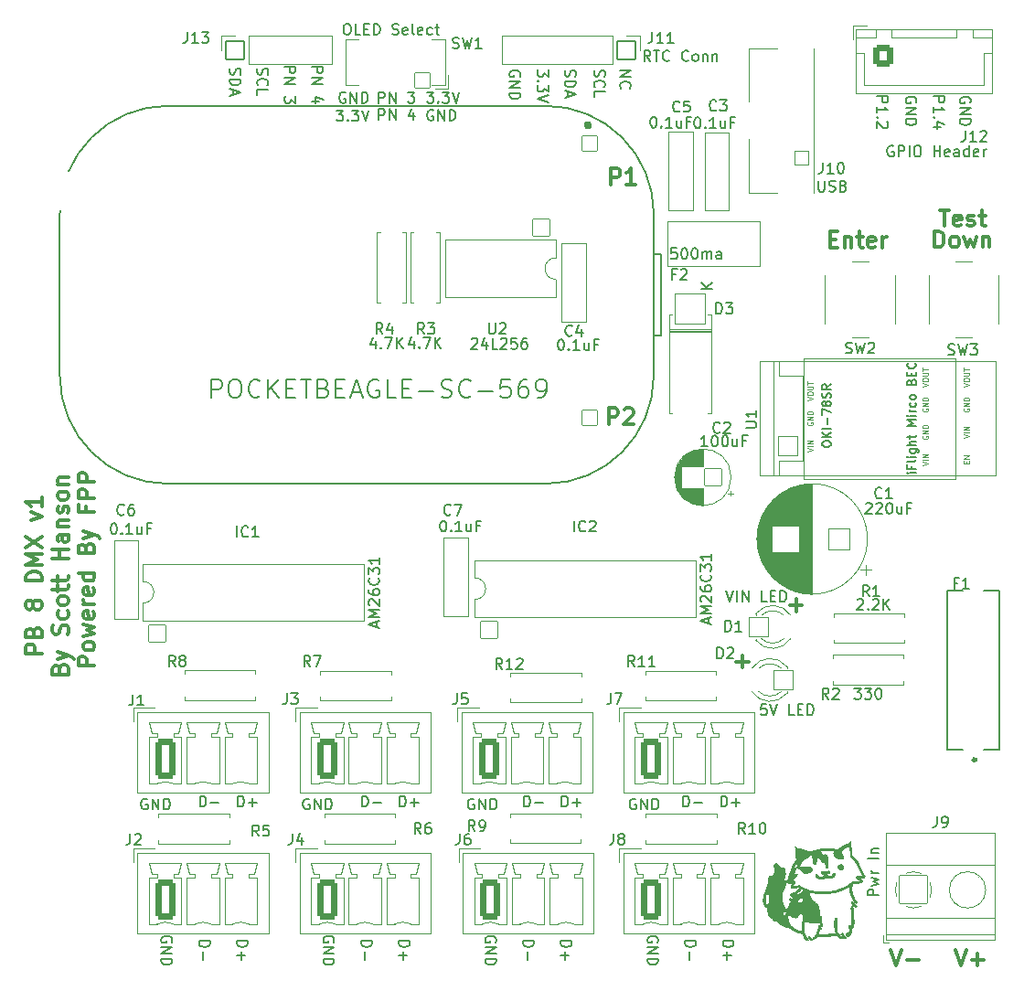
<source format=gbr>
%TF.GenerationSoftware,KiCad,Pcbnew,7.0.7*%
%TF.CreationDate,2023-10-03T01:03:54-04:00*%
%TF.ProjectId,PB_8_DMX,50425f38-5f44-44d5-982e-6b696361645f,v1*%
%TF.SameCoordinates,Original*%
%TF.FileFunction,Legend,Top*%
%TF.FilePolarity,Positive*%
%FSLAX46Y46*%
G04 Gerber Fmt 4.6, Leading zero omitted, Abs format (unit mm)*
G04 Created by KiCad (PCBNEW 7.0.7) date 2023-10-03 01:03:54*
%MOMM*%
%LPD*%
G01*
G04 APERTURE LIST*
G04 Aperture macros list*
%AMRoundRect*
0 Rectangle with rounded corners*
0 $1 Rounding radius*
0 $2 $3 $4 $5 $6 $7 $8 $9 X,Y pos of 4 corners*
0 Add a 4 corners polygon primitive as box body*
4,1,4,$2,$3,$4,$5,$6,$7,$8,$9,$2,$3,0*
0 Add four circle primitives for the rounded corners*
1,1,$1+$1,$2,$3*
1,1,$1+$1,$4,$5*
1,1,$1+$1,$6,$7*
1,1,$1+$1,$8,$9*
0 Add four rect primitives between the rounded corners*
20,1,$1+$1,$2,$3,$4,$5,0*
20,1,$1+$1,$4,$5,$6,$7,0*
20,1,$1+$1,$6,$7,$8,$9,0*
20,1,$1+$1,$8,$9,$2,$3,0*%
G04 Aperture macros list end*
%ADD10C,0.300000*%
%ADD11C,0.150000*%
%ADD12C,0.100000*%
%ADD13C,0.127000*%
%ADD14C,0.120000*%
%ADD15C,0.304800*%
%ADD16RoundRect,0.051000X0.800000X0.800000X-0.800000X0.800000X-0.800000X-0.800000X0.800000X-0.800000X0*%
%ADD17C,1.702000*%
%ADD18RoundRect,0.301000X-0.650000X-1.550000X0.650000X-1.550000X0.650000X1.550000X-0.650000X1.550000X0*%
%ADD19O,1.902000X3.702000*%
%ADD20RoundRect,0.051000X0.650000X-0.650000X0.650000X0.650000X-0.650000X0.650000X-0.650000X-0.650000X0*%
%ADD21C,1.402000*%
%ADD22O,3.002000X2.002000*%
%ADD23O,2.002000X3.002000*%
%ADD24RoundRect,0.051000X-0.850000X0.850000X-0.850000X-0.850000X0.850000X-0.850000X0.850000X0.850000X0*%
%ADD25O,1.802000X1.802000*%
%ADD26RoundRect,0.051000X-0.900000X0.900000X-0.900000X-0.900000X0.900000X-0.900000X0.900000X0.900000X0*%
%ADD27C,1.902000*%
%ADD28C,1.626000*%
%ADD29C,1.372000*%
%ADD30RoundRect,0.051000X-0.704000X0.704000X-0.704000X-0.704000X0.704000X-0.704000X0.704000X0.704000X0*%
%ADD31C,1.510000*%
%ADD32RoundRect,0.051000X0.850000X-0.850000X0.850000X0.850000X-0.850000X0.850000X-0.850000X-0.850000X0*%
%ADD33RoundRect,0.051000X-0.900000X-0.900000X0.900000X-0.900000X0.900000X0.900000X-0.900000X0.900000X0*%
%ADD34O,1.702000X1.702000*%
%ADD35RoundRect,0.051000X0.900000X0.900000X-0.900000X0.900000X-0.900000X-0.900000X0.900000X-0.900000X0*%
%ADD36RoundRect,0.301000X-0.600000X-0.725000X0.600000X-0.725000X0.600000X0.725000X-0.600000X0.725000X0*%
%ADD37O,1.802000X2.052000*%
%ADD38RoundRect,0.051000X0.700000X0.700000X-0.700000X0.700000X-0.700000X-0.700000X0.700000X-0.700000X0*%
%ADD39C,1.502000*%
%ADD40C,2.577000*%
%ADD41RoundRect,0.051000X-1.300000X-1.300000X1.300000X-1.300000X1.300000X1.300000X-1.300000X1.300000X0*%
%ADD42C,2.702000*%
%ADD43RoundRect,0.051000X1.000000X1.000000X-1.000000X1.000000X-1.000000X-1.000000X1.000000X-1.000000X0*%
%ADD44C,2.102000*%
%ADD45RoundRect,0.051000X-0.800000X0.800000X-0.800000X-0.800000X0.800000X-0.800000X0.800000X0.800000X0*%
%ADD46RoundRect,0.051000X-1.400000X1.400000X-1.400000X-1.400000X1.400000X-1.400000X1.400000X1.400000X0*%
%ADD47O,2.902000X2.902000*%
%ADD48RoundRect,0.051000X0.800000X-0.800000X0.800000X0.800000X-0.800000X0.800000X-0.800000X-0.800000X0*%
%ADD49C,3.802000*%
G04 APERTURE END LIST*
D10*
X-72802872Y20135701D02*
X-74302872Y20135701D01*
X-74302872Y20135701D02*
X-74302872Y20707130D01*
X-74302872Y20707130D02*
X-74231443Y20849987D01*
X-74231443Y20849987D02*
X-74160015Y20921416D01*
X-74160015Y20921416D02*
X-74017158Y20992844D01*
X-74017158Y20992844D02*
X-73802872Y20992844D01*
X-73802872Y20992844D02*
X-73660015Y20921416D01*
X-73660015Y20921416D02*
X-73588586Y20849987D01*
X-73588586Y20849987D02*
X-73517158Y20707130D01*
X-73517158Y20707130D02*
X-73517158Y20135701D01*
X-73588586Y22135701D02*
X-73517158Y22349987D01*
X-73517158Y22349987D02*
X-73445729Y22421416D01*
X-73445729Y22421416D02*
X-73302872Y22492844D01*
X-73302872Y22492844D02*
X-73088586Y22492844D01*
X-73088586Y22492844D02*
X-72945729Y22421416D01*
X-72945729Y22421416D02*
X-72874300Y22349987D01*
X-72874300Y22349987D02*
X-72802872Y22207130D01*
X-72802872Y22207130D02*
X-72802872Y21635701D01*
X-72802872Y21635701D02*
X-74302872Y21635701D01*
X-74302872Y21635701D02*
X-74302872Y22135701D01*
X-74302872Y22135701D02*
X-74231443Y22278558D01*
X-74231443Y22278558D02*
X-74160015Y22349987D01*
X-74160015Y22349987D02*
X-74017158Y22421416D01*
X-74017158Y22421416D02*
X-73874300Y22421416D01*
X-73874300Y22421416D02*
X-73731443Y22349987D01*
X-73731443Y22349987D02*
X-73660015Y22278558D01*
X-73660015Y22278558D02*
X-73588586Y22135701D01*
X-73588586Y22135701D02*
X-73588586Y21635701D01*
X-73660015Y24492844D02*
X-73731443Y24349987D01*
X-73731443Y24349987D02*
X-73802872Y24278558D01*
X-73802872Y24278558D02*
X-73945729Y24207130D01*
X-73945729Y24207130D02*
X-74017158Y24207130D01*
X-74017158Y24207130D02*
X-74160015Y24278558D01*
X-74160015Y24278558D02*
X-74231443Y24349987D01*
X-74231443Y24349987D02*
X-74302872Y24492844D01*
X-74302872Y24492844D02*
X-74302872Y24778558D01*
X-74302872Y24778558D02*
X-74231443Y24921415D01*
X-74231443Y24921415D02*
X-74160015Y24992844D01*
X-74160015Y24992844D02*
X-74017158Y25064273D01*
X-74017158Y25064273D02*
X-73945729Y25064273D01*
X-73945729Y25064273D02*
X-73802872Y24992844D01*
X-73802872Y24992844D02*
X-73731443Y24921415D01*
X-73731443Y24921415D02*
X-73660015Y24778558D01*
X-73660015Y24778558D02*
X-73660015Y24492844D01*
X-73660015Y24492844D02*
X-73588586Y24349987D01*
X-73588586Y24349987D02*
X-73517158Y24278558D01*
X-73517158Y24278558D02*
X-73374300Y24207130D01*
X-73374300Y24207130D02*
X-73088586Y24207130D01*
X-73088586Y24207130D02*
X-72945729Y24278558D01*
X-72945729Y24278558D02*
X-72874300Y24349987D01*
X-72874300Y24349987D02*
X-72802872Y24492844D01*
X-72802872Y24492844D02*
X-72802872Y24778558D01*
X-72802872Y24778558D02*
X-72874300Y24921415D01*
X-72874300Y24921415D02*
X-72945729Y24992844D01*
X-72945729Y24992844D02*
X-73088586Y25064273D01*
X-73088586Y25064273D02*
X-73374300Y25064273D01*
X-73374300Y25064273D02*
X-73517158Y24992844D01*
X-73517158Y24992844D02*
X-73588586Y24921415D01*
X-73588586Y24921415D02*
X-73660015Y24778558D01*
X-72802872Y26849986D02*
X-74302872Y26849986D01*
X-74302872Y26849986D02*
X-74302872Y27207129D01*
X-74302872Y27207129D02*
X-74231443Y27421415D01*
X-74231443Y27421415D02*
X-74088586Y27564272D01*
X-74088586Y27564272D02*
X-73945729Y27635701D01*
X-73945729Y27635701D02*
X-73660015Y27707129D01*
X-73660015Y27707129D02*
X-73445729Y27707129D01*
X-73445729Y27707129D02*
X-73160015Y27635701D01*
X-73160015Y27635701D02*
X-73017158Y27564272D01*
X-73017158Y27564272D02*
X-72874300Y27421415D01*
X-72874300Y27421415D02*
X-72802872Y27207129D01*
X-72802872Y27207129D02*
X-72802872Y26849986D01*
X-72802872Y28349986D02*
X-74302872Y28349986D01*
X-74302872Y28349986D02*
X-73231443Y28849986D01*
X-73231443Y28849986D02*
X-74302872Y29349986D01*
X-74302872Y29349986D02*
X-72802872Y29349986D01*
X-74302872Y29921415D02*
X-72802872Y30921415D01*
X-74302872Y30921415D02*
X-72802872Y29921415D01*
X-73802872Y32492843D02*
X-72802872Y32849986D01*
X-72802872Y32849986D02*
X-73802872Y33207129D01*
X-72802872Y34564272D02*
X-72802872Y33707129D01*
X-72802872Y34135700D02*
X-74302872Y34135700D01*
X-74302872Y34135700D02*
X-74088586Y33992843D01*
X-74088586Y33992843D02*
X-73945729Y33849986D01*
X-73945729Y33849986D02*
X-73874300Y33707129D01*
X-71173586Y18707129D02*
X-71102158Y18921415D01*
X-71102158Y18921415D02*
X-71030729Y18992844D01*
X-71030729Y18992844D02*
X-70887872Y19064272D01*
X-70887872Y19064272D02*
X-70673586Y19064272D01*
X-70673586Y19064272D02*
X-70530729Y18992844D01*
X-70530729Y18992844D02*
X-70459300Y18921415D01*
X-70459300Y18921415D02*
X-70387872Y18778558D01*
X-70387872Y18778558D02*
X-70387872Y18207129D01*
X-70387872Y18207129D02*
X-71887872Y18207129D01*
X-71887872Y18207129D02*
X-71887872Y18707129D01*
X-71887872Y18707129D02*
X-71816443Y18849986D01*
X-71816443Y18849986D02*
X-71745015Y18921415D01*
X-71745015Y18921415D02*
X-71602158Y18992844D01*
X-71602158Y18992844D02*
X-71459300Y18992844D01*
X-71459300Y18992844D02*
X-71316443Y18921415D01*
X-71316443Y18921415D02*
X-71245015Y18849986D01*
X-71245015Y18849986D02*
X-71173586Y18707129D01*
X-71173586Y18707129D02*
X-71173586Y18207129D01*
X-71387872Y19564272D02*
X-70387872Y19921415D01*
X-71387872Y20278558D02*
X-70387872Y19921415D01*
X-70387872Y19921415D02*
X-70030729Y19778558D01*
X-70030729Y19778558D02*
X-69959300Y19707129D01*
X-69959300Y19707129D02*
X-69887872Y19564272D01*
X-70459300Y21921415D02*
X-70387872Y22135700D01*
X-70387872Y22135700D02*
X-70387872Y22492843D01*
X-70387872Y22492843D02*
X-70459300Y22635700D01*
X-70459300Y22635700D02*
X-70530729Y22707129D01*
X-70530729Y22707129D02*
X-70673586Y22778558D01*
X-70673586Y22778558D02*
X-70816443Y22778558D01*
X-70816443Y22778558D02*
X-70959300Y22707129D01*
X-70959300Y22707129D02*
X-71030729Y22635700D01*
X-71030729Y22635700D02*
X-71102158Y22492843D01*
X-71102158Y22492843D02*
X-71173586Y22207129D01*
X-71173586Y22207129D02*
X-71245015Y22064272D01*
X-71245015Y22064272D02*
X-71316443Y21992843D01*
X-71316443Y21992843D02*
X-71459300Y21921415D01*
X-71459300Y21921415D02*
X-71602158Y21921415D01*
X-71602158Y21921415D02*
X-71745015Y21992843D01*
X-71745015Y21992843D02*
X-71816443Y22064272D01*
X-71816443Y22064272D02*
X-71887872Y22207129D01*
X-71887872Y22207129D02*
X-71887872Y22564272D01*
X-71887872Y22564272D02*
X-71816443Y22778558D01*
X-70459300Y24064271D02*
X-70387872Y23921414D01*
X-70387872Y23921414D02*
X-70387872Y23635700D01*
X-70387872Y23635700D02*
X-70459300Y23492843D01*
X-70459300Y23492843D02*
X-70530729Y23421414D01*
X-70530729Y23421414D02*
X-70673586Y23349986D01*
X-70673586Y23349986D02*
X-71102158Y23349986D01*
X-71102158Y23349986D02*
X-71245015Y23421414D01*
X-71245015Y23421414D02*
X-71316443Y23492843D01*
X-71316443Y23492843D02*
X-71387872Y23635700D01*
X-71387872Y23635700D02*
X-71387872Y23921414D01*
X-71387872Y23921414D02*
X-71316443Y24064271D01*
X-70387872Y24921414D02*
X-70459300Y24778557D01*
X-70459300Y24778557D02*
X-70530729Y24707128D01*
X-70530729Y24707128D02*
X-70673586Y24635700D01*
X-70673586Y24635700D02*
X-71102158Y24635700D01*
X-71102158Y24635700D02*
X-71245015Y24707128D01*
X-71245015Y24707128D02*
X-71316443Y24778557D01*
X-71316443Y24778557D02*
X-71387872Y24921414D01*
X-71387872Y24921414D02*
X-71387872Y25135700D01*
X-71387872Y25135700D02*
X-71316443Y25278557D01*
X-71316443Y25278557D02*
X-71245015Y25349985D01*
X-71245015Y25349985D02*
X-71102158Y25421414D01*
X-71102158Y25421414D02*
X-70673586Y25421414D01*
X-70673586Y25421414D02*
X-70530729Y25349985D01*
X-70530729Y25349985D02*
X-70459300Y25278557D01*
X-70459300Y25278557D02*
X-70387872Y25135700D01*
X-70387872Y25135700D02*
X-70387872Y24921414D01*
X-71387872Y25849986D02*
X-71387872Y26421414D01*
X-71887872Y26064271D02*
X-70602158Y26064271D01*
X-70602158Y26064271D02*
X-70459300Y26135700D01*
X-70459300Y26135700D02*
X-70387872Y26278557D01*
X-70387872Y26278557D02*
X-70387872Y26421414D01*
X-71387872Y26707129D02*
X-71387872Y27278557D01*
X-71887872Y26921414D02*
X-70602158Y26921414D01*
X-70602158Y26921414D02*
X-70459300Y26992843D01*
X-70459300Y26992843D02*
X-70387872Y27135700D01*
X-70387872Y27135700D02*
X-70387872Y27278557D01*
X-70387872Y28921414D02*
X-71887872Y28921414D01*
X-71173586Y28921414D02*
X-71173586Y29778557D01*
X-70387872Y29778557D02*
X-71887872Y29778557D01*
X-70387872Y31135700D02*
X-71173586Y31135700D01*
X-71173586Y31135700D02*
X-71316443Y31064272D01*
X-71316443Y31064272D02*
X-71387872Y30921415D01*
X-71387872Y30921415D02*
X-71387872Y30635700D01*
X-71387872Y30635700D02*
X-71316443Y30492843D01*
X-70459300Y31135700D02*
X-70387872Y30992843D01*
X-70387872Y30992843D02*
X-70387872Y30635700D01*
X-70387872Y30635700D02*
X-70459300Y30492843D01*
X-70459300Y30492843D02*
X-70602158Y30421415D01*
X-70602158Y30421415D02*
X-70745015Y30421415D01*
X-70745015Y30421415D02*
X-70887872Y30492843D01*
X-70887872Y30492843D02*
X-70959300Y30635700D01*
X-70959300Y30635700D02*
X-70959300Y30992843D01*
X-70959300Y30992843D02*
X-71030729Y31135700D01*
X-71387872Y31849986D02*
X-70387872Y31849986D01*
X-71245015Y31849986D02*
X-71316443Y31921415D01*
X-71316443Y31921415D02*
X-71387872Y32064272D01*
X-71387872Y32064272D02*
X-71387872Y32278558D01*
X-71387872Y32278558D02*
X-71316443Y32421415D01*
X-71316443Y32421415D02*
X-71173586Y32492843D01*
X-71173586Y32492843D02*
X-70387872Y32492843D01*
X-70459300Y33135701D02*
X-70387872Y33278558D01*
X-70387872Y33278558D02*
X-70387872Y33564272D01*
X-70387872Y33564272D02*
X-70459300Y33707129D01*
X-70459300Y33707129D02*
X-70602158Y33778558D01*
X-70602158Y33778558D02*
X-70673586Y33778558D01*
X-70673586Y33778558D02*
X-70816443Y33707129D01*
X-70816443Y33707129D02*
X-70887872Y33564272D01*
X-70887872Y33564272D02*
X-70887872Y33349986D01*
X-70887872Y33349986D02*
X-70959300Y33207129D01*
X-70959300Y33207129D02*
X-71102158Y33135701D01*
X-71102158Y33135701D02*
X-71173586Y33135701D01*
X-71173586Y33135701D02*
X-71316443Y33207129D01*
X-71316443Y33207129D02*
X-71387872Y33349986D01*
X-71387872Y33349986D02*
X-71387872Y33564272D01*
X-71387872Y33564272D02*
X-71316443Y33707129D01*
X-70387872Y34635701D02*
X-70459300Y34492844D01*
X-70459300Y34492844D02*
X-70530729Y34421415D01*
X-70530729Y34421415D02*
X-70673586Y34349987D01*
X-70673586Y34349987D02*
X-71102158Y34349987D01*
X-71102158Y34349987D02*
X-71245015Y34421415D01*
X-71245015Y34421415D02*
X-71316443Y34492844D01*
X-71316443Y34492844D02*
X-71387872Y34635701D01*
X-71387872Y34635701D02*
X-71387872Y34849987D01*
X-71387872Y34849987D02*
X-71316443Y34992844D01*
X-71316443Y34992844D02*
X-71245015Y35064272D01*
X-71245015Y35064272D02*
X-71102158Y35135701D01*
X-71102158Y35135701D02*
X-70673586Y35135701D01*
X-70673586Y35135701D02*
X-70530729Y35064272D01*
X-70530729Y35064272D02*
X-70459300Y34992844D01*
X-70459300Y34992844D02*
X-70387872Y34849987D01*
X-70387872Y34849987D02*
X-70387872Y34635701D01*
X-71387872Y35778558D02*
X-70387872Y35778558D01*
X-71245015Y35778558D02*
X-71316443Y35849987D01*
X-71316443Y35849987D02*
X-71387872Y35992844D01*
X-71387872Y35992844D02*
X-71387872Y36207130D01*
X-71387872Y36207130D02*
X-71316443Y36349987D01*
X-71316443Y36349987D02*
X-71173586Y36421415D01*
X-71173586Y36421415D02*
X-70387872Y36421415D01*
X-67972872Y18992844D02*
X-69472872Y18992844D01*
X-69472872Y18992844D02*
X-69472872Y19564273D01*
X-69472872Y19564273D02*
X-69401443Y19707130D01*
X-69401443Y19707130D02*
X-69330015Y19778559D01*
X-69330015Y19778559D02*
X-69187158Y19849987D01*
X-69187158Y19849987D02*
X-68972872Y19849987D01*
X-68972872Y19849987D02*
X-68830015Y19778559D01*
X-68830015Y19778559D02*
X-68758586Y19707130D01*
X-68758586Y19707130D02*
X-68687158Y19564273D01*
X-68687158Y19564273D02*
X-68687158Y18992844D01*
X-67972872Y20707130D02*
X-68044300Y20564273D01*
X-68044300Y20564273D02*
X-68115729Y20492844D01*
X-68115729Y20492844D02*
X-68258586Y20421416D01*
X-68258586Y20421416D02*
X-68687158Y20421416D01*
X-68687158Y20421416D02*
X-68830015Y20492844D01*
X-68830015Y20492844D02*
X-68901443Y20564273D01*
X-68901443Y20564273D02*
X-68972872Y20707130D01*
X-68972872Y20707130D02*
X-68972872Y20921416D01*
X-68972872Y20921416D02*
X-68901443Y21064273D01*
X-68901443Y21064273D02*
X-68830015Y21135701D01*
X-68830015Y21135701D02*
X-68687158Y21207130D01*
X-68687158Y21207130D02*
X-68258586Y21207130D01*
X-68258586Y21207130D02*
X-68115729Y21135701D01*
X-68115729Y21135701D02*
X-68044300Y21064273D01*
X-68044300Y21064273D02*
X-67972872Y20921416D01*
X-67972872Y20921416D02*
X-67972872Y20707130D01*
X-68972872Y21707130D02*
X-67972872Y21992844D01*
X-67972872Y21992844D02*
X-68687158Y22278559D01*
X-68687158Y22278559D02*
X-67972872Y22564273D01*
X-67972872Y22564273D02*
X-68972872Y22849987D01*
X-68044300Y23992845D02*
X-67972872Y23849988D01*
X-67972872Y23849988D02*
X-67972872Y23564273D01*
X-67972872Y23564273D02*
X-68044300Y23421416D01*
X-68044300Y23421416D02*
X-68187158Y23349988D01*
X-68187158Y23349988D02*
X-68758586Y23349988D01*
X-68758586Y23349988D02*
X-68901443Y23421416D01*
X-68901443Y23421416D02*
X-68972872Y23564273D01*
X-68972872Y23564273D02*
X-68972872Y23849988D01*
X-68972872Y23849988D02*
X-68901443Y23992845D01*
X-68901443Y23992845D02*
X-68758586Y24064273D01*
X-68758586Y24064273D02*
X-68615729Y24064273D01*
X-68615729Y24064273D02*
X-68472872Y23349988D01*
X-67972872Y24707130D02*
X-68972872Y24707130D01*
X-68687158Y24707130D02*
X-68830015Y24778559D01*
X-68830015Y24778559D02*
X-68901443Y24849987D01*
X-68901443Y24849987D02*
X-68972872Y24992845D01*
X-68972872Y24992845D02*
X-68972872Y25135702D01*
X-68044300Y26207130D02*
X-67972872Y26064273D01*
X-67972872Y26064273D02*
X-67972872Y25778558D01*
X-67972872Y25778558D02*
X-68044300Y25635701D01*
X-68044300Y25635701D02*
X-68187158Y25564273D01*
X-68187158Y25564273D02*
X-68758586Y25564273D01*
X-68758586Y25564273D02*
X-68901443Y25635701D01*
X-68901443Y25635701D02*
X-68972872Y25778558D01*
X-68972872Y25778558D02*
X-68972872Y26064273D01*
X-68972872Y26064273D02*
X-68901443Y26207130D01*
X-68901443Y26207130D02*
X-68758586Y26278558D01*
X-68758586Y26278558D02*
X-68615729Y26278558D01*
X-68615729Y26278558D02*
X-68472872Y25564273D01*
X-67972872Y27564272D02*
X-69472872Y27564272D01*
X-68044300Y27564272D02*
X-67972872Y27421415D01*
X-67972872Y27421415D02*
X-67972872Y27135701D01*
X-67972872Y27135701D02*
X-68044300Y26992844D01*
X-68044300Y26992844D02*
X-68115729Y26921415D01*
X-68115729Y26921415D02*
X-68258586Y26849987D01*
X-68258586Y26849987D02*
X-68687158Y26849987D01*
X-68687158Y26849987D02*
X-68830015Y26921415D01*
X-68830015Y26921415D02*
X-68901443Y26992844D01*
X-68901443Y26992844D02*
X-68972872Y27135701D01*
X-68972872Y27135701D02*
X-68972872Y27421415D01*
X-68972872Y27421415D02*
X-68901443Y27564272D01*
X-68758586Y29921415D02*
X-68687158Y30135701D01*
X-68687158Y30135701D02*
X-68615729Y30207130D01*
X-68615729Y30207130D02*
X-68472872Y30278558D01*
X-68472872Y30278558D02*
X-68258586Y30278558D01*
X-68258586Y30278558D02*
X-68115729Y30207130D01*
X-68115729Y30207130D02*
X-68044300Y30135701D01*
X-68044300Y30135701D02*
X-67972872Y29992844D01*
X-67972872Y29992844D02*
X-67972872Y29421415D01*
X-67972872Y29421415D02*
X-69472872Y29421415D01*
X-69472872Y29421415D02*
X-69472872Y29921415D01*
X-69472872Y29921415D02*
X-69401443Y30064272D01*
X-69401443Y30064272D02*
X-69330015Y30135701D01*
X-69330015Y30135701D02*
X-69187158Y30207130D01*
X-69187158Y30207130D02*
X-69044300Y30207130D01*
X-69044300Y30207130D02*
X-68901443Y30135701D01*
X-68901443Y30135701D02*
X-68830015Y30064272D01*
X-68830015Y30064272D02*
X-68758586Y29921415D01*
X-68758586Y29921415D02*
X-68758586Y29421415D01*
X-68972872Y30778558D02*
X-67972872Y31135701D01*
X-68972872Y31492844D02*
X-67972872Y31135701D01*
X-67972872Y31135701D02*
X-67615729Y30992844D01*
X-67615729Y30992844D02*
X-67544300Y30921415D01*
X-67544300Y30921415D02*
X-67472872Y30778558D01*
X-68758586Y33707129D02*
X-68758586Y33207129D01*
X-67972872Y33207129D02*
X-69472872Y33207129D01*
X-69472872Y33207129D02*
X-69472872Y33921415D01*
X-67972872Y34492843D02*
X-69472872Y34492843D01*
X-69472872Y34492843D02*
X-69472872Y35064272D01*
X-69472872Y35064272D02*
X-69401443Y35207129D01*
X-69401443Y35207129D02*
X-69330015Y35278558D01*
X-69330015Y35278558D02*
X-69187158Y35349986D01*
X-69187158Y35349986D02*
X-68972872Y35349986D01*
X-68972872Y35349986D02*
X-68830015Y35278558D01*
X-68830015Y35278558D02*
X-68758586Y35207129D01*
X-68758586Y35207129D02*
X-68687158Y35064272D01*
X-68687158Y35064272D02*
X-68687158Y34492843D01*
X-67972872Y35992843D02*
X-69472872Y35992843D01*
X-69472872Y35992843D02*
X-69472872Y36564272D01*
X-69472872Y36564272D02*
X-69401443Y36707129D01*
X-69401443Y36707129D02*
X-69330015Y36778558D01*
X-69330015Y36778558D02*
X-69187158Y36849986D01*
X-69187158Y36849986D02*
X-68972872Y36849986D01*
X-68972872Y36849986D02*
X-68830015Y36778558D01*
X-68830015Y36778558D02*
X-68758586Y36707129D01*
X-68758586Y36707129D02*
X-68687158Y36564272D01*
X-68687158Y36564272D02*
X-68687158Y35992843D01*
D11*
X-50369420Y74455357D02*
X-49369420Y74455357D01*
X-49369420Y74455357D02*
X-49369420Y74074405D01*
X-49369420Y74074405D02*
X-49417039Y73979167D01*
X-49417039Y73979167D02*
X-49464658Y73931548D01*
X-49464658Y73931548D02*
X-49559896Y73883929D01*
X-49559896Y73883929D02*
X-49702753Y73883929D01*
X-49702753Y73883929D02*
X-49797991Y73931548D01*
X-49797991Y73931548D02*
X-49845610Y73979167D01*
X-49845610Y73979167D02*
X-49893229Y74074405D01*
X-49893229Y74074405D02*
X-49893229Y74455357D01*
X-50369420Y73455357D02*
X-49369420Y73455357D01*
X-49369420Y73455357D02*
X-50369420Y72883929D01*
X-50369420Y72883929D02*
X-49369420Y72883929D01*
X-49369420Y71741071D02*
X-49369420Y71122024D01*
X-49369420Y71122024D02*
X-49750372Y71455357D01*
X-49750372Y71455357D02*
X-49750372Y71312500D01*
X-49750372Y71312500D02*
X-49797991Y71217262D01*
X-49797991Y71217262D02*
X-49845610Y71169643D01*
X-49845610Y71169643D02*
X-49940848Y71122024D01*
X-49940848Y71122024D02*
X-50178943Y71122024D01*
X-50178943Y71122024D02*
X-50274181Y71169643D01*
X-50274181Y71169643D02*
X-50321800Y71217262D01*
X-50321800Y71217262D02*
X-50369420Y71312500D01*
X-50369420Y71312500D02*
X-50369420Y71598214D01*
X-50369420Y71598214D02*
X-50321800Y71693452D01*
X-50321800Y71693452D02*
X-50274181Y71741071D01*
X-52851800Y74318233D02*
X-52899420Y74175376D01*
X-52899420Y74175376D02*
X-52899420Y73937281D01*
X-52899420Y73937281D02*
X-52851800Y73842043D01*
X-52851800Y73842043D02*
X-52804181Y73794424D01*
X-52804181Y73794424D02*
X-52708943Y73746805D01*
X-52708943Y73746805D02*
X-52613705Y73746805D01*
X-52613705Y73746805D02*
X-52518467Y73794424D01*
X-52518467Y73794424D02*
X-52470848Y73842043D01*
X-52470848Y73842043D02*
X-52423229Y73937281D01*
X-52423229Y73937281D02*
X-52375610Y74127757D01*
X-52375610Y74127757D02*
X-52327991Y74222995D01*
X-52327991Y74222995D02*
X-52280372Y74270614D01*
X-52280372Y74270614D02*
X-52185134Y74318233D01*
X-52185134Y74318233D02*
X-52089896Y74318233D01*
X-52089896Y74318233D02*
X-51994658Y74270614D01*
X-51994658Y74270614D02*
X-51947039Y74222995D01*
X-51947039Y74222995D02*
X-51899420Y74127757D01*
X-51899420Y74127757D02*
X-51899420Y73889662D01*
X-51899420Y73889662D02*
X-51947039Y73746805D01*
X-52804181Y72746805D02*
X-52851800Y72794424D01*
X-52851800Y72794424D02*
X-52899420Y72937281D01*
X-52899420Y72937281D02*
X-52899420Y73032519D01*
X-52899420Y73032519D02*
X-52851800Y73175376D01*
X-52851800Y73175376D02*
X-52756562Y73270614D01*
X-52756562Y73270614D02*
X-52661324Y73318233D01*
X-52661324Y73318233D02*
X-52470848Y73365852D01*
X-52470848Y73365852D02*
X-52327991Y73365852D01*
X-52327991Y73365852D02*
X-52137515Y73318233D01*
X-52137515Y73318233D02*
X-52042277Y73270614D01*
X-52042277Y73270614D02*
X-51947039Y73175376D01*
X-51947039Y73175376D02*
X-51899420Y73032519D01*
X-51899420Y73032519D02*
X-51899420Y72937281D01*
X-51899420Y72937281D02*
X-51947039Y72794424D01*
X-51947039Y72794424D02*
X-51994658Y72746805D01*
X-52899420Y71842043D02*
X-52899420Y72318233D01*
X-52899420Y72318233D02*
X-51899420Y72318233D01*
X-55381800Y74318233D02*
X-55429420Y74175376D01*
X-55429420Y74175376D02*
X-55429420Y73937281D01*
X-55429420Y73937281D02*
X-55381800Y73842043D01*
X-55381800Y73842043D02*
X-55334181Y73794424D01*
X-55334181Y73794424D02*
X-55238943Y73746805D01*
X-55238943Y73746805D02*
X-55143705Y73746805D01*
X-55143705Y73746805D02*
X-55048467Y73794424D01*
X-55048467Y73794424D02*
X-55000848Y73842043D01*
X-55000848Y73842043D02*
X-54953229Y73937281D01*
X-54953229Y73937281D02*
X-54905610Y74127757D01*
X-54905610Y74127757D02*
X-54857991Y74222995D01*
X-54857991Y74222995D02*
X-54810372Y74270614D01*
X-54810372Y74270614D02*
X-54715134Y74318233D01*
X-54715134Y74318233D02*
X-54619896Y74318233D01*
X-54619896Y74318233D02*
X-54524658Y74270614D01*
X-54524658Y74270614D02*
X-54477039Y74222995D01*
X-54477039Y74222995D02*
X-54429420Y74127757D01*
X-54429420Y74127757D02*
X-54429420Y73889662D01*
X-54429420Y73889662D02*
X-54477039Y73746805D01*
X-55429420Y73318233D02*
X-54429420Y73318233D01*
X-54429420Y73318233D02*
X-54429420Y73080138D01*
X-54429420Y73080138D02*
X-54477039Y72937281D01*
X-54477039Y72937281D02*
X-54572277Y72842043D01*
X-54572277Y72842043D02*
X-54667515Y72794424D01*
X-54667515Y72794424D02*
X-54857991Y72746805D01*
X-54857991Y72746805D02*
X-55000848Y72746805D01*
X-55000848Y72746805D02*
X-55191324Y72794424D01*
X-55191324Y72794424D02*
X-55286562Y72842043D01*
X-55286562Y72842043D02*
X-55381800Y72937281D01*
X-55381800Y72937281D02*
X-55429420Y73080138D01*
X-55429420Y73080138D02*
X-55429420Y73318233D01*
X-55143705Y72365852D02*
X-55143705Y71889662D01*
X-55429420Y72461090D02*
X-54429420Y72127757D01*
X-54429420Y72127757D02*
X-55429420Y71794424D01*
X9741780Y71728881D02*
X10741780Y71728881D01*
X10741780Y71728881D02*
X10741780Y71347929D01*
X10741780Y71347929D02*
X10694161Y71252691D01*
X10694161Y71252691D02*
X10646542Y71205072D01*
X10646542Y71205072D02*
X10551304Y71157453D01*
X10551304Y71157453D02*
X10408447Y71157453D01*
X10408447Y71157453D02*
X10313209Y71205072D01*
X10313209Y71205072D02*
X10265590Y71252691D01*
X10265590Y71252691D02*
X10217971Y71347929D01*
X10217971Y71347929D02*
X10217971Y71728881D01*
X9741780Y70205072D02*
X9741780Y70776500D01*
X9741780Y70490786D02*
X10741780Y70490786D01*
X10741780Y70490786D02*
X10598923Y70586024D01*
X10598923Y70586024D02*
X10503685Y70681262D01*
X10503685Y70681262D02*
X10456066Y70776500D01*
X9837019Y69776500D02*
X9789400Y69728881D01*
X9789400Y69728881D02*
X9741780Y69776500D01*
X9741780Y69776500D02*
X9789400Y69824119D01*
X9789400Y69824119D02*
X9837019Y69776500D01*
X9837019Y69776500D02*
X9741780Y69776500D01*
X10408447Y68871739D02*
X9741780Y68871739D01*
X10789400Y69109834D02*
X10075114Y69347929D01*
X10075114Y69347929D02*
X10075114Y68728882D01*
X8103361Y71140005D02*
X8150980Y71235243D01*
X8150980Y71235243D02*
X8150980Y71378100D01*
X8150980Y71378100D02*
X8103361Y71520957D01*
X8103361Y71520957D02*
X8008123Y71616195D01*
X8008123Y71616195D02*
X7912885Y71663814D01*
X7912885Y71663814D02*
X7722409Y71711433D01*
X7722409Y71711433D02*
X7579552Y71711433D01*
X7579552Y71711433D02*
X7389076Y71663814D01*
X7389076Y71663814D02*
X7293838Y71616195D01*
X7293838Y71616195D02*
X7198600Y71520957D01*
X7198600Y71520957D02*
X7150980Y71378100D01*
X7150980Y71378100D02*
X7150980Y71282862D01*
X7150980Y71282862D02*
X7198600Y71140005D01*
X7198600Y71140005D02*
X7246219Y71092386D01*
X7246219Y71092386D02*
X7579552Y71092386D01*
X7579552Y71092386D02*
X7579552Y71282862D01*
X7150980Y70663814D02*
X8150980Y70663814D01*
X8150980Y70663814D02*
X7150980Y70092386D01*
X7150980Y70092386D02*
X8150980Y70092386D01*
X7150980Y69616195D02*
X8150980Y69616195D01*
X8150980Y69616195D02*
X8150980Y69378100D01*
X8150980Y69378100D02*
X8103361Y69235243D01*
X8103361Y69235243D02*
X8008123Y69140005D01*
X8008123Y69140005D02*
X7912885Y69092386D01*
X7912885Y69092386D02*
X7722409Y69044767D01*
X7722409Y69044767D02*
X7579552Y69044767D01*
X7579552Y69044767D02*
X7389076Y69092386D01*
X7389076Y69092386D02*
X7293838Y69140005D01*
X7293838Y69140005D02*
X7198600Y69235243D01*
X7198600Y69235243D02*
X7150980Y69378100D01*
X7150980Y69378100D02*
X7150980Y69616195D01*
X13132561Y71140005D02*
X13180180Y71235243D01*
X13180180Y71235243D02*
X13180180Y71378100D01*
X13180180Y71378100D02*
X13132561Y71520957D01*
X13132561Y71520957D02*
X13037323Y71616195D01*
X13037323Y71616195D02*
X12942085Y71663814D01*
X12942085Y71663814D02*
X12751609Y71711433D01*
X12751609Y71711433D02*
X12608752Y71711433D01*
X12608752Y71711433D02*
X12418276Y71663814D01*
X12418276Y71663814D02*
X12323038Y71616195D01*
X12323038Y71616195D02*
X12227800Y71520957D01*
X12227800Y71520957D02*
X12180180Y71378100D01*
X12180180Y71378100D02*
X12180180Y71282862D01*
X12180180Y71282862D02*
X12227800Y71140005D01*
X12227800Y71140005D02*
X12275419Y71092386D01*
X12275419Y71092386D02*
X12608752Y71092386D01*
X12608752Y71092386D02*
X12608752Y71282862D01*
X12180180Y70663814D02*
X13180180Y70663814D01*
X13180180Y70663814D02*
X12180180Y70092386D01*
X12180180Y70092386D02*
X13180180Y70092386D01*
X12180180Y69616195D02*
X13180180Y69616195D01*
X13180180Y69616195D02*
X13180180Y69378100D01*
X13180180Y69378100D02*
X13132561Y69235243D01*
X13132561Y69235243D02*
X13037323Y69140005D01*
X13037323Y69140005D02*
X12942085Y69092386D01*
X12942085Y69092386D02*
X12751609Y69044767D01*
X12751609Y69044767D02*
X12608752Y69044767D01*
X12608752Y69044767D02*
X12418276Y69092386D01*
X12418276Y69092386D02*
X12323038Y69140005D01*
X12323038Y69140005D02*
X12227800Y69235243D01*
X12227800Y69235243D02*
X12180180Y69378100D01*
X12180180Y69378100D02*
X12180180Y69616195D01*
X-45550390Y70436881D02*
X-44931343Y70436881D01*
X-44931343Y70436881D02*
X-45264676Y70055929D01*
X-45264676Y70055929D02*
X-45121819Y70055929D01*
X-45121819Y70055929D02*
X-45026581Y70008310D01*
X-45026581Y70008310D02*
X-44978962Y69960691D01*
X-44978962Y69960691D02*
X-44931343Y69865453D01*
X-44931343Y69865453D02*
X-44931343Y69627358D01*
X-44931343Y69627358D02*
X-44978962Y69532120D01*
X-44978962Y69532120D02*
X-45026581Y69484500D01*
X-45026581Y69484500D02*
X-45121819Y69436881D01*
X-45121819Y69436881D02*
X-45407533Y69436881D01*
X-45407533Y69436881D02*
X-45502771Y69484500D01*
X-45502771Y69484500D02*
X-45550390Y69532120D01*
X-44502771Y69532120D02*
X-44455152Y69484500D01*
X-44455152Y69484500D02*
X-44502771Y69436881D01*
X-44502771Y69436881D02*
X-44550390Y69484500D01*
X-44550390Y69484500D02*
X-44502771Y69532120D01*
X-44502771Y69532120D02*
X-44502771Y69436881D01*
X-44121819Y70436881D02*
X-43502772Y70436881D01*
X-43502772Y70436881D02*
X-43836105Y70055929D01*
X-43836105Y70055929D02*
X-43693248Y70055929D01*
X-43693248Y70055929D02*
X-43598010Y70008310D01*
X-43598010Y70008310D02*
X-43550391Y69960691D01*
X-43550391Y69960691D02*
X-43502772Y69865453D01*
X-43502772Y69865453D02*
X-43502772Y69627358D01*
X-43502772Y69627358D02*
X-43550391Y69532120D01*
X-43550391Y69532120D02*
X-43598010Y69484500D01*
X-43598010Y69484500D02*
X-43693248Y69436881D01*
X-43693248Y69436881D02*
X-43978962Y69436881D01*
X-43978962Y69436881D02*
X-44074200Y69484500D01*
X-44074200Y69484500D02*
X-44121819Y69532120D01*
X-43217057Y70436881D02*
X-42883724Y69436881D01*
X-42883724Y69436881D02*
X-42550391Y70436881D01*
X-36606505Y70440062D02*
X-36701743Y70487681D01*
X-36701743Y70487681D02*
X-36844600Y70487681D01*
X-36844600Y70487681D02*
X-36987457Y70440062D01*
X-36987457Y70440062D02*
X-37082695Y70344824D01*
X-37082695Y70344824D02*
X-37130314Y70249586D01*
X-37130314Y70249586D02*
X-37177933Y70059110D01*
X-37177933Y70059110D02*
X-37177933Y69916253D01*
X-37177933Y69916253D02*
X-37130314Y69725777D01*
X-37130314Y69725777D02*
X-37082695Y69630539D01*
X-37082695Y69630539D02*
X-36987457Y69535300D01*
X-36987457Y69535300D02*
X-36844600Y69487681D01*
X-36844600Y69487681D02*
X-36749362Y69487681D01*
X-36749362Y69487681D02*
X-36606505Y69535300D01*
X-36606505Y69535300D02*
X-36558886Y69582920D01*
X-36558886Y69582920D02*
X-36558886Y69916253D01*
X-36558886Y69916253D02*
X-36749362Y69916253D01*
X-36130314Y69487681D02*
X-36130314Y70487681D01*
X-36130314Y70487681D02*
X-35558886Y69487681D01*
X-35558886Y69487681D02*
X-35558886Y70487681D01*
X-35082695Y69487681D02*
X-35082695Y70487681D01*
X-35082695Y70487681D02*
X-34844600Y70487681D01*
X-34844600Y70487681D02*
X-34701743Y70440062D01*
X-34701743Y70440062D02*
X-34606505Y70344824D01*
X-34606505Y70344824D02*
X-34558886Y70249586D01*
X-34558886Y70249586D02*
X-34511267Y70059110D01*
X-34511267Y70059110D02*
X-34511267Y69916253D01*
X-34511267Y69916253D02*
X-34558886Y69725777D01*
X-34558886Y69725777D02*
X-34606505Y69630539D01*
X-34606505Y69630539D02*
X-34701743Y69535300D01*
X-34701743Y69535300D02*
X-34844600Y69487681D01*
X-34844600Y69487681D02*
X-35082695Y69487681D01*
X-44734505Y72066862D02*
X-44829743Y72114481D01*
X-44829743Y72114481D02*
X-44972600Y72114481D01*
X-44972600Y72114481D02*
X-45115457Y72066862D01*
X-45115457Y72066862D02*
X-45210695Y71971624D01*
X-45210695Y71971624D02*
X-45258314Y71876386D01*
X-45258314Y71876386D02*
X-45305933Y71685910D01*
X-45305933Y71685910D02*
X-45305933Y71543053D01*
X-45305933Y71543053D02*
X-45258314Y71352577D01*
X-45258314Y71352577D02*
X-45210695Y71257339D01*
X-45210695Y71257339D02*
X-45115457Y71162100D01*
X-45115457Y71162100D02*
X-44972600Y71114481D01*
X-44972600Y71114481D02*
X-44877362Y71114481D01*
X-44877362Y71114481D02*
X-44734505Y71162100D01*
X-44734505Y71162100D02*
X-44686886Y71209720D01*
X-44686886Y71209720D02*
X-44686886Y71543053D01*
X-44686886Y71543053D02*
X-44877362Y71543053D01*
X-44258314Y71114481D02*
X-44258314Y72114481D01*
X-44258314Y72114481D02*
X-43686886Y71114481D01*
X-43686886Y71114481D02*
X-43686886Y72114481D01*
X-43210695Y71114481D02*
X-43210695Y72114481D01*
X-43210695Y72114481D02*
X-42972600Y72114481D01*
X-42972600Y72114481D02*
X-42829743Y72066862D01*
X-42829743Y72066862D02*
X-42734505Y71971624D01*
X-42734505Y71971624D02*
X-42686886Y71876386D01*
X-42686886Y71876386D02*
X-42639267Y71685910D01*
X-42639267Y71685910D02*
X-42639267Y71543053D01*
X-42639267Y71543053D02*
X-42686886Y71352577D01*
X-42686886Y71352577D02*
X-42734505Y71257339D01*
X-42734505Y71257339D02*
X-42829743Y71162100D01*
X-42829743Y71162100D02*
X-42972600Y71114481D01*
X-42972600Y71114481D02*
X-43210695Y71114481D01*
X-41653057Y71114481D02*
X-41653057Y72114481D01*
X-41653057Y72114481D02*
X-41272105Y72114481D01*
X-41272105Y72114481D02*
X-41176867Y72066862D01*
X-41176867Y72066862D02*
X-41129248Y72019243D01*
X-41129248Y72019243D02*
X-41081629Y71924005D01*
X-41081629Y71924005D02*
X-41081629Y71781148D01*
X-41081629Y71781148D02*
X-41129248Y71685910D01*
X-41129248Y71685910D02*
X-41176867Y71638291D01*
X-41176867Y71638291D02*
X-41272105Y71590672D01*
X-41272105Y71590672D02*
X-41653057Y71590672D01*
X-40653057Y71114481D02*
X-40653057Y72114481D01*
X-40653057Y72114481D02*
X-40081629Y71114481D01*
X-40081629Y71114481D02*
X-40081629Y72114481D01*
X-38938771Y72114481D02*
X-38319724Y72114481D01*
X-38319724Y72114481D02*
X-38653057Y71733529D01*
X-38653057Y71733529D02*
X-38510200Y71733529D01*
X-38510200Y71733529D02*
X-38414962Y71685910D01*
X-38414962Y71685910D02*
X-38367343Y71638291D01*
X-38367343Y71638291D02*
X-38319724Y71543053D01*
X-38319724Y71543053D02*
X-38319724Y71304958D01*
X-38319724Y71304958D02*
X-38367343Y71209720D01*
X-38367343Y71209720D02*
X-38414962Y71162100D01*
X-38414962Y71162100D02*
X-38510200Y71114481D01*
X-38510200Y71114481D02*
X-38795914Y71114481D01*
X-38795914Y71114481D02*
X-38891152Y71162100D01*
X-38891152Y71162100D02*
X-38938771Y71209720D01*
X-47829420Y74455357D02*
X-46829420Y74455357D01*
X-46829420Y74455357D02*
X-46829420Y74074405D01*
X-46829420Y74074405D02*
X-46877039Y73979167D01*
X-46877039Y73979167D02*
X-46924658Y73931548D01*
X-46924658Y73931548D02*
X-47019896Y73883929D01*
X-47019896Y73883929D02*
X-47162753Y73883929D01*
X-47162753Y73883929D02*
X-47257991Y73931548D01*
X-47257991Y73931548D02*
X-47305610Y73979167D01*
X-47305610Y73979167D02*
X-47353229Y74074405D01*
X-47353229Y74074405D02*
X-47353229Y74455357D01*
X-47829420Y73455357D02*
X-46829420Y73455357D01*
X-46829420Y73455357D02*
X-47829420Y72883929D01*
X-47829420Y72883929D02*
X-46829420Y72883929D01*
X-47162753Y71217262D02*
X-47829420Y71217262D01*
X-46781800Y71455357D02*
X-47496086Y71693452D01*
X-47496086Y71693452D02*
X-47496086Y71074405D01*
D10*
X-20135343Y63548972D02*
X-20135343Y65048972D01*
X-20135343Y65048972D02*
X-19563914Y65048972D01*
X-19563914Y65048972D02*
X-19421057Y64977543D01*
X-19421057Y64977543D02*
X-19349628Y64906115D01*
X-19349628Y64906115D02*
X-19278200Y64763258D01*
X-19278200Y64763258D02*
X-19278200Y64548972D01*
X-19278200Y64548972D02*
X-19349628Y64406115D01*
X-19349628Y64406115D02*
X-19421057Y64334686D01*
X-19421057Y64334686D02*
X-19563914Y64263258D01*
X-19563914Y64263258D02*
X-20135343Y64263258D01*
X-17849628Y63548972D02*
X-18706771Y63548972D01*
X-18278200Y63548972D02*
X-18278200Y65048972D01*
X-18278200Y65048972D02*
X-18421057Y64834686D01*
X-18421057Y64834686D02*
X-18563914Y64691829D01*
X-18563914Y64691829D02*
X-18706771Y64620400D01*
D11*
X-13447152Y5930881D02*
X-13447152Y6930881D01*
X-13447152Y6930881D02*
X-13209057Y6930881D01*
X-13209057Y6930881D02*
X-13066200Y6883262D01*
X-13066200Y6883262D02*
X-12970962Y6788024D01*
X-12970962Y6788024D02*
X-12923343Y6692786D01*
X-12923343Y6692786D02*
X-12875724Y6502310D01*
X-12875724Y6502310D02*
X-12875724Y6359453D01*
X-12875724Y6359453D02*
X-12923343Y6168977D01*
X-12923343Y6168977D02*
X-12970962Y6073739D01*
X-12970962Y6073739D02*
X-13066200Y5978500D01*
X-13066200Y5978500D02*
X-13209057Y5930881D01*
X-13209057Y5930881D02*
X-13447152Y5930881D01*
X-12447152Y6311834D02*
X-11685247Y6311834D01*
X-39771020Y-6483348D02*
X-38771020Y-6483348D01*
X-38771020Y-6483348D02*
X-38771020Y-6721443D01*
X-38771020Y-6721443D02*
X-38818639Y-6864300D01*
X-38818639Y-6864300D02*
X-38913877Y-6959538D01*
X-38913877Y-6959538D02*
X-39009115Y-7007157D01*
X-39009115Y-7007157D02*
X-39199591Y-7054776D01*
X-39199591Y-7054776D02*
X-39342448Y-7054776D01*
X-39342448Y-7054776D02*
X-39532924Y-7007157D01*
X-39532924Y-7007157D02*
X-39628162Y-6959538D01*
X-39628162Y-6959538D02*
X-39723400Y-6864300D01*
X-39723400Y-6864300D02*
X-39771020Y-6721443D01*
X-39771020Y-6721443D02*
X-39771020Y-6483348D01*
X-39390067Y-7483348D02*
X-39390067Y-8245253D01*
X-39771020Y-7864300D02*
X-39009115Y-7864300D01*
D10*
X-20338543Y41349372D02*
X-20338543Y42849372D01*
X-20338543Y42849372D02*
X-19767114Y42849372D01*
X-19767114Y42849372D02*
X-19624257Y42777943D01*
X-19624257Y42777943D02*
X-19552828Y42706515D01*
X-19552828Y42706515D02*
X-19481400Y42563658D01*
X-19481400Y42563658D02*
X-19481400Y42349372D01*
X-19481400Y42349372D02*
X-19552828Y42206515D01*
X-19552828Y42206515D02*
X-19624257Y42135086D01*
X-19624257Y42135086D02*
X-19767114Y42063658D01*
X-19767114Y42063658D02*
X-20338543Y42063658D01*
X-18909971Y42706515D02*
X-18838543Y42777943D01*
X-18838543Y42777943D02*
X-18695685Y42849372D01*
X-18695685Y42849372D02*
X-18338543Y42849372D01*
X-18338543Y42849372D02*
X-18195685Y42777943D01*
X-18195685Y42777943D02*
X-18124257Y42706515D01*
X-18124257Y42706515D02*
X-18052828Y42563658D01*
X-18052828Y42563658D02*
X-18052828Y42420800D01*
X-18052828Y42420800D02*
X-18124257Y42206515D01*
X-18124257Y42206515D02*
X-18981400Y41349372D01*
X-18981400Y41349372D02*
X-18052828Y41349372D01*
D11*
X-45818639Y-6602395D02*
X-45771020Y-6507157D01*
X-45771020Y-6507157D02*
X-45771020Y-6364300D01*
X-45771020Y-6364300D02*
X-45818639Y-6221443D01*
X-45818639Y-6221443D02*
X-45913877Y-6126205D01*
X-45913877Y-6126205D02*
X-46009115Y-6078586D01*
X-46009115Y-6078586D02*
X-46199591Y-6030967D01*
X-46199591Y-6030967D02*
X-46342448Y-6030967D01*
X-46342448Y-6030967D02*
X-46532924Y-6078586D01*
X-46532924Y-6078586D02*
X-46628162Y-6126205D01*
X-46628162Y-6126205D02*
X-46723400Y-6221443D01*
X-46723400Y-6221443D02*
X-46771020Y-6364300D01*
X-46771020Y-6364300D02*
X-46771020Y-6459538D01*
X-46771020Y-6459538D02*
X-46723400Y-6602395D01*
X-46723400Y-6602395D02*
X-46675781Y-6650014D01*
X-46675781Y-6650014D02*
X-46342448Y-6650014D01*
X-46342448Y-6650014D02*
X-46342448Y-6459538D01*
X-46771020Y-7078586D02*
X-45771020Y-7078586D01*
X-45771020Y-7078586D02*
X-46771020Y-7650014D01*
X-46771020Y-7650014D02*
X-45771020Y-7650014D01*
X-46771020Y-8126205D02*
X-45771020Y-8126205D01*
X-45771020Y-8126205D02*
X-45771020Y-8364300D01*
X-45771020Y-8364300D02*
X-45818639Y-8507157D01*
X-45818639Y-8507157D02*
X-45913877Y-8602395D01*
X-45913877Y-8602395D02*
X-46009115Y-8650014D01*
X-46009115Y-8650014D02*
X-46199591Y-8697633D01*
X-46199591Y-8697633D02*
X-46342448Y-8697633D01*
X-46342448Y-8697633D02*
X-46532924Y-8650014D01*
X-46532924Y-8650014D02*
X-46628162Y-8602395D01*
X-46628162Y-8602395D02*
X-46723400Y-8507157D01*
X-46723400Y-8507157D02*
X-46771020Y-8364300D01*
X-46771020Y-8364300D02*
X-46771020Y-8126205D01*
D10*
X148085Y58493086D02*
X648085Y58493086D01*
X862371Y57707372D02*
X148085Y57707372D01*
X148085Y57707372D02*
X148085Y59207372D01*
X148085Y59207372D02*
X862371Y59207372D01*
X1505228Y58707372D02*
X1505228Y57707372D01*
X1505228Y58564515D02*
X1576657Y58635943D01*
X1576657Y58635943D02*
X1719514Y58707372D01*
X1719514Y58707372D02*
X1933800Y58707372D01*
X1933800Y58707372D02*
X2076657Y58635943D01*
X2076657Y58635943D02*
X2148086Y58493086D01*
X2148086Y58493086D02*
X2148086Y57707372D01*
X2648086Y58707372D02*
X3219514Y58707372D01*
X2862371Y59207372D02*
X2862371Y57921658D01*
X2862371Y57921658D02*
X2933800Y57778800D01*
X2933800Y57778800D02*
X3076657Y57707372D01*
X3076657Y57707372D02*
X3219514Y57707372D01*
X4290943Y57778800D02*
X4148086Y57707372D01*
X4148086Y57707372D02*
X3862372Y57707372D01*
X3862372Y57707372D02*
X3719514Y57778800D01*
X3719514Y57778800D02*
X3648086Y57921658D01*
X3648086Y57921658D02*
X3648086Y58493086D01*
X3648086Y58493086D02*
X3719514Y58635943D01*
X3719514Y58635943D02*
X3862372Y58707372D01*
X3862372Y58707372D02*
X4148086Y58707372D01*
X4148086Y58707372D02*
X4290943Y58635943D01*
X4290943Y58635943D02*
X4362372Y58493086D01*
X4362372Y58493086D02*
X4362372Y58350229D01*
X4362372Y58350229D02*
X3648086Y58207372D01*
X5005228Y57707372D02*
X5005228Y58707372D01*
X5005228Y58421658D02*
X5076657Y58564515D01*
X5076657Y58564515D02*
X5148086Y58635943D01*
X5148086Y58635943D02*
X5290943Y58707372D01*
X5290943Y58707372D02*
X5433800Y58707372D01*
D11*
X-15818639Y-6602395D02*
X-15771020Y-6507157D01*
X-15771020Y-6507157D02*
X-15771020Y-6364300D01*
X-15771020Y-6364300D02*
X-15818639Y-6221443D01*
X-15818639Y-6221443D02*
X-15913877Y-6126205D01*
X-15913877Y-6126205D02*
X-16009115Y-6078586D01*
X-16009115Y-6078586D02*
X-16199591Y-6030967D01*
X-16199591Y-6030967D02*
X-16342448Y-6030967D01*
X-16342448Y-6030967D02*
X-16532924Y-6078586D01*
X-16532924Y-6078586D02*
X-16628162Y-6126205D01*
X-16628162Y-6126205D02*
X-16723400Y-6221443D01*
X-16723400Y-6221443D02*
X-16771020Y-6364300D01*
X-16771020Y-6364300D02*
X-16771020Y-6459538D01*
X-16771020Y-6459538D02*
X-16723400Y-6602395D01*
X-16723400Y-6602395D02*
X-16675781Y-6650014D01*
X-16675781Y-6650014D02*
X-16342448Y-6650014D01*
X-16342448Y-6650014D02*
X-16342448Y-6459538D01*
X-16771020Y-7078586D02*
X-15771020Y-7078586D01*
X-15771020Y-7078586D02*
X-16771020Y-7650014D01*
X-16771020Y-7650014D02*
X-15771020Y-7650014D01*
X-16771020Y-8126205D02*
X-15771020Y-8126205D01*
X-15771020Y-8126205D02*
X-15771020Y-8364300D01*
X-15771020Y-8364300D02*
X-15818639Y-8507157D01*
X-15818639Y-8507157D02*
X-15913877Y-8602395D01*
X-15913877Y-8602395D02*
X-16009115Y-8650014D01*
X-16009115Y-8650014D02*
X-16199591Y-8697633D01*
X-16199591Y-8697633D02*
X-16342448Y-8697633D01*
X-16342448Y-8697633D02*
X-16532924Y-8650014D01*
X-16532924Y-8650014D02*
X-16628162Y-8602395D01*
X-16628162Y-8602395D02*
X-16723400Y-8507157D01*
X-16723400Y-8507157D02*
X-16771020Y-8364300D01*
X-16771020Y-8364300D02*
X-16771020Y-8126205D01*
D10*
X11755229Y-7292628D02*
X12255229Y-8792628D01*
X12255229Y-8792628D02*
X12755229Y-7292628D01*
X13255228Y-8221200D02*
X14398086Y-8221200D01*
X13826657Y-8792628D02*
X13826657Y-7649771D01*
D11*
X-28197152Y5930881D02*
X-28197152Y6930881D01*
X-28197152Y6930881D02*
X-27959057Y6930881D01*
X-27959057Y6930881D02*
X-27816200Y6883262D01*
X-27816200Y6883262D02*
X-27720962Y6788024D01*
X-27720962Y6788024D02*
X-27673343Y6692786D01*
X-27673343Y6692786D02*
X-27625724Y6502310D01*
X-27625724Y6502310D02*
X-27625724Y6359453D01*
X-27625724Y6359453D02*
X-27673343Y6168977D01*
X-27673343Y6168977D02*
X-27720962Y6073739D01*
X-27720962Y6073739D02*
X-27816200Y5978500D01*
X-27816200Y5978500D02*
X-27959057Y5930881D01*
X-27959057Y5930881D02*
X-28197152Y5930881D01*
X-27197152Y6311834D02*
X-26435247Y6311834D01*
D10*
X-3009300Y24014272D02*
X-3009300Y25157129D01*
X-2437872Y24585701D02*
X-3580729Y24585701D01*
D11*
X-32828105Y6633262D02*
X-32923343Y6680881D01*
X-32923343Y6680881D02*
X-33066200Y6680881D01*
X-33066200Y6680881D02*
X-33209057Y6633262D01*
X-33209057Y6633262D02*
X-33304295Y6538024D01*
X-33304295Y6538024D02*
X-33351914Y6442786D01*
X-33351914Y6442786D02*
X-33399533Y6252310D01*
X-33399533Y6252310D02*
X-33399533Y6109453D01*
X-33399533Y6109453D02*
X-33351914Y5918977D01*
X-33351914Y5918977D02*
X-33304295Y5823739D01*
X-33304295Y5823739D02*
X-33209057Y5728500D01*
X-33209057Y5728500D02*
X-33066200Y5680881D01*
X-33066200Y5680881D02*
X-32970962Y5680881D01*
X-32970962Y5680881D02*
X-32828105Y5728500D01*
X-32828105Y5728500D02*
X-32780486Y5776120D01*
X-32780486Y5776120D02*
X-32780486Y6109453D01*
X-32780486Y6109453D02*
X-32970962Y6109453D01*
X-32351914Y5680881D02*
X-32351914Y6680881D01*
X-32351914Y6680881D02*
X-31780486Y5680881D01*
X-31780486Y5680881D02*
X-31780486Y6680881D01*
X-31304295Y5680881D02*
X-31304295Y6680881D01*
X-31304295Y6680881D02*
X-31066200Y6680881D01*
X-31066200Y6680881D02*
X-30923343Y6633262D01*
X-30923343Y6633262D02*
X-30828105Y6538024D01*
X-30828105Y6538024D02*
X-30780486Y6442786D01*
X-30780486Y6442786D02*
X-30732867Y6252310D01*
X-30732867Y6252310D02*
X-30732867Y6109453D01*
X-30732867Y6109453D02*
X-30780486Y5918977D01*
X-30780486Y5918977D02*
X-30828105Y5823739D01*
X-30828105Y5823739D02*
X-30923343Y5728500D01*
X-30923343Y5728500D02*
X-31066200Y5680881D01*
X-31066200Y5680881D02*
X-31304295Y5680881D01*
X-13271020Y-6483348D02*
X-12271020Y-6483348D01*
X-12271020Y-6483348D02*
X-12271020Y-6721443D01*
X-12271020Y-6721443D02*
X-12318639Y-6864300D01*
X-12318639Y-6864300D02*
X-12413877Y-6959538D01*
X-12413877Y-6959538D02*
X-12509115Y-7007157D01*
X-12509115Y-7007157D02*
X-12699591Y-7054776D01*
X-12699591Y-7054776D02*
X-12842448Y-7054776D01*
X-12842448Y-7054776D02*
X-13032924Y-7007157D01*
X-13032924Y-7007157D02*
X-13128162Y-6959538D01*
X-13128162Y-6959538D02*
X-13223400Y-6864300D01*
X-13223400Y-6864300D02*
X-13271020Y-6721443D01*
X-13271020Y-6721443D02*
X-13271020Y-6483348D01*
X-12890067Y-7483348D02*
X-12890067Y-8245253D01*
X-37168390Y72114481D02*
X-36549343Y72114481D01*
X-36549343Y72114481D02*
X-36882676Y71733529D01*
X-36882676Y71733529D02*
X-36739819Y71733529D01*
X-36739819Y71733529D02*
X-36644581Y71685910D01*
X-36644581Y71685910D02*
X-36596962Y71638291D01*
X-36596962Y71638291D02*
X-36549343Y71543053D01*
X-36549343Y71543053D02*
X-36549343Y71304958D01*
X-36549343Y71304958D02*
X-36596962Y71209720D01*
X-36596962Y71209720D02*
X-36644581Y71162100D01*
X-36644581Y71162100D02*
X-36739819Y71114481D01*
X-36739819Y71114481D02*
X-37025533Y71114481D01*
X-37025533Y71114481D02*
X-37120771Y71162100D01*
X-37120771Y71162100D02*
X-37168390Y71209720D01*
X-36120771Y71209720D02*
X-36073152Y71162100D01*
X-36073152Y71162100D02*
X-36120771Y71114481D01*
X-36120771Y71114481D02*
X-36168390Y71162100D01*
X-36168390Y71162100D02*
X-36120771Y71209720D01*
X-36120771Y71209720D02*
X-36120771Y71114481D01*
X-35739819Y72114481D02*
X-35120772Y72114481D01*
X-35120772Y72114481D02*
X-35454105Y71733529D01*
X-35454105Y71733529D02*
X-35311248Y71733529D01*
X-35311248Y71733529D02*
X-35216010Y71685910D01*
X-35216010Y71685910D02*
X-35168391Y71638291D01*
X-35168391Y71638291D02*
X-35120772Y71543053D01*
X-35120772Y71543053D02*
X-35120772Y71304958D01*
X-35120772Y71304958D02*
X-35168391Y71209720D01*
X-35168391Y71209720D02*
X-35216010Y71162100D01*
X-35216010Y71162100D02*
X-35311248Y71114481D01*
X-35311248Y71114481D02*
X-35596962Y71114481D01*
X-35596962Y71114481D02*
X-35692200Y71162100D01*
X-35692200Y71162100D02*
X-35739819Y71209720D01*
X-34835057Y72114481D02*
X-34501724Y71114481D01*
X-34501724Y71114481D02*
X-34168391Y72114481D01*
X-24697152Y5930881D02*
X-24697152Y6930881D01*
X-24697152Y6930881D02*
X-24459057Y6930881D01*
X-24459057Y6930881D02*
X-24316200Y6883262D01*
X-24316200Y6883262D02*
X-24220962Y6788024D01*
X-24220962Y6788024D02*
X-24173343Y6692786D01*
X-24173343Y6692786D02*
X-24125724Y6502310D01*
X-24125724Y6502310D02*
X-24125724Y6359453D01*
X-24125724Y6359453D02*
X-24173343Y6168977D01*
X-24173343Y6168977D02*
X-24220962Y6073739D01*
X-24220962Y6073739D02*
X-24316200Y5978500D01*
X-24316200Y5978500D02*
X-24459057Y5930881D01*
X-24459057Y5930881D02*
X-24697152Y5930881D01*
X-23697152Y6311834D02*
X-22935247Y6311834D01*
X-23316200Y5930881D02*
X-23316200Y6692786D01*
X-58197152Y5930881D02*
X-58197152Y6930881D01*
X-58197152Y6930881D02*
X-57959057Y6930881D01*
X-57959057Y6930881D02*
X-57816200Y6883262D01*
X-57816200Y6883262D02*
X-57720962Y6788024D01*
X-57720962Y6788024D02*
X-57673343Y6692786D01*
X-57673343Y6692786D02*
X-57625724Y6502310D01*
X-57625724Y6502310D02*
X-57625724Y6359453D01*
X-57625724Y6359453D02*
X-57673343Y6168977D01*
X-57673343Y6168977D02*
X-57720962Y6073739D01*
X-57720962Y6073739D02*
X-57816200Y5978500D01*
X-57816200Y5978500D02*
X-57959057Y5930881D01*
X-57959057Y5930881D02*
X-58197152Y5930881D01*
X-57197152Y6311834D02*
X-56435247Y6311834D01*
X-17828105Y6633262D02*
X-17923343Y6680881D01*
X-17923343Y6680881D02*
X-18066200Y6680881D01*
X-18066200Y6680881D02*
X-18209057Y6633262D01*
X-18209057Y6633262D02*
X-18304295Y6538024D01*
X-18304295Y6538024D02*
X-18351914Y6442786D01*
X-18351914Y6442786D02*
X-18399533Y6252310D01*
X-18399533Y6252310D02*
X-18399533Y6109453D01*
X-18399533Y6109453D02*
X-18351914Y5918977D01*
X-18351914Y5918977D02*
X-18304295Y5823739D01*
X-18304295Y5823739D02*
X-18209057Y5728500D01*
X-18209057Y5728500D02*
X-18066200Y5680881D01*
X-18066200Y5680881D02*
X-17970962Y5680881D01*
X-17970962Y5680881D02*
X-17828105Y5728500D01*
X-17828105Y5728500D02*
X-17780486Y5776120D01*
X-17780486Y5776120D02*
X-17780486Y6109453D01*
X-17780486Y6109453D02*
X-17970962Y6109453D01*
X-17351914Y5680881D02*
X-17351914Y6680881D01*
X-17351914Y6680881D02*
X-16780486Y5680881D01*
X-16780486Y5680881D02*
X-16780486Y6680881D01*
X-16304295Y5680881D02*
X-16304295Y6680881D01*
X-16304295Y6680881D02*
X-16066200Y6680881D01*
X-16066200Y6680881D02*
X-15923343Y6633262D01*
X-15923343Y6633262D02*
X-15828105Y6538024D01*
X-15828105Y6538024D02*
X-15780486Y6442786D01*
X-15780486Y6442786D02*
X-15732867Y6252310D01*
X-15732867Y6252310D02*
X-15732867Y6109453D01*
X-15732867Y6109453D02*
X-15780486Y5918977D01*
X-15780486Y5918977D02*
X-15828105Y5823739D01*
X-15828105Y5823739D02*
X-15923343Y5728500D01*
X-15923343Y5728500D02*
X-16066200Y5680881D01*
X-16066200Y5680881D02*
X-16304295Y5680881D01*
X-19289420Y74095614D02*
X-18289420Y74095614D01*
X-18289420Y74095614D02*
X-19289420Y73524186D01*
X-19289420Y73524186D02*
X-18289420Y73524186D01*
X-19194181Y72476567D02*
X-19241800Y72524186D01*
X-19241800Y72524186D02*
X-19289420Y72667043D01*
X-19289420Y72667043D02*
X-19289420Y72762281D01*
X-19289420Y72762281D02*
X-19241800Y72905138D01*
X-19241800Y72905138D02*
X-19146562Y73000376D01*
X-19146562Y73000376D02*
X-19051324Y73047995D01*
X-19051324Y73047995D02*
X-18860848Y73095614D01*
X-18860848Y73095614D02*
X-18717991Y73095614D01*
X-18717991Y73095614D02*
X-18527515Y73047995D01*
X-18527515Y73047995D02*
X-18432277Y73000376D01*
X-18432277Y73000376D02*
X-18337039Y72905138D01*
X-18337039Y72905138D02*
X-18289420Y72762281D01*
X-18289420Y72762281D02*
X-18289420Y72667043D01*
X-18289420Y72667043D02*
X-18337039Y72524186D01*
X-18337039Y72524186D02*
X-18384658Y72476567D01*
X-54771020Y-6483348D02*
X-53771020Y-6483348D01*
X-53771020Y-6483348D02*
X-53771020Y-6721443D01*
X-53771020Y-6721443D02*
X-53818639Y-6864300D01*
X-53818639Y-6864300D02*
X-53913877Y-6959538D01*
X-53913877Y-6959538D02*
X-54009115Y-7007157D01*
X-54009115Y-7007157D02*
X-54199591Y-7054776D01*
X-54199591Y-7054776D02*
X-54342448Y-7054776D01*
X-54342448Y-7054776D02*
X-54532924Y-7007157D01*
X-54532924Y-7007157D02*
X-54628162Y-6959538D01*
X-54628162Y-6959538D02*
X-54723400Y-6864300D01*
X-54723400Y-6864300D02*
X-54771020Y-6721443D01*
X-54771020Y-6721443D02*
X-54771020Y-6483348D01*
X-54390067Y-7483348D02*
X-54390067Y-8245253D01*
X-54771020Y-7864300D02*
X-54009115Y-7864300D01*
X-9771020Y-6483348D02*
X-8771020Y-6483348D01*
X-8771020Y-6483348D02*
X-8771020Y-6721443D01*
X-8771020Y-6721443D02*
X-8818639Y-6864300D01*
X-8818639Y-6864300D02*
X-8913877Y-6959538D01*
X-8913877Y-6959538D02*
X-9009115Y-7007157D01*
X-9009115Y-7007157D02*
X-9199591Y-7054776D01*
X-9199591Y-7054776D02*
X-9342448Y-7054776D01*
X-9342448Y-7054776D02*
X-9532924Y-7007157D01*
X-9532924Y-7007157D02*
X-9628162Y-6959538D01*
X-9628162Y-6959538D02*
X-9723400Y-6864300D01*
X-9723400Y-6864300D02*
X-9771020Y-6721443D01*
X-9771020Y-6721443D02*
X-9771020Y-6483348D01*
X-9390067Y-7483348D02*
X-9390067Y-8245253D01*
X-9771020Y-7864300D02*
X-9009115Y-7864300D01*
D10*
X5755229Y-7292628D02*
X6255229Y-8792628D01*
X6255229Y-8792628D02*
X6755229Y-7292628D01*
X7255228Y-8221200D02*
X8398086Y-8221200D01*
D11*
X-54697152Y5930881D02*
X-54697152Y6930881D01*
X-54697152Y6930881D02*
X-54459057Y6930881D01*
X-54459057Y6930881D02*
X-54316200Y6883262D01*
X-54316200Y6883262D02*
X-54220962Y6788024D01*
X-54220962Y6788024D02*
X-54173343Y6692786D01*
X-54173343Y6692786D02*
X-54125724Y6502310D01*
X-54125724Y6502310D02*
X-54125724Y6359453D01*
X-54125724Y6359453D02*
X-54173343Y6168977D01*
X-54173343Y6168977D02*
X-54220962Y6073739D01*
X-54220962Y6073739D02*
X-54316200Y5978500D01*
X-54316200Y5978500D02*
X-54459057Y5930881D01*
X-54459057Y5930881D02*
X-54697152Y5930881D01*
X-53697152Y6311834D02*
X-52935247Y6311834D01*
X-53316200Y5930881D02*
X-53316200Y6692786D01*
X-48078105Y6633262D02*
X-48173343Y6680881D01*
X-48173343Y6680881D02*
X-48316200Y6680881D01*
X-48316200Y6680881D02*
X-48459057Y6633262D01*
X-48459057Y6633262D02*
X-48554295Y6538024D01*
X-48554295Y6538024D02*
X-48601914Y6442786D01*
X-48601914Y6442786D02*
X-48649533Y6252310D01*
X-48649533Y6252310D02*
X-48649533Y6109453D01*
X-48649533Y6109453D02*
X-48601914Y5918977D01*
X-48601914Y5918977D02*
X-48554295Y5823739D01*
X-48554295Y5823739D02*
X-48459057Y5728500D01*
X-48459057Y5728500D02*
X-48316200Y5680881D01*
X-48316200Y5680881D02*
X-48220962Y5680881D01*
X-48220962Y5680881D02*
X-48078105Y5728500D01*
X-48078105Y5728500D02*
X-48030486Y5776120D01*
X-48030486Y5776120D02*
X-48030486Y6109453D01*
X-48030486Y6109453D02*
X-48220962Y6109453D01*
X-47601914Y5680881D02*
X-47601914Y6680881D01*
X-47601914Y6680881D02*
X-47030486Y5680881D01*
X-47030486Y5680881D02*
X-47030486Y6680881D01*
X-46554295Y5680881D02*
X-46554295Y6680881D01*
X-46554295Y6680881D02*
X-46316200Y6680881D01*
X-46316200Y6680881D02*
X-46173343Y6633262D01*
X-46173343Y6633262D02*
X-46078105Y6538024D01*
X-46078105Y6538024D02*
X-46030486Y6442786D01*
X-46030486Y6442786D02*
X-45982867Y6252310D01*
X-45982867Y6252310D02*
X-45982867Y6109453D01*
X-45982867Y6109453D02*
X-46030486Y5918977D01*
X-46030486Y5918977D02*
X-46078105Y5823739D01*
X-46078105Y5823739D02*
X-46173343Y5728500D01*
X-46173343Y5728500D02*
X-46316200Y5680881D01*
X-46316200Y5680881D02*
X-46554295Y5680881D01*
X-24361800Y74143233D02*
X-24409420Y74000376D01*
X-24409420Y74000376D02*
X-24409420Y73762281D01*
X-24409420Y73762281D02*
X-24361800Y73667043D01*
X-24361800Y73667043D02*
X-24314181Y73619424D01*
X-24314181Y73619424D02*
X-24218943Y73571805D01*
X-24218943Y73571805D02*
X-24123705Y73571805D01*
X-24123705Y73571805D02*
X-24028467Y73619424D01*
X-24028467Y73619424D02*
X-23980848Y73667043D01*
X-23980848Y73667043D02*
X-23933229Y73762281D01*
X-23933229Y73762281D02*
X-23885610Y73952757D01*
X-23885610Y73952757D02*
X-23837991Y74047995D01*
X-23837991Y74047995D02*
X-23790372Y74095614D01*
X-23790372Y74095614D02*
X-23695134Y74143233D01*
X-23695134Y74143233D02*
X-23599896Y74143233D01*
X-23599896Y74143233D02*
X-23504658Y74095614D01*
X-23504658Y74095614D02*
X-23457039Y74047995D01*
X-23457039Y74047995D02*
X-23409420Y73952757D01*
X-23409420Y73952757D02*
X-23409420Y73714662D01*
X-23409420Y73714662D02*
X-23457039Y73571805D01*
X-24409420Y73143233D02*
X-23409420Y73143233D01*
X-23409420Y73143233D02*
X-23409420Y72905138D01*
X-23409420Y72905138D02*
X-23457039Y72762281D01*
X-23457039Y72762281D02*
X-23552277Y72667043D01*
X-23552277Y72667043D02*
X-23647515Y72619424D01*
X-23647515Y72619424D02*
X-23837991Y72571805D01*
X-23837991Y72571805D02*
X-23980848Y72571805D01*
X-23980848Y72571805D02*
X-24171324Y72619424D01*
X-24171324Y72619424D02*
X-24266562Y72667043D01*
X-24266562Y72667043D02*
X-24361800Y72762281D01*
X-24361800Y72762281D02*
X-24409420Y72905138D01*
X-24409420Y72905138D02*
X-24409420Y73143233D01*
X-24123705Y72190852D02*
X-24123705Y71714662D01*
X-24409420Y72286090D02*
X-23409420Y71952757D01*
X-23409420Y71952757D02*
X-24409420Y71619424D01*
X4509380Y71728881D02*
X5509380Y71728881D01*
X5509380Y71728881D02*
X5509380Y71347929D01*
X5509380Y71347929D02*
X5461761Y71252691D01*
X5461761Y71252691D02*
X5414142Y71205072D01*
X5414142Y71205072D02*
X5318904Y71157453D01*
X5318904Y71157453D02*
X5176047Y71157453D01*
X5176047Y71157453D02*
X5080809Y71205072D01*
X5080809Y71205072D02*
X5033190Y71252691D01*
X5033190Y71252691D02*
X4985571Y71347929D01*
X4985571Y71347929D02*
X4985571Y71728881D01*
X4509380Y70205072D02*
X4509380Y70776500D01*
X4509380Y70490786D02*
X5509380Y70490786D01*
X5509380Y70490786D02*
X5366523Y70586024D01*
X5366523Y70586024D02*
X5271285Y70681262D01*
X5271285Y70681262D02*
X5223666Y70776500D01*
X4604619Y69776500D02*
X4557000Y69728881D01*
X4557000Y69728881D02*
X4509380Y69776500D01*
X4509380Y69776500D02*
X4557000Y69824119D01*
X4557000Y69824119D02*
X4604619Y69776500D01*
X4604619Y69776500D02*
X4509380Y69776500D01*
X5414142Y69347929D02*
X5461761Y69300310D01*
X5461761Y69300310D02*
X5509380Y69205072D01*
X5509380Y69205072D02*
X5509380Y68966977D01*
X5509380Y68966977D02*
X5461761Y68871739D01*
X5461761Y68871739D02*
X5414142Y68824120D01*
X5414142Y68824120D02*
X5318904Y68776501D01*
X5318904Y68776501D02*
X5223666Y68776501D01*
X5223666Y68776501D02*
X5080809Y68824120D01*
X5080809Y68824120D02*
X4509380Y69395548D01*
X4509380Y69395548D02*
X4509380Y68776501D01*
D10*
X10326657Y61207372D02*
X11183800Y61207372D01*
X10755228Y59707372D02*
X10755228Y61207372D01*
X12255228Y59778800D02*
X12112371Y59707372D01*
X12112371Y59707372D02*
X11826657Y59707372D01*
X11826657Y59707372D02*
X11683799Y59778800D01*
X11683799Y59778800D02*
X11612371Y59921658D01*
X11612371Y59921658D02*
X11612371Y60493086D01*
X11612371Y60493086D02*
X11683799Y60635943D01*
X11683799Y60635943D02*
X11826657Y60707372D01*
X11826657Y60707372D02*
X12112371Y60707372D01*
X12112371Y60707372D02*
X12255228Y60635943D01*
X12255228Y60635943D02*
X12326657Y60493086D01*
X12326657Y60493086D02*
X12326657Y60350229D01*
X12326657Y60350229D02*
X11612371Y60207372D01*
X12898085Y59778800D02*
X13040942Y59707372D01*
X13040942Y59707372D02*
X13326656Y59707372D01*
X13326656Y59707372D02*
X13469513Y59778800D01*
X13469513Y59778800D02*
X13540942Y59921658D01*
X13540942Y59921658D02*
X13540942Y59993086D01*
X13540942Y59993086D02*
X13469513Y60135943D01*
X13469513Y60135943D02*
X13326656Y60207372D01*
X13326656Y60207372D02*
X13112371Y60207372D01*
X13112371Y60207372D02*
X12969513Y60278800D01*
X12969513Y60278800D02*
X12898085Y60421658D01*
X12898085Y60421658D02*
X12898085Y60493086D01*
X12898085Y60493086D02*
X12969513Y60635943D01*
X12969513Y60635943D02*
X13112371Y60707372D01*
X13112371Y60707372D02*
X13326656Y60707372D01*
X13326656Y60707372D02*
X13469513Y60635943D01*
X13969514Y60707372D02*
X14540942Y60707372D01*
X14183799Y61207372D02*
X14183799Y59921658D01*
X14183799Y59921658D02*
X14255228Y59778800D01*
X14255228Y59778800D02*
X14398085Y59707372D01*
X14398085Y59707372D02*
X14540942Y59707372D01*
D11*
X-9947152Y5930881D02*
X-9947152Y6930881D01*
X-9947152Y6930881D02*
X-9709057Y6930881D01*
X-9709057Y6930881D02*
X-9566200Y6883262D01*
X-9566200Y6883262D02*
X-9470962Y6788024D01*
X-9470962Y6788024D02*
X-9423343Y6692786D01*
X-9423343Y6692786D02*
X-9375724Y6502310D01*
X-9375724Y6502310D02*
X-9375724Y6359453D01*
X-9375724Y6359453D02*
X-9423343Y6168977D01*
X-9423343Y6168977D02*
X-9470962Y6073739D01*
X-9470962Y6073739D02*
X-9566200Y5978500D01*
X-9566200Y5978500D02*
X-9709057Y5930881D01*
X-9709057Y5930881D02*
X-9947152Y5930881D01*
X-8947152Y6311834D02*
X-8185247Y6311834D01*
X-8566200Y5930881D02*
X-8566200Y6692786D01*
X-21651800Y74143233D02*
X-21699420Y74000376D01*
X-21699420Y74000376D02*
X-21699420Y73762281D01*
X-21699420Y73762281D02*
X-21651800Y73667043D01*
X-21651800Y73667043D02*
X-21604181Y73619424D01*
X-21604181Y73619424D02*
X-21508943Y73571805D01*
X-21508943Y73571805D02*
X-21413705Y73571805D01*
X-21413705Y73571805D02*
X-21318467Y73619424D01*
X-21318467Y73619424D02*
X-21270848Y73667043D01*
X-21270848Y73667043D02*
X-21223229Y73762281D01*
X-21223229Y73762281D02*
X-21175610Y73952757D01*
X-21175610Y73952757D02*
X-21127991Y74047995D01*
X-21127991Y74047995D02*
X-21080372Y74095614D01*
X-21080372Y74095614D02*
X-20985134Y74143233D01*
X-20985134Y74143233D02*
X-20889896Y74143233D01*
X-20889896Y74143233D02*
X-20794658Y74095614D01*
X-20794658Y74095614D02*
X-20747039Y74047995D01*
X-20747039Y74047995D02*
X-20699420Y73952757D01*
X-20699420Y73952757D02*
X-20699420Y73714662D01*
X-20699420Y73714662D02*
X-20747039Y73571805D01*
X-21604181Y72571805D02*
X-21651800Y72619424D01*
X-21651800Y72619424D02*
X-21699420Y72762281D01*
X-21699420Y72762281D02*
X-21699420Y72857519D01*
X-21699420Y72857519D02*
X-21651800Y73000376D01*
X-21651800Y73000376D02*
X-21556562Y73095614D01*
X-21556562Y73095614D02*
X-21461324Y73143233D01*
X-21461324Y73143233D02*
X-21270848Y73190852D01*
X-21270848Y73190852D02*
X-21127991Y73190852D01*
X-21127991Y73190852D02*
X-20937515Y73143233D01*
X-20937515Y73143233D02*
X-20842277Y73095614D01*
X-20842277Y73095614D02*
X-20747039Y73000376D01*
X-20747039Y73000376D02*
X-20699420Y72857519D01*
X-20699420Y72857519D02*
X-20699420Y72762281D01*
X-20699420Y72762281D02*
X-20747039Y72619424D01*
X-20747039Y72619424D02*
X-20794658Y72571805D01*
X-21699420Y71667043D02*
X-21699420Y72143233D01*
X-21699420Y72143233D02*
X-20699420Y72143233D01*
X-24771020Y-6483348D02*
X-23771020Y-6483348D01*
X-23771020Y-6483348D02*
X-23771020Y-6721443D01*
X-23771020Y-6721443D02*
X-23818639Y-6864300D01*
X-23818639Y-6864300D02*
X-23913877Y-6959538D01*
X-23913877Y-6959538D02*
X-24009115Y-7007157D01*
X-24009115Y-7007157D02*
X-24199591Y-7054776D01*
X-24199591Y-7054776D02*
X-24342448Y-7054776D01*
X-24342448Y-7054776D02*
X-24532924Y-7007157D01*
X-24532924Y-7007157D02*
X-24628162Y-6959538D01*
X-24628162Y-6959538D02*
X-24723400Y-6864300D01*
X-24723400Y-6864300D02*
X-24771020Y-6721443D01*
X-24771020Y-6721443D02*
X-24771020Y-6483348D01*
X-24390067Y-7483348D02*
X-24390067Y-8245253D01*
X-24771020Y-7864300D02*
X-24009115Y-7864300D01*
X-43271020Y-6483348D02*
X-42271020Y-6483348D01*
X-42271020Y-6483348D02*
X-42271020Y-6721443D01*
X-42271020Y-6721443D02*
X-42318639Y-6864300D01*
X-42318639Y-6864300D02*
X-42413877Y-6959538D01*
X-42413877Y-6959538D02*
X-42509115Y-7007157D01*
X-42509115Y-7007157D02*
X-42699591Y-7054776D01*
X-42699591Y-7054776D02*
X-42842448Y-7054776D01*
X-42842448Y-7054776D02*
X-43032924Y-7007157D01*
X-43032924Y-7007157D02*
X-43128162Y-6959538D01*
X-43128162Y-6959538D02*
X-43223400Y-6864300D01*
X-43223400Y-6864300D02*
X-43271020Y-6721443D01*
X-43271020Y-6721443D02*
X-43271020Y-6483348D01*
X-42890067Y-7483348D02*
X-42890067Y-8245253D01*
X-41653057Y69538481D02*
X-41653057Y70538481D01*
X-41653057Y70538481D02*
X-41272105Y70538481D01*
X-41272105Y70538481D02*
X-41176867Y70490862D01*
X-41176867Y70490862D02*
X-41129248Y70443243D01*
X-41129248Y70443243D02*
X-41081629Y70348005D01*
X-41081629Y70348005D02*
X-41081629Y70205148D01*
X-41081629Y70205148D02*
X-41129248Y70109910D01*
X-41129248Y70109910D02*
X-41176867Y70062291D01*
X-41176867Y70062291D02*
X-41272105Y70014672D01*
X-41272105Y70014672D02*
X-41653057Y70014672D01*
X-40653057Y69538481D02*
X-40653057Y70538481D01*
X-40653057Y70538481D02*
X-40081629Y69538481D01*
X-40081629Y69538481D02*
X-40081629Y70538481D01*
X-38414962Y70205148D02*
X-38414962Y69538481D01*
X-38653057Y70586100D02*
X-38891152Y69871815D01*
X-38891152Y69871815D02*
X-38272105Y69871815D01*
X-30818639Y-6602395D02*
X-30771020Y-6507157D01*
X-30771020Y-6507157D02*
X-30771020Y-6364300D01*
X-30771020Y-6364300D02*
X-30818639Y-6221443D01*
X-30818639Y-6221443D02*
X-30913877Y-6126205D01*
X-30913877Y-6126205D02*
X-31009115Y-6078586D01*
X-31009115Y-6078586D02*
X-31199591Y-6030967D01*
X-31199591Y-6030967D02*
X-31342448Y-6030967D01*
X-31342448Y-6030967D02*
X-31532924Y-6078586D01*
X-31532924Y-6078586D02*
X-31628162Y-6126205D01*
X-31628162Y-6126205D02*
X-31723400Y-6221443D01*
X-31723400Y-6221443D02*
X-31771020Y-6364300D01*
X-31771020Y-6364300D02*
X-31771020Y-6459538D01*
X-31771020Y-6459538D02*
X-31723400Y-6602395D01*
X-31723400Y-6602395D02*
X-31675781Y-6650014D01*
X-31675781Y-6650014D02*
X-31342448Y-6650014D01*
X-31342448Y-6650014D02*
X-31342448Y-6459538D01*
X-31771020Y-7078586D02*
X-30771020Y-7078586D01*
X-30771020Y-7078586D02*
X-31771020Y-7650014D01*
X-31771020Y-7650014D02*
X-30771020Y-7650014D01*
X-31771020Y-8126205D02*
X-30771020Y-8126205D01*
X-30771020Y-8126205D02*
X-30771020Y-8364300D01*
X-30771020Y-8364300D02*
X-30818639Y-8507157D01*
X-30818639Y-8507157D02*
X-30913877Y-8602395D01*
X-30913877Y-8602395D02*
X-31009115Y-8650014D01*
X-31009115Y-8650014D02*
X-31199591Y-8697633D01*
X-31199591Y-8697633D02*
X-31342448Y-8697633D01*
X-31342448Y-8697633D02*
X-31532924Y-8650014D01*
X-31532924Y-8650014D02*
X-31628162Y-8602395D01*
X-31628162Y-8602395D02*
X-31723400Y-8507157D01*
X-31723400Y-8507157D02*
X-31771020Y-8364300D01*
X-31771020Y-8364300D02*
X-31771020Y-8126205D01*
X-25949420Y74190852D02*
X-25949420Y73571805D01*
X-25949420Y73571805D02*
X-26330372Y73905138D01*
X-26330372Y73905138D02*
X-26330372Y73762281D01*
X-26330372Y73762281D02*
X-26377991Y73667043D01*
X-26377991Y73667043D02*
X-26425610Y73619424D01*
X-26425610Y73619424D02*
X-26520848Y73571805D01*
X-26520848Y73571805D02*
X-26758943Y73571805D01*
X-26758943Y73571805D02*
X-26854181Y73619424D01*
X-26854181Y73619424D02*
X-26901800Y73667043D01*
X-26901800Y73667043D02*
X-26949420Y73762281D01*
X-26949420Y73762281D02*
X-26949420Y74047995D01*
X-26949420Y74047995D02*
X-26901800Y74143233D01*
X-26901800Y74143233D02*
X-26854181Y74190852D01*
X-26854181Y73143233D02*
X-26901800Y73095614D01*
X-26901800Y73095614D02*
X-26949420Y73143233D01*
X-26949420Y73143233D02*
X-26901800Y73190852D01*
X-26901800Y73190852D02*
X-26854181Y73143233D01*
X-26854181Y73143233D02*
X-26949420Y73143233D01*
X-25949420Y72762281D02*
X-25949420Y72143234D01*
X-25949420Y72143234D02*
X-26330372Y72476567D01*
X-26330372Y72476567D02*
X-26330372Y72333710D01*
X-26330372Y72333710D02*
X-26377991Y72238472D01*
X-26377991Y72238472D02*
X-26425610Y72190853D01*
X-26425610Y72190853D02*
X-26520848Y72143234D01*
X-26520848Y72143234D02*
X-26758943Y72143234D01*
X-26758943Y72143234D02*
X-26854181Y72190853D01*
X-26854181Y72190853D02*
X-26901800Y72238472D01*
X-26901800Y72238472D02*
X-26949420Y72333710D01*
X-26949420Y72333710D02*
X-26949420Y72619424D01*
X-26949420Y72619424D02*
X-26901800Y72714662D01*
X-26901800Y72714662D02*
X-26854181Y72762281D01*
X-25949420Y71857519D02*
X-26949420Y71524186D01*
X-26949420Y71524186D02*
X-25949420Y71190853D01*
X-28271020Y-6483348D02*
X-27271020Y-6483348D01*
X-27271020Y-6483348D02*
X-27271020Y-6721443D01*
X-27271020Y-6721443D02*
X-27318639Y-6864300D01*
X-27318639Y-6864300D02*
X-27413877Y-6959538D01*
X-27413877Y-6959538D02*
X-27509115Y-7007157D01*
X-27509115Y-7007157D02*
X-27699591Y-7054776D01*
X-27699591Y-7054776D02*
X-27842448Y-7054776D01*
X-27842448Y-7054776D02*
X-28032924Y-7007157D01*
X-28032924Y-7007157D02*
X-28128162Y-6959538D01*
X-28128162Y-6959538D02*
X-28223400Y-6864300D01*
X-28223400Y-6864300D02*
X-28271020Y-6721443D01*
X-28271020Y-6721443D02*
X-28271020Y-6483348D01*
X-27890067Y-7483348D02*
X-27890067Y-8245253D01*
X-43197152Y5930881D02*
X-43197152Y6930881D01*
X-43197152Y6930881D02*
X-42959057Y6930881D01*
X-42959057Y6930881D02*
X-42816200Y6883262D01*
X-42816200Y6883262D02*
X-42720962Y6788024D01*
X-42720962Y6788024D02*
X-42673343Y6692786D01*
X-42673343Y6692786D02*
X-42625724Y6502310D01*
X-42625724Y6502310D02*
X-42625724Y6359453D01*
X-42625724Y6359453D02*
X-42673343Y6168977D01*
X-42673343Y6168977D02*
X-42720962Y6073739D01*
X-42720962Y6073739D02*
X-42816200Y5978500D01*
X-42816200Y5978500D02*
X-42959057Y5930881D01*
X-42959057Y5930881D02*
X-43197152Y5930881D01*
X-42197152Y6311834D02*
X-41435247Y6311834D01*
X-63078105Y6633262D02*
X-63173343Y6680881D01*
X-63173343Y6680881D02*
X-63316200Y6680881D01*
X-63316200Y6680881D02*
X-63459057Y6633262D01*
X-63459057Y6633262D02*
X-63554295Y6538024D01*
X-63554295Y6538024D02*
X-63601914Y6442786D01*
X-63601914Y6442786D02*
X-63649533Y6252310D01*
X-63649533Y6252310D02*
X-63649533Y6109453D01*
X-63649533Y6109453D02*
X-63601914Y5918977D01*
X-63601914Y5918977D02*
X-63554295Y5823739D01*
X-63554295Y5823739D02*
X-63459057Y5728500D01*
X-63459057Y5728500D02*
X-63316200Y5680881D01*
X-63316200Y5680881D02*
X-63220962Y5680881D01*
X-63220962Y5680881D02*
X-63078105Y5728500D01*
X-63078105Y5728500D02*
X-63030486Y5776120D01*
X-63030486Y5776120D02*
X-63030486Y6109453D01*
X-63030486Y6109453D02*
X-63220962Y6109453D01*
X-62601914Y5680881D02*
X-62601914Y6680881D01*
X-62601914Y6680881D02*
X-62030486Y5680881D01*
X-62030486Y5680881D02*
X-62030486Y6680881D01*
X-61554295Y5680881D02*
X-61554295Y6680881D01*
X-61554295Y6680881D02*
X-61316200Y6680881D01*
X-61316200Y6680881D02*
X-61173343Y6633262D01*
X-61173343Y6633262D02*
X-61078105Y6538024D01*
X-61078105Y6538024D02*
X-61030486Y6442786D01*
X-61030486Y6442786D02*
X-60982867Y6252310D01*
X-60982867Y6252310D02*
X-60982867Y6109453D01*
X-60982867Y6109453D02*
X-61030486Y5918977D01*
X-61030486Y5918977D02*
X-61078105Y5823739D01*
X-61078105Y5823739D02*
X-61173343Y5728500D01*
X-61173343Y5728500D02*
X-61316200Y5680881D01*
X-61316200Y5680881D02*
X-61554295Y5680881D01*
X-39697152Y5930881D02*
X-39697152Y6930881D01*
X-39697152Y6930881D02*
X-39459057Y6930881D01*
X-39459057Y6930881D02*
X-39316200Y6883262D01*
X-39316200Y6883262D02*
X-39220962Y6788024D01*
X-39220962Y6788024D02*
X-39173343Y6692786D01*
X-39173343Y6692786D02*
X-39125724Y6502310D01*
X-39125724Y6502310D02*
X-39125724Y6359453D01*
X-39125724Y6359453D02*
X-39173343Y6168977D01*
X-39173343Y6168977D02*
X-39220962Y6073739D01*
X-39220962Y6073739D02*
X-39316200Y5978500D01*
X-39316200Y5978500D02*
X-39459057Y5930881D01*
X-39459057Y5930881D02*
X-39697152Y5930881D01*
X-38697152Y6311834D02*
X-37935247Y6311834D01*
X-38316200Y5930881D02*
X-38316200Y6692786D01*
D10*
X9848085Y57757372D02*
X9848085Y59257372D01*
X9848085Y59257372D02*
X10205228Y59257372D01*
X10205228Y59257372D02*
X10419514Y59185943D01*
X10419514Y59185943D02*
X10562371Y59043086D01*
X10562371Y59043086D02*
X10633800Y58900229D01*
X10633800Y58900229D02*
X10705228Y58614515D01*
X10705228Y58614515D02*
X10705228Y58400229D01*
X10705228Y58400229D02*
X10633800Y58114515D01*
X10633800Y58114515D02*
X10562371Y57971658D01*
X10562371Y57971658D02*
X10419514Y57828800D01*
X10419514Y57828800D02*
X10205228Y57757372D01*
X10205228Y57757372D02*
X9848085Y57757372D01*
X11562371Y57757372D02*
X11419514Y57828800D01*
X11419514Y57828800D02*
X11348085Y57900229D01*
X11348085Y57900229D02*
X11276657Y58043086D01*
X11276657Y58043086D02*
X11276657Y58471658D01*
X11276657Y58471658D02*
X11348085Y58614515D01*
X11348085Y58614515D02*
X11419514Y58685943D01*
X11419514Y58685943D02*
X11562371Y58757372D01*
X11562371Y58757372D02*
X11776657Y58757372D01*
X11776657Y58757372D02*
X11919514Y58685943D01*
X11919514Y58685943D02*
X11990943Y58614515D01*
X11990943Y58614515D02*
X12062371Y58471658D01*
X12062371Y58471658D02*
X12062371Y58043086D01*
X12062371Y58043086D02*
X11990943Y57900229D01*
X11990943Y57900229D02*
X11919514Y57828800D01*
X11919514Y57828800D02*
X11776657Y57757372D01*
X11776657Y57757372D02*
X11562371Y57757372D01*
X12562371Y58757372D02*
X12848086Y57757372D01*
X12848086Y57757372D02*
X13133800Y58471658D01*
X13133800Y58471658D02*
X13419514Y57757372D01*
X13419514Y57757372D02*
X13705228Y58757372D01*
X14276657Y58757372D02*
X14276657Y57757372D01*
X14276657Y58614515D02*
X14348086Y58685943D01*
X14348086Y58685943D02*
X14490943Y58757372D01*
X14490943Y58757372D02*
X14705229Y58757372D01*
X14705229Y58757372D02*
X14848086Y58685943D01*
X14848086Y58685943D02*
X14919515Y58543086D01*
X14919515Y58543086D02*
X14919515Y57757372D01*
D11*
X-58271020Y-6483348D02*
X-57271020Y-6483348D01*
X-57271020Y-6483348D02*
X-57271020Y-6721443D01*
X-57271020Y-6721443D02*
X-57318639Y-6864300D01*
X-57318639Y-6864300D02*
X-57413877Y-6959538D01*
X-57413877Y-6959538D02*
X-57509115Y-7007157D01*
X-57509115Y-7007157D02*
X-57699591Y-7054776D01*
X-57699591Y-7054776D02*
X-57842448Y-7054776D01*
X-57842448Y-7054776D02*
X-58032924Y-7007157D01*
X-58032924Y-7007157D02*
X-58128162Y-6959538D01*
X-58128162Y-6959538D02*
X-58223400Y-6864300D01*
X-58223400Y-6864300D02*
X-58271020Y-6721443D01*
X-58271020Y-6721443D02*
X-58271020Y-6483348D01*
X-57890067Y-7483348D02*
X-57890067Y-8245253D01*
D10*
X-7959300Y18814272D02*
X-7959300Y19957129D01*
X-7387872Y19385701D02*
X-8530729Y19385701D01*
D11*
X-60818639Y-6602395D02*
X-60771020Y-6507157D01*
X-60771020Y-6507157D02*
X-60771020Y-6364300D01*
X-60771020Y-6364300D02*
X-60818639Y-6221443D01*
X-60818639Y-6221443D02*
X-60913877Y-6126205D01*
X-60913877Y-6126205D02*
X-61009115Y-6078586D01*
X-61009115Y-6078586D02*
X-61199591Y-6030967D01*
X-61199591Y-6030967D02*
X-61342448Y-6030967D01*
X-61342448Y-6030967D02*
X-61532924Y-6078586D01*
X-61532924Y-6078586D02*
X-61628162Y-6126205D01*
X-61628162Y-6126205D02*
X-61723400Y-6221443D01*
X-61723400Y-6221443D02*
X-61771020Y-6364300D01*
X-61771020Y-6364300D02*
X-61771020Y-6459538D01*
X-61771020Y-6459538D02*
X-61723400Y-6602395D01*
X-61723400Y-6602395D02*
X-61675781Y-6650014D01*
X-61675781Y-6650014D02*
X-61342448Y-6650014D01*
X-61342448Y-6650014D02*
X-61342448Y-6459538D01*
X-61771020Y-7078586D02*
X-60771020Y-7078586D01*
X-60771020Y-7078586D02*
X-61771020Y-7650014D01*
X-61771020Y-7650014D02*
X-60771020Y-7650014D01*
X-61771020Y-8126205D02*
X-60771020Y-8126205D01*
X-60771020Y-8126205D02*
X-60771020Y-8364300D01*
X-60771020Y-8364300D02*
X-60818639Y-8507157D01*
X-60818639Y-8507157D02*
X-60913877Y-8602395D01*
X-60913877Y-8602395D02*
X-61009115Y-8650014D01*
X-61009115Y-8650014D02*
X-61199591Y-8697633D01*
X-61199591Y-8697633D02*
X-61342448Y-8697633D01*
X-61342448Y-8697633D02*
X-61532924Y-8650014D01*
X-61532924Y-8650014D02*
X-61628162Y-8602395D01*
X-61628162Y-8602395D02*
X-61723400Y-8507157D01*
X-61723400Y-8507157D02*
X-61771020Y-8364300D01*
X-61771020Y-8364300D02*
X-61771020Y-8126205D01*
X-28577039Y73571805D02*
X-28529420Y73667043D01*
X-28529420Y73667043D02*
X-28529420Y73809900D01*
X-28529420Y73809900D02*
X-28577039Y73952757D01*
X-28577039Y73952757D02*
X-28672277Y74047995D01*
X-28672277Y74047995D02*
X-28767515Y74095614D01*
X-28767515Y74095614D02*
X-28957991Y74143233D01*
X-28957991Y74143233D02*
X-29100848Y74143233D01*
X-29100848Y74143233D02*
X-29291324Y74095614D01*
X-29291324Y74095614D02*
X-29386562Y74047995D01*
X-29386562Y74047995D02*
X-29481800Y73952757D01*
X-29481800Y73952757D02*
X-29529420Y73809900D01*
X-29529420Y73809900D02*
X-29529420Y73714662D01*
X-29529420Y73714662D02*
X-29481800Y73571805D01*
X-29481800Y73571805D02*
X-29434181Y73524186D01*
X-29434181Y73524186D02*
X-29100848Y73524186D01*
X-29100848Y73524186D02*
X-29100848Y73714662D01*
X-29529420Y73095614D02*
X-28529420Y73095614D01*
X-28529420Y73095614D02*
X-29529420Y72524186D01*
X-29529420Y72524186D02*
X-28529420Y72524186D01*
X-29529420Y72047995D02*
X-28529420Y72047995D01*
X-28529420Y72047995D02*
X-28529420Y71809900D01*
X-28529420Y71809900D02*
X-28577039Y71667043D01*
X-28577039Y71667043D02*
X-28672277Y71571805D01*
X-28672277Y71571805D02*
X-28767515Y71524186D01*
X-28767515Y71524186D02*
X-28957991Y71476567D01*
X-28957991Y71476567D02*
X-29100848Y71476567D01*
X-29100848Y71476567D02*
X-29291324Y71524186D01*
X-29291324Y71524186D02*
X-29386562Y71571805D01*
X-29386562Y71571805D02*
X-29481800Y71667043D01*
X-29481800Y71667043D02*
X-29529420Y71809900D01*
X-29529420Y71809900D02*
X-29529420Y72047995D01*
X-10042867Y40646120D02*
X-10090486Y40598500D01*
X-10090486Y40598500D02*
X-10233343Y40550881D01*
X-10233343Y40550881D02*
X-10328581Y40550881D01*
X-10328581Y40550881D02*
X-10471438Y40598500D01*
X-10471438Y40598500D02*
X-10566676Y40693739D01*
X-10566676Y40693739D02*
X-10614295Y40788977D01*
X-10614295Y40788977D02*
X-10661914Y40979453D01*
X-10661914Y40979453D02*
X-10661914Y41122310D01*
X-10661914Y41122310D02*
X-10614295Y41312786D01*
X-10614295Y41312786D02*
X-10566676Y41408024D01*
X-10566676Y41408024D02*
X-10471438Y41503262D01*
X-10471438Y41503262D02*
X-10328581Y41550881D01*
X-10328581Y41550881D02*
X-10233343Y41550881D01*
X-10233343Y41550881D02*
X-10090486Y41503262D01*
X-10090486Y41503262D02*
X-10042867Y41455643D01*
X-9661914Y41455643D02*
X-9614295Y41503262D01*
X-9614295Y41503262D02*
X-9519057Y41550881D01*
X-9519057Y41550881D02*
X-9280962Y41550881D01*
X-9280962Y41550881D02*
X-9185724Y41503262D01*
X-9185724Y41503262D02*
X-9138105Y41455643D01*
X-9138105Y41455643D02*
X-9090486Y41360405D01*
X-9090486Y41360405D02*
X-9090486Y41265167D01*
X-9090486Y41265167D02*
X-9138105Y41122310D01*
X-9138105Y41122310D02*
X-9709533Y40550881D01*
X-9709533Y40550881D02*
X-9090486Y40550881D01*
X-11193820Y39310881D02*
X-11765248Y39310881D01*
X-11479534Y39310881D02*
X-11479534Y40310881D01*
X-11479534Y40310881D02*
X-11574772Y40168024D01*
X-11574772Y40168024D02*
X-11670010Y40072786D01*
X-11670010Y40072786D02*
X-11765248Y40025167D01*
X-10574772Y40310881D02*
X-10479534Y40310881D01*
X-10479534Y40310881D02*
X-10384296Y40263262D01*
X-10384296Y40263262D02*
X-10336677Y40215643D01*
X-10336677Y40215643D02*
X-10289058Y40120405D01*
X-10289058Y40120405D02*
X-10241439Y39929929D01*
X-10241439Y39929929D02*
X-10241439Y39691834D01*
X-10241439Y39691834D02*
X-10289058Y39501358D01*
X-10289058Y39501358D02*
X-10336677Y39406120D01*
X-10336677Y39406120D02*
X-10384296Y39358500D01*
X-10384296Y39358500D02*
X-10479534Y39310881D01*
X-10479534Y39310881D02*
X-10574772Y39310881D01*
X-10574772Y39310881D02*
X-10670010Y39358500D01*
X-10670010Y39358500D02*
X-10717629Y39406120D01*
X-10717629Y39406120D02*
X-10765248Y39501358D01*
X-10765248Y39501358D02*
X-10812867Y39691834D01*
X-10812867Y39691834D02*
X-10812867Y39929929D01*
X-10812867Y39929929D02*
X-10765248Y40120405D01*
X-10765248Y40120405D02*
X-10717629Y40215643D01*
X-10717629Y40215643D02*
X-10670010Y40263262D01*
X-10670010Y40263262D02*
X-10574772Y40310881D01*
X-9622391Y40310881D02*
X-9527153Y40310881D01*
X-9527153Y40310881D02*
X-9431915Y40263262D01*
X-9431915Y40263262D02*
X-9384296Y40215643D01*
X-9384296Y40215643D02*
X-9336677Y40120405D01*
X-9336677Y40120405D02*
X-9289058Y39929929D01*
X-9289058Y39929929D02*
X-9289058Y39691834D01*
X-9289058Y39691834D02*
X-9336677Y39501358D01*
X-9336677Y39501358D02*
X-9384296Y39406120D01*
X-9384296Y39406120D02*
X-9431915Y39358500D01*
X-9431915Y39358500D02*
X-9527153Y39310881D01*
X-9527153Y39310881D02*
X-9622391Y39310881D01*
X-9622391Y39310881D02*
X-9717629Y39358500D01*
X-9717629Y39358500D02*
X-9765248Y39406120D01*
X-9765248Y39406120D02*
X-9812867Y39501358D01*
X-9812867Y39501358D02*
X-9860486Y39691834D01*
X-9860486Y39691834D02*
X-9860486Y39929929D01*
X-9860486Y39929929D02*
X-9812867Y40120405D01*
X-9812867Y40120405D02*
X-9765248Y40215643D01*
X-9765248Y40215643D02*
X-9717629Y40263262D01*
X-9717629Y40263262D02*
X-9622391Y40310881D01*
X-8431915Y39977548D02*
X-8431915Y39310881D01*
X-8860486Y39977548D02*
X-8860486Y39453739D01*
X-8860486Y39453739D02*
X-8812867Y39358500D01*
X-8812867Y39358500D02*
X-8717629Y39310881D01*
X-8717629Y39310881D02*
X-8574772Y39310881D01*
X-8574772Y39310881D02*
X-8479534Y39358500D01*
X-8479534Y39358500D02*
X-8431915Y39406120D01*
X-7622391Y39834691D02*
X-7955724Y39834691D01*
X-7955724Y39310881D02*
X-7955724Y40310881D01*
X-7955724Y40310881D02*
X-7479534Y40310881D01*
X-64649534Y3430881D02*
X-64649534Y2716596D01*
X-64649534Y2716596D02*
X-64697153Y2573739D01*
X-64697153Y2573739D02*
X-64792391Y2478500D01*
X-64792391Y2478500D02*
X-64935248Y2430881D01*
X-64935248Y2430881D02*
X-65030486Y2430881D01*
X-64220962Y3335643D02*
X-64173343Y3383262D01*
X-64173343Y3383262D02*
X-64078105Y3430881D01*
X-64078105Y3430881D02*
X-63840010Y3430881D01*
X-63840010Y3430881D02*
X-63744772Y3383262D01*
X-63744772Y3383262D02*
X-63697153Y3335643D01*
X-63697153Y3335643D02*
X-63649534Y3240405D01*
X-63649534Y3240405D02*
X-63649534Y3145167D01*
X-63649534Y3145167D02*
X-63697153Y3002310D01*
X-63697153Y3002310D02*
X-64268581Y2430881D01*
X-64268581Y2430881D02*
X-63649534Y2430881D01*
X-34399534Y16430881D02*
X-34399534Y15716596D01*
X-34399534Y15716596D02*
X-34447153Y15573739D01*
X-34447153Y15573739D02*
X-34542391Y15478500D01*
X-34542391Y15478500D02*
X-34685248Y15430881D01*
X-34685248Y15430881D02*
X-34780486Y15430881D01*
X-33447153Y16430881D02*
X-33923343Y16430881D01*
X-33923343Y16430881D02*
X-33970962Y15954691D01*
X-33970962Y15954691D02*
X-33923343Y16002310D01*
X-33923343Y16002310D02*
X-33828105Y16049929D01*
X-33828105Y16049929D02*
X-33590010Y16049929D01*
X-33590010Y16049929D02*
X-33494772Y16002310D01*
X-33494772Y16002310D02*
X-33447153Y15954691D01*
X-33447153Y15954691D02*
X-33399534Y15859453D01*
X-33399534Y15859453D02*
X-33399534Y15621358D01*
X-33399534Y15621358D02*
X-33447153Y15526120D01*
X-33447153Y15526120D02*
X-33494772Y15478500D01*
X-33494772Y15478500D02*
X-33590010Y15430881D01*
X-33590010Y15430881D02*
X-33828105Y15430881D01*
X-33828105Y15430881D02*
X-33923343Y15478500D01*
X-33923343Y15478500D02*
X-33970962Y15526120D01*
X-34149534Y3430881D02*
X-34149534Y2716596D01*
X-34149534Y2716596D02*
X-34197153Y2573739D01*
X-34197153Y2573739D02*
X-34292391Y2478500D01*
X-34292391Y2478500D02*
X-34435248Y2430881D01*
X-34435248Y2430881D02*
X-34530486Y2430881D01*
X-33244772Y3430881D02*
X-33435248Y3430881D01*
X-33435248Y3430881D02*
X-33530486Y3383262D01*
X-33530486Y3383262D02*
X-33578105Y3335643D01*
X-33578105Y3335643D02*
X-33673343Y3192786D01*
X-33673343Y3192786D02*
X-33720962Y3002310D01*
X-33720962Y3002310D02*
X-33720962Y2621358D01*
X-33720962Y2621358D02*
X-33673343Y2526120D01*
X-33673343Y2526120D02*
X-33625724Y2478500D01*
X-33625724Y2478500D02*
X-33530486Y2430881D01*
X-33530486Y2430881D02*
X-33340010Y2430881D01*
X-33340010Y2430881D02*
X-33244772Y2478500D01*
X-33244772Y2478500D02*
X-33197153Y2526120D01*
X-33197153Y2526120D02*
X-33149534Y2621358D01*
X-33149534Y2621358D02*
X-33149534Y2859453D01*
X-33149534Y2859453D02*
X-33197153Y2954691D01*
X-33197153Y2954691D02*
X-33244772Y3002310D01*
X-33244772Y3002310D02*
X-33340010Y3049929D01*
X-33340010Y3049929D02*
X-33530486Y3049929D01*
X-33530486Y3049929D02*
X-33625724Y3002310D01*
X-33625724Y3002310D02*
X-33673343Y2954691D01*
X-33673343Y2954691D02*
X-33720962Y2859453D01*
X-20149534Y16430881D02*
X-20149534Y15716596D01*
X-20149534Y15716596D02*
X-20197153Y15573739D01*
X-20197153Y15573739D02*
X-20292391Y15478500D01*
X-20292391Y15478500D02*
X-20435248Y15430881D01*
X-20435248Y15430881D02*
X-20530486Y15430881D01*
X-19768581Y16430881D02*
X-19101915Y16430881D01*
X-19101915Y16430881D02*
X-19530486Y15430881D01*
X-19899534Y3430881D02*
X-19899534Y2716596D01*
X-19899534Y2716596D02*
X-19947153Y2573739D01*
X-19947153Y2573739D02*
X-20042391Y2478500D01*
X-20042391Y2478500D02*
X-20185248Y2430881D01*
X-20185248Y2430881D02*
X-20280486Y2430881D01*
X-19280486Y3002310D02*
X-19375724Y3049929D01*
X-19375724Y3049929D02*
X-19423343Y3097548D01*
X-19423343Y3097548D02*
X-19470962Y3192786D01*
X-19470962Y3192786D02*
X-19470962Y3240405D01*
X-19470962Y3240405D02*
X-19423343Y3335643D01*
X-19423343Y3335643D02*
X-19375724Y3383262D01*
X-19375724Y3383262D02*
X-19280486Y3430881D01*
X-19280486Y3430881D02*
X-19090010Y3430881D01*
X-19090010Y3430881D02*
X-18994772Y3383262D01*
X-18994772Y3383262D02*
X-18947153Y3335643D01*
X-18947153Y3335643D02*
X-18899534Y3240405D01*
X-18899534Y3240405D02*
X-18899534Y3192786D01*
X-18899534Y3192786D02*
X-18947153Y3097548D01*
X-18947153Y3097548D02*
X-18994772Y3049929D01*
X-18994772Y3049929D02*
X-19090010Y3002310D01*
X-19090010Y3002310D02*
X-19280486Y3002310D01*
X-19280486Y3002310D02*
X-19375724Y2954691D01*
X-19375724Y2954691D02*
X-19423343Y2907072D01*
X-19423343Y2907072D02*
X-19470962Y2811834D01*
X-19470962Y2811834D02*
X-19470962Y2621358D01*
X-19470962Y2621358D02*
X-19423343Y2526120D01*
X-19423343Y2526120D02*
X-19375724Y2478500D01*
X-19375724Y2478500D02*
X-19280486Y2430881D01*
X-19280486Y2430881D02*
X-19090010Y2430881D01*
X-19090010Y2430881D02*
X-18994772Y2478500D01*
X-18994772Y2478500D02*
X-18947153Y2526120D01*
X-18947153Y2526120D02*
X-18899534Y2621358D01*
X-18899534Y2621358D02*
X-18899534Y2811834D01*
X-18899534Y2811834D02*
X-18947153Y2907072D01*
X-18947153Y2907072D02*
X-18994772Y2954691D01*
X-18994772Y2954691D02*
X-19090010Y3002310D01*
X-64399534Y16330881D02*
X-64399534Y15616596D01*
X-64399534Y15616596D02*
X-64447153Y15473739D01*
X-64447153Y15473739D02*
X-64542391Y15378500D01*
X-64542391Y15378500D02*
X-64685248Y15330881D01*
X-64685248Y15330881D02*
X-64780486Y15330881D01*
X-63399534Y15330881D02*
X-63970962Y15330881D01*
X-63685248Y15330881D02*
X-63685248Y16330881D01*
X-63685248Y16330881D02*
X-63780486Y16188024D01*
X-63780486Y16188024D02*
X-63875724Y16092786D01*
X-63875724Y16092786D02*
X-63970962Y16045167D01*
X-50149534Y16430881D02*
X-50149534Y15716596D01*
X-50149534Y15716596D02*
X-50197153Y15573739D01*
X-50197153Y15573739D02*
X-50292391Y15478500D01*
X-50292391Y15478500D02*
X-50435248Y15430881D01*
X-50435248Y15430881D02*
X-50530486Y15430881D01*
X-49768581Y16430881D02*
X-49149534Y16430881D01*
X-49149534Y16430881D02*
X-49482867Y16049929D01*
X-49482867Y16049929D02*
X-49340010Y16049929D01*
X-49340010Y16049929D02*
X-49244772Y16002310D01*
X-49244772Y16002310D02*
X-49197153Y15954691D01*
X-49197153Y15954691D02*
X-49149534Y15859453D01*
X-49149534Y15859453D02*
X-49149534Y15621358D01*
X-49149534Y15621358D02*
X-49197153Y15526120D01*
X-49197153Y15526120D02*
X-49244772Y15478500D01*
X-49244772Y15478500D02*
X-49340010Y15430881D01*
X-49340010Y15430881D02*
X-49625724Y15430881D01*
X-49625724Y15430881D02*
X-49720962Y15478500D01*
X-49720962Y15478500D02*
X-49768581Y15526120D01*
X-49649534Y3430881D02*
X-49649534Y2716596D01*
X-49649534Y2716596D02*
X-49697153Y2573739D01*
X-49697153Y2573739D02*
X-49792391Y2478500D01*
X-49792391Y2478500D02*
X-49935248Y2430881D01*
X-49935248Y2430881D02*
X-50030486Y2430881D01*
X-48744772Y3097548D02*
X-48744772Y2430881D01*
X-48982867Y3478500D02*
X-49220962Y2764215D01*
X-49220962Y2764215D02*
X-48601915Y2764215D01*
X-533724Y65585281D02*
X-533724Y64870996D01*
X-533724Y64870996D02*
X-581343Y64728139D01*
X-581343Y64728139D02*
X-676581Y64632900D01*
X-676581Y64632900D02*
X-819438Y64585281D01*
X-819438Y64585281D02*
X-914676Y64585281D01*
X466276Y64585281D02*
X-105152Y64585281D01*
X180562Y64585281D02*
X180562Y65585281D01*
X180562Y65585281D02*
X85324Y65442424D01*
X85324Y65442424D02*
X-9914Y65347186D01*
X-9914Y65347186D02*
X-105152Y65299567D01*
X1085324Y65585281D02*
X1180562Y65585281D01*
X1180562Y65585281D02*
X1275800Y65537662D01*
X1275800Y65537662D02*
X1323419Y65490043D01*
X1323419Y65490043D02*
X1371038Y65394805D01*
X1371038Y65394805D02*
X1418657Y65204329D01*
X1418657Y65204329D02*
X1418657Y64966234D01*
X1418657Y64966234D02*
X1371038Y64775758D01*
X1371038Y64775758D02*
X1323419Y64680520D01*
X1323419Y64680520D02*
X1275800Y64632900D01*
X1275800Y64632900D02*
X1180562Y64585281D01*
X1180562Y64585281D02*
X1085324Y64585281D01*
X1085324Y64585281D02*
X990086Y64632900D01*
X990086Y64632900D02*
X942467Y64680520D01*
X942467Y64680520D02*
X894848Y64775758D01*
X894848Y64775758D02*
X847229Y64966234D01*
X847229Y64966234D02*
X847229Y65204329D01*
X847229Y65204329D02*
X894848Y65394805D01*
X894848Y65394805D02*
X942467Y65490043D01*
X942467Y65490043D02*
X990086Y65537662D01*
X990086Y65537662D02*
X1085324Y65585281D01*
X-935305Y63908881D02*
X-935305Y63099358D01*
X-935305Y63099358D02*
X-887686Y63004120D01*
X-887686Y63004120D02*
X-840067Y62956500D01*
X-840067Y62956500D02*
X-744829Y62908881D01*
X-744829Y62908881D02*
X-554353Y62908881D01*
X-554353Y62908881D02*
X-459115Y62956500D01*
X-459115Y62956500D02*
X-411496Y63004120D01*
X-411496Y63004120D02*
X-363877Y63099358D01*
X-363877Y63099358D02*
X-363877Y63908881D01*
X64695Y62956500D02*
X207552Y62908881D01*
X207552Y62908881D02*
X445647Y62908881D01*
X445647Y62908881D02*
X540885Y62956500D01*
X540885Y62956500D02*
X588504Y63004120D01*
X588504Y63004120D02*
X636123Y63099358D01*
X636123Y63099358D02*
X636123Y63194596D01*
X636123Y63194596D02*
X588504Y63289834D01*
X588504Y63289834D02*
X540885Y63337453D01*
X540885Y63337453D02*
X445647Y63385072D01*
X445647Y63385072D02*
X255171Y63432691D01*
X255171Y63432691D02*
X159933Y63480310D01*
X159933Y63480310D02*
X112314Y63527929D01*
X112314Y63527929D02*
X64695Y63623167D01*
X64695Y63623167D02*
X64695Y63718405D01*
X64695Y63718405D02*
X112314Y63813643D01*
X112314Y63813643D02*
X159933Y63861262D01*
X159933Y63861262D02*
X255171Y63908881D01*
X255171Y63908881D02*
X493266Y63908881D01*
X493266Y63908881D02*
X636123Y63861262D01*
X1398028Y63432691D02*
X1540885Y63385072D01*
X1540885Y63385072D02*
X1588504Y63337453D01*
X1588504Y63337453D02*
X1636123Y63242215D01*
X1636123Y63242215D02*
X1636123Y63099358D01*
X1636123Y63099358D02*
X1588504Y63004120D01*
X1588504Y63004120D02*
X1540885Y62956500D01*
X1540885Y62956500D02*
X1445647Y62908881D01*
X1445647Y62908881D02*
X1064695Y62908881D01*
X1064695Y62908881D02*
X1064695Y63908881D01*
X1064695Y63908881D02*
X1398028Y63908881D01*
X1398028Y63908881D02*
X1493266Y63861262D01*
X1493266Y63861262D02*
X1540885Y63813643D01*
X1540885Y63813643D02*
X1588504Y63718405D01*
X1588504Y63718405D02*
X1588504Y63623167D01*
X1588504Y63623167D02*
X1540885Y63527929D01*
X1540885Y63527929D02*
X1493266Y63480310D01*
X1493266Y63480310D02*
X1398028Y63432691D01*
X1398028Y63432691D02*
X1064695Y63432691D01*
X-16304124Y77670081D02*
X-16304124Y76955796D01*
X-16304124Y76955796D02*
X-16351743Y76812939D01*
X-16351743Y76812939D02*
X-16446981Y76717700D01*
X-16446981Y76717700D02*
X-16589838Y76670081D01*
X-16589838Y76670081D02*
X-16685076Y76670081D01*
X-15304124Y76670081D02*
X-15875552Y76670081D01*
X-15589838Y76670081D02*
X-15589838Y77670081D01*
X-15589838Y77670081D02*
X-15685076Y77527224D01*
X-15685076Y77527224D02*
X-15780314Y77431986D01*
X-15780314Y77431986D02*
X-15875552Y77384367D01*
X-14351743Y76670081D02*
X-14923171Y76670081D01*
X-14637457Y76670081D02*
X-14637457Y77670081D01*
X-14637457Y77670081D02*
X-14732695Y77527224D01*
X-14732695Y77527224D02*
X-14827933Y77431986D01*
X-14827933Y77431986D02*
X-14923171Y77384367D01*
X-16484125Y74990081D02*
X-16817458Y75466272D01*
X-17055553Y74990081D02*
X-17055553Y75990081D01*
X-17055553Y75990081D02*
X-16674601Y75990081D01*
X-16674601Y75990081D02*
X-16579363Y75942462D01*
X-16579363Y75942462D02*
X-16531744Y75894843D01*
X-16531744Y75894843D02*
X-16484125Y75799605D01*
X-16484125Y75799605D02*
X-16484125Y75656748D01*
X-16484125Y75656748D02*
X-16531744Y75561510D01*
X-16531744Y75561510D02*
X-16579363Y75513891D01*
X-16579363Y75513891D02*
X-16674601Y75466272D01*
X-16674601Y75466272D02*
X-17055553Y75466272D01*
X-16198410Y75990081D02*
X-15626982Y75990081D01*
X-15912696Y74990081D02*
X-15912696Y75990081D01*
X-14722220Y75085320D02*
X-14769839Y75037700D01*
X-14769839Y75037700D02*
X-14912696Y74990081D01*
X-14912696Y74990081D02*
X-15007934Y74990081D01*
X-15007934Y74990081D02*
X-15150791Y75037700D01*
X-15150791Y75037700D02*
X-15246029Y75132939D01*
X-15246029Y75132939D02*
X-15293648Y75228177D01*
X-15293648Y75228177D02*
X-15341267Y75418653D01*
X-15341267Y75418653D02*
X-15341267Y75561510D01*
X-15341267Y75561510D02*
X-15293648Y75751986D01*
X-15293648Y75751986D02*
X-15246029Y75847224D01*
X-15246029Y75847224D02*
X-15150791Y75942462D01*
X-15150791Y75942462D02*
X-15007934Y75990081D01*
X-15007934Y75990081D02*
X-14912696Y75990081D01*
X-14912696Y75990081D02*
X-14769839Y75942462D01*
X-14769839Y75942462D02*
X-14722220Y75894843D01*
X-12960315Y75085320D02*
X-13007934Y75037700D01*
X-13007934Y75037700D02*
X-13150791Y74990081D01*
X-13150791Y74990081D02*
X-13246029Y74990081D01*
X-13246029Y74990081D02*
X-13388886Y75037700D01*
X-13388886Y75037700D02*
X-13484124Y75132939D01*
X-13484124Y75132939D02*
X-13531743Y75228177D01*
X-13531743Y75228177D02*
X-13579362Y75418653D01*
X-13579362Y75418653D02*
X-13579362Y75561510D01*
X-13579362Y75561510D02*
X-13531743Y75751986D01*
X-13531743Y75751986D02*
X-13484124Y75847224D01*
X-13484124Y75847224D02*
X-13388886Y75942462D01*
X-13388886Y75942462D02*
X-13246029Y75990081D01*
X-13246029Y75990081D02*
X-13150791Y75990081D01*
X-13150791Y75990081D02*
X-13007934Y75942462D01*
X-13007934Y75942462D02*
X-12960315Y75894843D01*
X-12388886Y74990081D02*
X-12484124Y75037700D01*
X-12484124Y75037700D02*
X-12531743Y75085320D01*
X-12531743Y75085320D02*
X-12579362Y75180558D01*
X-12579362Y75180558D02*
X-12579362Y75466272D01*
X-12579362Y75466272D02*
X-12531743Y75561510D01*
X-12531743Y75561510D02*
X-12484124Y75609129D01*
X-12484124Y75609129D02*
X-12388886Y75656748D01*
X-12388886Y75656748D02*
X-12246029Y75656748D01*
X-12246029Y75656748D02*
X-12150791Y75609129D01*
X-12150791Y75609129D02*
X-12103172Y75561510D01*
X-12103172Y75561510D02*
X-12055553Y75466272D01*
X-12055553Y75466272D02*
X-12055553Y75180558D01*
X-12055553Y75180558D02*
X-12103172Y75085320D01*
X-12103172Y75085320D02*
X-12150791Y75037700D01*
X-12150791Y75037700D02*
X-12246029Y74990081D01*
X-12246029Y74990081D02*
X-12388886Y74990081D01*
X-11626981Y75656748D02*
X-11626981Y74990081D01*
X-11626981Y75561510D02*
X-11579362Y75609129D01*
X-11579362Y75609129D02*
X-11484124Y75656748D01*
X-11484124Y75656748D02*
X-11341267Y75656748D01*
X-11341267Y75656748D02*
X-11246029Y75609129D01*
X-11246029Y75609129D02*
X-11198410Y75513891D01*
X-11198410Y75513891D02*
X-11198410Y74990081D01*
X-10722219Y75656748D02*
X-10722219Y74990081D01*
X-10722219Y75561510D02*
X-10674600Y75609129D01*
X-10674600Y75609129D02*
X-10579362Y75656748D01*
X-10579362Y75656748D02*
X-10436505Y75656748D01*
X-10436505Y75656748D02*
X-10341267Y75609129D01*
X-10341267Y75609129D02*
X-10293648Y75513891D01*
X-10293648Y75513891D02*
X-10293648Y74990081D01*
X-7661381Y41023796D02*
X-6851858Y41023796D01*
X-6851858Y41023796D02*
X-6756620Y41071415D01*
X-6756620Y41071415D02*
X-6709000Y41119034D01*
X-6709000Y41119034D02*
X-6661381Y41214272D01*
X-6661381Y41214272D02*
X-6661381Y41404748D01*
X-6661381Y41404748D02*
X-6709000Y41499986D01*
X-6709000Y41499986D02*
X-6756620Y41547605D01*
X-6756620Y41547605D02*
X-6851858Y41595224D01*
X-6851858Y41595224D02*
X-7661381Y41595224D01*
X-6661381Y42595224D02*
X-6661381Y42023796D01*
X-6661381Y42309510D02*
X-7661381Y42309510D01*
X-7661381Y42309510D02*
X-7518524Y42214272D01*
X-7518524Y42214272D02*
X-7423286Y42119034D01*
X-7423286Y42119034D02*
X-7375667Y42023796D01*
D12*
X8751719Y42794748D02*
X8727909Y42747129D01*
X8727909Y42747129D02*
X8727909Y42675700D01*
X8727909Y42675700D02*
X8751719Y42604272D01*
X8751719Y42604272D02*
X8799338Y42556653D01*
X8799338Y42556653D02*
X8846957Y42532843D01*
X8846957Y42532843D02*
X8942195Y42509034D01*
X8942195Y42509034D02*
X9013623Y42509034D01*
X9013623Y42509034D02*
X9108861Y42532843D01*
X9108861Y42532843D02*
X9156480Y42556653D01*
X9156480Y42556653D02*
X9204100Y42604272D01*
X9204100Y42604272D02*
X9227909Y42675700D01*
X9227909Y42675700D02*
X9227909Y42723319D01*
X9227909Y42723319D02*
X9204100Y42794748D01*
X9204100Y42794748D02*
X9180290Y42818557D01*
X9180290Y42818557D02*
X9013623Y42818557D01*
X9013623Y42818557D02*
X9013623Y42723319D01*
X9227909Y43032843D02*
X8727909Y43032843D01*
X8727909Y43032843D02*
X9227909Y43318557D01*
X9227909Y43318557D02*
X8727909Y43318557D01*
X9227909Y43556653D02*
X8727909Y43556653D01*
X8727909Y43556653D02*
X8727909Y43675701D01*
X8727909Y43675701D02*
X8751719Y43747129D01*
X8751719Y43747129D02*
X8799338Y43794748D01*
X8799338Y43794748D02*
X8846957Y43818558D01*
X8846957Y43818558D02*
X8942195Y43842367D01*
X8942195Y43842367D02*
X9013623Y43842367D01*
X9013623Y43842367D02*
X9108861Y43818558D01*
X9108861Y43818558D02*
X9156480Y43794748D01*
X9156480Y43794748D02*
X9204100Y43747129D01*
X9204100Y43747129D02*
X9227909Y43675701D01*
X9227909Y43675701D02*
X9227909Y43556653D01*
X-1940091Y38818082D02*
X-1440091Y38984748D01*
X-1440091Y38984748D02*
X-1940091Y39151415D01*
X-1440091Y39318081D02*
X-1940091Y39318081D01*
X-1440091Y39556176D02*
X-1940091Y39556176D01*
X-1940091Y39556176D02*
X-1440091Y39841890D01*
X-1440091Y39841890D02*
X-1940091Y39841890D01*
X12537909Y40088082D02*
X13037909Y40254748D01*
X13037909Y40254748D02*
X12537909Y40421415D01*
X13037909Y40588081D02*
X12537909Y40588081D01*
X13037909Y40826176D02*
X12537909Y40826176D01*
X12537909Y40826176D02*
X13037909Y41111890D01*
X13037909Y41111890D02*
X12537909Y41111890D01*
D11*
X8094095Y36839034D02*
X7560761Y36839034D01*
X7294095Y36839034D02*
X7332190Y36800938D01*
X7332190Y36800938D02*
X7370285Y36839034D01*
X7370285Y36839034D02*
X7332190Y36877129D01*
X7332190Y36877129D02*
X7294095Y36839034D01*
X7294095Y36839034D02*
X7370285Y36839034D01*
X7675047Y37486652D02*
X7675047Y37219986D01*
X8094095Y37219986D02*
X7294095Y37219986D01*
X7294095Y37219986D02*
X7294095Y37600938D01*
X8094095Y38019985D02*
X8056000Y37943795D01*
X8056000Y37943795D02*
X7979809Y37905700D01*
X7979809Y37905700D02*
X7294095Y37905700D01*
X8094095Y38324748D02*
X7560761Y38324748D01*
X7294095Y38324748D02*
X7332190Y38286652D01*
X7332190Y38286652D02*
X7370285Y38324748D01*
X7370285Y38324748D02*
X7332190Y38362843D01*
X7332190Y38362843D02*
X7294095Y38324748D01*
X7294095Y38324748D02*
X7370285Y38324748D01*
X7560761Y39048557D02*
X8208380Y39048557D01*
X8208380Y39048557D02*
X8284571Y39010462D01*
X8284571Y39010462D02*
X8322666Y38972366D01*
X8322666Y38972366D02*
X8360761Y38896176D01*
X8360761Y38896176D02*
X8360761Y38781890D01*
X8360761Y38781890D02*
X8322666Y38705700D01*
X8056000Y39048557D02*
X8094095Y38972366D01*
X8094095Y38972366D02*
X8094095Y38819985D01*
X8094095Y38819985D02*
X8056000Y38743795D01*
X8056000Y38743795D02*
X8017904Y38705700D01*
X8017904Y38705700D02*
X7941714Y38667604D01*
X7941714Y38667604D02*
X7713142Y38667604D01*
X7713142Y38667604D02*
X7636952Y38705700D01*
X7636952Y38705700D02*
X7598857Y38743795D01*
X7598857Y38743795D02*
X7560761Y38819985D01*
X7560761Y38819985D02*
X7560761Y38972366D01*
X7560761Y38972366D02*
X7598857Y39048557D01*
X8094095Y39429510D02*
X7294095Y39429510D01*
X8094095Y39772367D02*
X7675047Y39772367D01*
X7675047Y39772367D02*
X7598857Y39734272D01*
X7598857Y39734272D02*
X7560761Y39658081D01*
X7560761Y39658081D02*
X7560761Y39543795D01*
X7560761Y39543795D02*
X7598857Y39467605D01*
X7598857Y39467605D02*
X7636952Y39429510D01*
X7560761Y40039034D02*
X7560761Y40343796D01*
X7294095Y40153320D02*
X7979809Y40153320D01*
X7979809Y40153320D02*
X8056000Y40191415D01*
X8056000Y40191415D02*
X8094095Y40267605D01*
X8094095Y40267605D02*
X8094095Y40343796D01*
X8094095Y41219987D02*
X7294095Y41219987D01*
X7294095Y41219987D02*
X7865523Y41486653D01*
X7865523Y41486653D02*
X7294095Y41753320D01*
X7294095Y41753320D02*
X8094095Y41753320D01*
X8094095Y42134273D02*
X7560761Y42134273D01*
X7294095Y42134273D02*
X7332190Y42096177D01*
X7332190Y42096177D02*
X7370285Y42134273D01*
X7370285Y42134273D02*
X7332190Y42172368D01*
X7332190Y42172368D02*
X7294095Y42134273D01*
X7294095Y42134273D02*
X7370285Y42134273D01*
X8094095Y42515225D02*
X7560761Y42515225D01*
X7713142Y42515225D02*
X7636952Y42553320D01*
X7636952Y42553320D02*
X7598857Y42591415D01*
X7598857Y42591415D02*
X7560761Y42667606D01*
X7560761Y42667606D02*
X7560761Y42743796D01*
X8056000Y43353320D02*
X8094095Y43277129D01*
X8094095Y43277129D02*
X8094095Y43124748D01*
X8094095Y43124748D02*
X8056000Y43048558D01*
X8056000Y43048558D02*
X8017904Y43010463D01*
X8017904Y43010463D02*
X7941714Y42972367D01*
X7941714Y42972367D02*
X7713142Y42972367D01*
X7713142Y42972367D02*
X7636952Y43010463D01*
X7636952Y43010463D02*
X7598857Y43048558D01*
X7598857Y43048558D02*
X7560761Y43124748D01*
X7560761Y43124748D02*
X7560761Y43277129D01*
X7560761Y43277129D02*
X7598857Y43353320D01*
X8094095Y43810462D02*
X8056000Y43734272D01*
X8056000Y43734272D02*
X8017904Y43696177D01*
X8017904Y43696177D02*
X7941714Y43658081D01*
X7941714Y43658081D02*
X7713142Y43658081D01*
X7713142Y43658081D02*
X7636952Y43696177D01*
X7636952Y43696177D02*
X7598857Y43734272D01*
X7598857Y43734272D02*
X7560761Y43810462D01*
X7560761Y43810462D02*
X7560761Y43924748D01*
X7560761Y43924748D02*
X7598857Y44000939D01*
X7598857Y44000939D02*
X7636952Y44039034D01*
X7636952Y44039034D02*
X7713142Y44077129D01*
X7713142Y44077129D02*
X7941714Y44077129D01*
X7941714Y44077129D02*
X8017904Y44039034D01*
X8017904Y44039034D02*
X8056000Y44000939D01*
X8056000Y44000939D02*
X8094095Y43924748D01*
X8094095Y43924748D02*
X8094095Y43810462D01*
X7675047Y45296177D02*
X7713142Y45410463D01*
X7713142Y45410463D02*
X7751238Y45448558D01*
X7751238Y45448558D02*
X7827428Y45486654D01*
X7827428Y45486654D02*
X7941714Y45486654D01*
X7941714Y45486654D02*
X8017904Y45448558D01*
X8017904Y45448558D02*
X8056000Y45410463D01*
X8056000Y45410463D02*
X8094095Y45334273D01*
X8094095Y45334273D02*
X8094095Y45029511D01*
X8094095Y45029511D02*
X7294095Y45029511D01*
X7294095Y45029511D02*
X7294095Y45296177D01*
X7294095Y45296177D02*
X7332190Y45372368D01*
X7332190Y45372368D02*
X7370285Y45410463D01*
X7370285Y45410463D02*
X7446476Y45448558D01*
X7446476Y45448558D02*
X7522666Y45448558D01*
X7522666Y45448558D02*
X7598857Y45410463D01*
X7598857Y45410463D02*
X7636952Y45372368D01*
X7636952Y45372368D02*
X7675047Y45296177D01*
X7675047Y45296177D02*
X7675047Y45029511D01*
X7675047Y45829511D02*
X7675047Y46096177D01*
X8094095Y46210463D02*
X8094095Y45829511D01*
X8094095Y45829511D02*
X7294095Y45829511D01*
X7294095Y45829511D02*
X7294095Y46210463D01*
X8017904Y47010464D02*
X8056000Y46972368D01*
X8056000Y46972368D02*
X8094095Y46858083D01*
X8094095Y46858083D02*
X8094095Y46781892D01*
X8094095Y46781892D02*
X8056000Y46667606D01*
X8056000Y46667606D02*
X7979809Y46591416D01*
X7979809Y46591416D02*
X7903619Y46553321D01*
X7903619Y46553321D02*
X7751238Y46515225D01*
X7751238Y46515225D02*
X7636952Y46515225D01*
X7636952Y46515225D02*
X7484571Y46553321D01*
X7484571Y46553321D02*
X7408380Y46591416D01*
X7408380Y46591416D02*
X7332190Y46667606D01*
X7332190Y46667606D02*
X7294095Y46781892D01*
X7294095Y46781892D02*
X7294095Y46858083D01*
X7294095Y46858083D02*
X7332190Y46972368D01*
X7332190Y46972368D02*
X7370285Y47010464D01*
D12*
X12537909Y44834749D02*
X13037909Y45001415D01*
X13037909Y45001415D02*
X12537909Y45168082D01*
X12537909Y45429986D02*
X12537909Y45525224D01*
X12537909Y45525224D02*
X12561719Y45572843D01*
X12561719Y45572843D02*
X12609338Y45620462D01*
X12609338Y45620462D02*
X12704576Y45644272D01*
X12704576Y45644272D02*
X12871242Y45644272D01*
X12871242Y45644272D02*
X12966480Y45620462D01*
X12966480Y45620462D02*
X13014100Y45572843D01*
X13014100Y45572843D02*
X13037909Y45525224D01*
X13037909Y45525224D02*
X13037909Y45429986D01*
X13037909Y45429986D02*
X13014100Y45382367D01*
X13014100Y45382367D02*
X12966480Y45334748D01*
X12966480Y45334748D02*
X12871242Y45310939D01*
X12871242Y45310939D02*
X12704576Y45310939D01*
X12704576Y45310939D02*
X12609338Y45334748D01*
X12609338Y45334748D02*
X12561719Y45382367D01*
X12561719Y45382367D02*
X12537909Y45429986D01*
X12537909Y45858558D02*
X12942671Y45858558D01*
X12942671Y45858558D02*
X12990290Y45882368D01*
X12990290Y45882368D02*
X13014100Y45906177D01*
X13014100Y45906177D02*
X13037909Y45953796D01*
X13037909Y45953796D02*
X13037909Y46049034D01*
X13037909Y46049034D02*
X13014100Y46096653D01*
X13014100Y46096653D02*
X12990290Y46120463D01*
X12990290Y46120463D02*
X12942671Y46144272D01*
X12942671Y46144272D02*
X12537909Y46144272D01*
X12537909Y46310940D02*
X12537909Y46596654D01*
X13037909Y46453797D02*
X12537909Y46453797D01*
X-1916281Y41524748D02*
X-1940091Y41477129D01*
X-1940091Y41477129D02*
X-1940091Y41405700D01*
X-1940091Y41405700D02*
X-1916281Y41334272D01*
X-1916281Y41334272D02*
X-1868662Y41286653D01*
X-1868662Y41286653D02*
X-1821043Y41262843D01*
X-1821043Y41262843D02*
X-1725805Y41239034D01*
X-1725805Y41239034D02*
X-1654377Y41239034D01*
X-1654377Y41239034D02*
X-1559139Y41262843D01*
X-1559139Y41262843D02*
X-1511520Y41286653D01*
X-1511520Y41286653D02*
X-1463900Y41334272D01*
X-1463900Y41334272D02*
X-1440091Y41405700D01*
X-1440091Y41405700D02*
X-1440091Y41453319D01*
X-1440091Y41453319D02*
X-1463900Y41524748D01*
X-1463900Y41524748D02*
X-1487710Y41548557D01*
X-1487710Y41548557D02*
X-1654377Y41548557D01*
X-1654377Y41548557D02*
X-1654377Y41453319D01*
X-1440091Y41762843D02*
X-1940091Y41762843D01*
X-1940091Y41762843D02*
X-1440091Y42048557D01*
X-1440091Y42048557D02*
X-1940091Y42048557D01*
X-1440091Y42286653D02*
X-1940091Y42286653D01*
X-1940091Y42286653D02*
X-1940091Y42405701D01*
X-1940091Y42405701D02*
X-1916281Y42477129D01*
X-1916281Y42477129D02*
X-1868662Y42524748D01*
X-1868662Y42524748D02*
X-1821043Y42548558D01*
X-1821043Y42548558D02*
X-1725805Y42572367D01*
X-1725805Y42572367D02*
X-1654377Y42572367D01*
X-1654377Y42572367D02*
X-1559139Y42548558D01*
X-1559139Y42548558D02*
X-1511520Y42524748D01*
X-1511520Y42524748D02*
X-1463900Y42477129D01*
X-1463900Y42477129D02*
X-1440091Y42405701D01*
X-1440091Y42405701D02*
X-1440091Y42286653D01*
X12561719Y42794748D02*
X12537909Y42747129D01*
X12537909Y42747129D02*
X12537909Y42675700D01*
X12537909Y42675700D02*
X12561719Y42604272D01*
X12561719Y42604272D02*
X12609338Y42556653D01*
X12609338Y42556653D02*
X12656957Y42532843D01*
X12656957Y42532843D02*
X12752195Y42509034D01*
X12752195Y42509034D02*
X12823623Y42509034D01*
X12823623Y42509034D02*
X12918861Y42532843D01*
X12918861Y42532843D02*
X12966480Y42556653D01*
X12966480Y42556653D02*
X13014100Y42604272D01*
X13014100Y42604272D02*
X13037909Y42675700D01*
X13037909Y42675700D02*
X13037909Y42723319D01*
X13037909Y42723319D02*
X13014100Y42794748D01*
X13014100Y42794748D02*
X12990290Y42818557D01*
X12990290Y42818557D02*
X12823623Y42818557D01*
X12823623Y42818557D02*
X12823623Y42723319D01*
X13037909Y43032843D02*
X12537909Y43032843D01*
X12537909Y43032843D02*
X13037909Y43318557D01*
X13037909Y43318557D02*
X12537909Y43318557D01*
X13037909Y43556653D02*
X12537909Y43556653D01*
X12537909Y43556653D02*
X12537909Y43675701D01*
X12537909Y43675701D02*
X12561719Y43747129D01*
X12561719Y43747129D02*
X12609338Y43794748D01*
X12609338Y43794748D02*
X12656957Y43818558D01*
X12656957Y43818558D02*
X12752195Y43842367D01*
X12752195Y43842367D02*
X12823623Y43842367D01*
X12823623Y43842367D02*
X12918861Y43818558D01*
X12918861Y43818558D02*
X12966480Y43794748D01*
X12966480Y43794748D02*
X13014100Y43747129D01*
X13014100Y43747129D02*
X13037909Y43675701D01*
X13037909Y43675701D02*
X13037909Y43556653D01*
X8751719Y40254748D02*
X8727909Y40207129D01*
X8727909Y40207129D02*
X8727909Y40135700D01*
X8727909Y40135700D02*
X8751719Y40064272D01*
X8751719Y40064272D02*
X8799338Y40016653D01*
X8799338Y40016653D02*
X8846957Y39992843D01*
X8846957Y39992843D02*
X8942195Y39969034D01*
X8942195Y39969034D02*
X9013623Y39969034D01*
X9013623Y39969034D02*
X9108861Y39992843D01*
X9108861Y39992843D02*
X9156480Y40016653D01*
X9156480Y40016653D02*
X9204100Y40064272D01*
X9204100Y40064272D02*
X9227909Y40135700D01*
X9227909Y40135700D02*
X9227909Y40183319D01*
X9227909Y40183319D02*
X9204100Y40254748D01*
X9204100Y40254748D02*
X9180290Y40278557D01*
X9180290Y40278557D02*
X9013623Y40278557D01*
X9013623Y40278557D02*
X9013623Y40183319D01*
X9227909Y40492843D02*
X8727909Y40492843D01*
X8727909Y40492843D02*
X9227909Y40778557D01*
X9227909Y40778557D02*
X8727909Y40778557D01*
X9227909Y41016653D02*
X8727909Y41016653D01*
X8727909Y41016653D02*
X8727909Y41135701D01*
X8727909Y41135701D02*
X8751719Y41207129D01*
X8751719Y41207129D02*
X8799338Y41254748D01*
X8799338Y41254748D02*
X8846957Y41278558D01*
X8846957Y41278558D02*
X8942195Y41302367D01*
X8942195Y41302367D02*
X9013623Y41302367D01*
X9013623Y41302367D02*
X9108861Y41278558D01*
X9108861Y41278558D02*
X9156480Y41254748D01*
X9156480Y41254748D02*
X9204100Y41207129D01*
X9204100Y41207129D02*
X9227909Y41135701D01*
X9227909Y41135701D02*
X9227909Y41016653D01*
X8727909Y37548082D02*
X9227909Y37714748D01*
X9227909Y37714748D02*
X8727909Y37881415D01*
X9227909Y38048081D02*
X8727909Y38048081D01*
X9227909Y38286176D02*
X8727909Y38286176D01*
X8727909Y38286176D02*
X9227909Y38571890D01*
X9227909Y38571890D02*
X8727909Y38571890D01*
D11*
X-579905Y39454939D02*
X-579905Y39607320D01*
X-579905Y39607320D02*
X-541810Y39683510D01*
X-541810Y39683510D02*
X-465620Y39759701D01*
X-465620Y39759701D02*
X-313239Y39797796D01*
X-313239Y39797796D02*
X-46572Y39797796D01*
X-46572Y39797796D02*
X105809Y39759701D01*
X105809Y39759701D02*
X182000Y39683510D01*
X182000Y39683510D02*
X220095Y39607320D01*
X220095Y39607320D02*
X220095Y39454939D01*
X220095Y39454939D02*
X182000Y39378748D01*
X182000Y39378748D02*
X105809Y39302558D01*
X105809Y39302558D02*
X-46572Y39264462D01*
X-46572Y39264462D02*
X-313239Y39264462D01*
X-313239Y39264462D02*
X-465620Y39302558D01*
X-465620Y39302558D02*
X-541810Y39378748D01*
X-541810Y39378748D02*
X-579905Y39454939D01*
X220095Y40140653D02*
X-579905Y40140653D01*
X220095Y40597796D02*
X-237048Y40254938D01*
X-579905Y40597796D02*
X-122762Y40140653D01*
X220095Y40940653D02*
X-579905Y40940653D01*
X-84667Y41321605D02*
X-84667Y41931128D01*
X-579905Y42235890D02*
X-579905Y42769224D01*
X-579905Y42769224D02*
X220095Y42426366D01*
X-237048Y43188271D02*
X-275143Y43112081D01*
X-275143Y43112081D02*
X-313239Y43073986D01*
X-313239Y43073986D02*
X-389429Y43035890D01*
X-389429Y43035890D02*
X-427524Y43035890D01*
X-427524Y43035890D02*
X-503715Y43073986D01*
X-503715Y43073986D02*
X-541810Y43112081D01*
X-541810Y43112081D02*
X-579905Y43188271D01*
X-579905Y43188271D02*
X-579905Y43340652D01*
X-579905Y43340652D02*
X-541810Y43416843D01*
X-541810Y43416843D02*
X-503715Y43454938D01*
X-503715Y43454938D02*
X-427524Y43493033D01*
X-427524Y43493033D02*
X-389429Y43493033D01*
X-389429Y43493033D02*
X-313239Y43454938D01*
X-313239Y43454938D02*
X-275143Y43416843D01*
X-275143Y43416843D02*
X-237048Y43340652D01*
X-237048Y43340652D02*
X-237048Y43188271D01*
X-237048Y43188271D02*
X-198953Y43112081D01*
X-198953Y43112081D02*
X-160858Y43073986D01*
X-160858Y43073986D02*
X-84667Y43035890D01*
X-84667Y43035890D02*
X67714Y43035890D01*
X67714Y43035890D02*
X143904Y43073986D01*
X143904Y43073986D02*
X182000Y43112081D01*
X182000Y43112081D02*
X220095Y43188271D01*
X220095Y43188271D02*
X220095Y43340652D01*
X220095Y43340652D02*
X182000Y43416843D01*
X182000Y43416843D02*
X143904Y43454938D01*
X143904Y43454938D02*
X67714Y43493033D01*
X67714Y43493033D02*
X-84667Y43493033D01*
X-84667Y43493033D02*
X-160858Y43454938D01*
X-160858Y43454938D02*
X-198953Y43416843D01*
X-198953Y43416843D02*
X-237048Y43340652D01*
X182000Y43797795D02*
X220095Y43912081D01*
X220095Y43912081D02*
X220095Y44102557D01*
X220095Y44102557D02*
X182000Y44178748D01*
X182000Y44178748D02*
X143904Y44216843D01*
X143904Y44216843D02*
X67714Y44254938D01*
X67714Y44254938D02*
X-8477Y44254938D01*
X-8477Y44254938D02*
X-84667Y44216843D01*
X-84667Y44216843D02*
X-122762Y44178748D01*
X-122762Y44178748D02*
X-160858Y44102557D01*
X-160858Y44102557D02*
X-198953Y43950176D01*
X-198953Y43950176D02*
X-237048Y43873986D01*
X-237048Y43873986D02*
X-275143Y43835891D01*
X-275143Y43835891D02*
X-351334Y43797795D01*
X-351334Y43797795D02*
X-427524Y43797795D01*
X-427524Y43797795D02*
X-503715Y43835891D01*
X-503715Y43835891D02*
X-541810Y43873986D01*
X-541810Y43873986D02*
X-579905Y43950176D01*
X-579905Y43950176D02*
X-579905Y44140653D01*
X-579905Y44140653D02*
X-541810Y44254938D01*
X220095Y45054939D02*
X-160858Y44788272D01*
X220095Y44597796D02*
X-579905Y44597796D01*
X-579905Y44597796D02*
X-579905Y44902558D01*
X-579905Y44902558D02*
X-541810Y44978748D01*
X-541810Y44978748D02*
X-503715Y45016843D01*
X-503715Y45016843D02*
X-427524Y45054939D01*
X-427524Y45054939D02*
X-313239Y45054939D01*
X-313239Y45054939D02*
X-237048Y45016843D01*
X-237048Y45016843D02*
X-198953Y44978748D01*
X-198953Y44978748D02*
X-160858Y44902558D01*
X-160858Y44902558D02*
X-160858Y44597796D01*
D12*
X8727909Y44834749D02*
X9227909Y45001415D01*
X9227909Y45001415D02*
X8727909Y45168082D01*
X8727909Y45429986D02*
X8727909Y45525224D01*
X8727909Y45525224D02*
X8751719Y45572843D01*
X8751719Y45572843D02*
X8799338Y45620462D01*
X8799338Y45620462D02*
X8894576Y45644272D01*
X8894576Y45644272D02*
X9061242Y45644272D01*
X9061242Y45644272D02*
X9156480Y45620462D01*
X9156480Y45620462D02*
X9204100Y45572843D01*
X9204100Y45572843D02*
X9227909Y45525224D01*
X9227909Y45525224D02*
X9227909Y45429986D01*
X9227909Y45429986D02*
X9204100Y45382367D01*
X9204100Y45382367D02*
X9156480Y45334748D01*
X9156480Y45334748D02*
X9061242Y45310939D01*
X9061242Y45310939D02*
X8894576Y45310939D01*
X8894576Y45310939D02*
X8799338Y45334748D01*
X8799338Y45334748D02*
X8751719Y45382367D01*
X8751719Y45382367D02*
X8727909Y45429986D01*
X8727909Y45858558D02*
X9132671Y45858558D01*
X9132671Y45858558D02*
X9180290Y45882368D01*
X9180290Y45882368D02*
X9204100Y45906177D01*
X9204100Y45906177D02*
X9227909Y45953796D01*
X9227909Y45953796D02*
X9227909Y46049034D01*
X9227909Y46049034D02*
X9204100Y46096653D01*
X9204100Y46096653D02*
X9180290Y46120463D01*
X9180290Y46120463D02*
X9132671Y46144272D01*
X9132671Y46144272D02*
X8727909Y46144272D01*
X8727909Y46310940D02*
X8727909Y46596654D01*
X9227909Y46453797D02*
X8727909Y46453797D01*
X-1940091Y43564749D02*
X-1440091Y43731415D01*
X-1440091Y43731415D02*
X-1940091Y43898082D01*
X-1940091Y44159986D02*
X-1940091Y44255224D01*
X-1940091Y44255224D02*
X-1916281Y44302843D01*
X-1916281Y44302843D02*
X-1868662Y44350462D01*
X-1868662Y44350462D02*
X-1773424Y44374272D01*
X-1773424Y44374272D02*
X-1606758Y44374272D01*
X-1606758Y44374272D02*
X-1511520Y44350462D01*
X-1511520Y44350462D02*
X-1463900Y44302843D01*
X-1463900Y44302843D02*
X-1440091Y44255224D01*
X-1440091Y44255224D02*
X-1440091Y44159986D01*
X-1440091Y44159986D02*
X-1463900Y44112367D01*
X-1463900Y44112367D02*
X-1511520Y44064748D01*
X-1511520Y44064748D02*
X-1606758Y44040939D01*
X-1606758Y44040939D02*
X-1773424Y44040939D01*
X-1773424Y44040939D02*
X-1868662Y44064748D01*
X-1868662Y44064748D02*
X-1916281Y44112367D01*
X-1916281Y44112367D02*
X-1940091Y44159986D01*
X-1940091Y44588558D02*
X-1535329Y44588558D01*
X-1535329Y44588558D02*
X-1487710Y44612368D01*
X-1487710Y44612368D02*
X-1463900Y44636177D01*
X-1463900Y44636177D02*
X-1440091Y44683796D01*
X-1440091Y44683796D02*
X-1440091Y44779034D01*
X-1440091Y44779034D02*
X-1463900Y44826653D01*
X-1463900Y44826653D02*
X-1487710Y44850463D01*
X-1487710Y44850463D02*
X-1535329Y44874272D01*
X-1535329Y44874272D02*
X-1940091Y44874272D01*
X-1940091Y45040940D02*
X-1940091Y45326654D01*
X-1440091Y45183797D02*
X-1940091Y45183797D01*
X12776004Y37726653D02*
X12776004Y37893320D01*
X13037909Y37964748D02*
X13037909Y37726653D01*
X13037909Y37726653D02*
X12537909Y37726653D01*
X12537909Y37726653D02*
X12537909Y37964748D01*
X13037909Y38179034D02*
X12537909Y38179034D01*
X12537909Y38179034D02*
X13037909Y38464748D01*
X13037909Y38464748D02*
X12537909Y38464748D01*
D11*
X-14149534Y55254691D02*
X-14482867Y55254691D01*
X-14482867Y54730881D02*
X-14482867Y55730881D01*
X-14482867Y55730881D02*
X-14006677Y55730881D01*
X-13673343Y55635643D02*
X-13625724Y55683262D01*
X-13625724Y55683262D02*
X-13530486Y55730881D01*
X-13530486Y55730881D02*
X-13292391Y55730881D01*
X-13292391Y55730881D02*
X-13197153Y55683262D01*
X-13197153Y55683262D02*
X-13149534Y55635643D01*
X-13149534Y55635643D02*
X-13101915Y55540405D01*
X-13101915Y55540405D02*
X-13101915Y55445167D01*
X-13101915Y55445167D02*
X-13149534Y55302310D01*
X-13149534Y55302310D02*
X-13720962Y54730881D01*
X-13720962Y54730881D02*
X-13101915Y54730881D01*
X-14049534Y57680881D02*
X-14525724Y57680881D01*
X-14525724Y57680881D02*
X-14573343Y57204691D01*
X-14573343Y57204691D02*
X-14525724Y57252310D01*
X-14525724Y57252310D02*
X-14430486Y57299929D01*
X-14430486Y57299929D02*
X-14192391Y57299929D01*
X-14192391Y57299929D02*
X-14097153Y57252310D01*
X-14097153Y57252310D02*
X-14049534Y57204691D01*
X-14049534Y57204691D02*
X-14001915Y57109453D01*
X-14001915Y57109453D02*
X-14001915Y56871358D01*
X-14001915Y56871358D02*
X-14049534Y56776120D01*
X-14049534Y56776120D02*
X-14097153Y56728500D01*
X-14097153Y56728500D02*
X-14192391Y56680881D01*
X-14192391Y56680881D02*
X-14430486Y56680881D01*
X-14430486Y56680881D02*
X-14525724Y56728500D01*
X-14525724Y56728500D02*
X-14573343Y56776120D01*
X-13382867Y57680881D02*
X-13287629Y57680881D01*
X-13287629Y57680881D02*
X-13192391Y57633262D01*
X-13192391Y57633262D02*
X-13144772Y57585643D01*
X-13144772Y57585643D02*
X-13097153Y57490405D01*
X-13097153Y57490405D02*
X-13049534Y57299929D01*
X-13049534Y57299929D02*
X-13049534Y57061834D01*
X-13049534Y57061834D02*
X-13097153Y56871358D01*
X-13097153Y56871358D02*
X-13144772Y56776120D01*
X-13144772Y56776120D02*
X-13192391Y56728500D01*
X-13192391Y56728500D02*
X-13287629Y56680881D01*
X-13287629Y56680881D02*
X-13382867Y56680881D01*
X-13382867Y56680881D02*
X-13478105Y56728500D01*
X-13478105Y56728500D02*
X-13525724Y56776120D01*
X-13525724Y56776120D02*
X-13573343Y56871358D01*
X-13573343Y56871358D02*
X-13620962Y57061834D01*
X-13620962Y57061834D02*
X-13620962Y57299929D01*
X-13620962Y57299929D02*
X-13573343Y57490405D01*
X-13573343Y57490405D02*
X-13525724Y57585643D01*
X-13525724Y57585643D02*
X-13478105Y57633262D01*
X-13478105Y57633262D02*
X-13382867Y57680881D01*
X-12430486Y57680881D02*
X-12335248Y57680881D01*
X-12335248Y57680881D02*
X-12240010Y57633262D01*
X-12240010Y57633262D02*
X-12192391Y57585643D01*
X-12192391Y57585643D02*
X-12144772Y57490405D01*
X-12144772Y57490405D02*
X-12097153Y57299929D01*
X-12097153Y57299929D02*
X-12097153Y57061834D01*
X-12097153Y57061834D02*
X-12144772Y56871358D01*
X-12144772Y56871358D02*
X-12192391Y56776120D01*
X-12192391Y56776120D02*
X-12240010Y56728500D01*
X-12240010Y56728500D02*
X-12335248Y56680881D01*
X-12335248Y56680881D02*
X-12430486Y56680881D01*
X-12430486Y56680881D02*
X-12525724Y56728500D01*
X-12525724Y56728500D02*
X-12573343Y56776120D01*
X-12573343Y56776120D02*
X-12620962Y56871358D01*
X-12620962Y56871358D02*
X-12668581Y57061834D01*
X-12668581Y57061834D02*
X-12668581Y57299929D01*
X-12668581Y57299929D02*
X-12620962Y57490405D01*
X-12620962Y57490405D02*
X-12573343Y57585643D01*
X-12573343Y57585643D02*
X-12525724Y57633262D01*
X-12525724Y57633262D02*
X-12430486Y57680881D01*
X-11668581Y56680881D02*
X-11668581Y57347548D01*
X-11668581Y57252310D02*
X-11620962Y57299929D01*
X-11620962Y57299929D02*
X-11525724Y57347548D01*
X-11525724Y57347548D02*
X-11382867Y57347548D01*
X-11382867Y57347548D02*
X-11287629Y57299929D01*
X-11287629Y57299929D02*
X-11240010Y57204691D01*
X-11240010Y57204691D02*
X-11240010Y56680881D01*
X-11240010Y57204691D02*
X-11192391Y57299929D01*
X-11192391Y57299929D02*
X-11097153Y57347548D01*
X-11097153Y57347548D02*
X-10954296Y57347548D01*
X-10954296Y57347548D02*
X-10859057Y57299929D01*
X-10859057Y57299929D02*
X-10811438Y57204691D01*
X-10811438Y57204691D02*
X-10811438Y56680881D01*
X-9906677Y56680881D02*
X-9906677Y57204691D01*
X-9906677Y57204691D02*
X-9954296Y57299929D01*
X-9954296Y57299929D02*
X-10049534Y57347548D01*
X-10049534Y57347548D02*
X-10240010Y57347548D01*
X-10240010Y57347548D02*
X-10335248Y57299929D01*
X-9906677Y56728500D02*
X-10001915Y56680881D01*
X-10001915Y56680881D02*
X-10240010Y56680881D01*
X-10240010Y56680881D02*
X-10335248Y56728500D01*
X-10335248Y56728500D02*
X-10382867Y56823739D01*
X-10382867Y56823739D02*
X-10382867Y56918977D01*
X-10382867Y56918977D02*
X-10335248Y57014215D01*
X-10335248Y57014215D02*
X-10240010Y57061834D01*
X-10240010Y57061834D02*
X-10001915Y57061834D01*
X-10001915Y57061834D02*
X-9906677Y57109453D01*
X-10382867Y70476120D02*
X-10430486Y70428500D01*
X-10430486Y70428500D02*
X-10573343Y70380881D01*
X-10573343Y70380881D02*
X-10668581Y70380881D01*
X-10668581Y70380881D02*
X-10811438Y70428500D01*
X-10811438Y70428500D02*
X-10906676Y70523739D01*
X-10906676Y70523739D02*
X-10954295Y70618977D01*
X-10954295Y70618977D02*
X-11001914Y70809453D01*
X-11001914Y70809453D02*
X-11001914Y70952310D01*
X-11001914Y70952310D02*
X-10954295Y71142786D01*
X-10954295Y71142786D02*
X-10906676Y71238024D01*
X-10906676Y71238024D02*
X-10811438Y71333262D01*
X-10811438Y71333262D02*
X-10668581Y71380881D01*
X-10668581Y71380881D02*
X-10573343Y71380881D01*
X-10573343Y71380881D02*
X-10430486Y71333262D01*
X-10430486Y71333262D02*
X-10382867Y71285643D01*
X-10049533Y71380881D02*
X-9430486Y71380881D01*
X-9430486Y71380881D02*
X-9763819Y70999929D01*
X-9763819Y70999929D02*
X-9620962Y70999929D01*
X-9620962Y70999929D02*
X-9525724Y70952310D01*
X-9525724Y70952310D02*
X-9478105Y70904691D01*
X-9478105Y70904691D02*
X-9430486Y70809453D01*
X-9430486Y70809453D02*
X-9430486Y70571358D01*
X-9430486Y70571358D02*
X-9478105Y70476120D01*
X-9478105Y70476120D02*
X-9525724Y70428500D01*
X-9525724Y70428500D02*
X-9620962Y70380881D01*
X-9620962Y70380881D02*
X-9906676Y70380881D01*
X-9906676Y70380881D02*
X-10001914Y70428500D01*
X-10001914Y70428500D02*
X-10049533Y70476120D01*
X-12173057Y69780881D02*
X-12077819Y69780881D01*
X-12077819Y69780881D02*
X-11982581Y69733262D01*
X-11982581Y69733262D02*
X-11934962Y69685643D01*
X-11934962Y69685643D02*
X-11887343Y69590405D01*
X-11887343Y69590405D02*
X-11839724Y69399929D01*
X-11839724Y69399929D02*
X-11839724Y69161834D01*
X-11839724Y69161834D02*
X-11887343Y68971358D01*
X-11887343Y68971358D02*
X-11934962Y68876120D01*
X-11934962Y68876120D02*
X-11982581Y68828500D01*
X-11982581Y68828500D02*
X-12077819Y68780881D01*
X-12077819Y68780881D02*
X-12173057Y68780881D01*
X-12173057Y68780881D02*
X-12268295Y68828500D01*
X-12268295Y68828500D02*
X-12315914Y68876120D01*
X-12315914Y68876120D02*
X-12363533Y68971358D01*
X-12363533Y68971358D02*
X-12411152Y69161834D01*
X-12411152Y69161834D02*
X-12411152Y69399929D01*
X-12411152Y69399929D02*
X-12363533Y69590405D01*
X-12363533Y69590405D02*
X-12315914Y69685643D01*
X-12315914Y69685643D02*
X-12268295Y69733262D01*
X-12268295Y69733262D02*
X-12173057Y69780881D01*
X-11411152Y68876120D02*
X-11363533Y68828500D01*
X-11363533Y68828500D02*
X-11411152Y68780881D01*
X-11411152Y68780881D02*
X-11458771Y68828500D01*
X-11458771Y68828500D02*
X-11411152Y68876120D01*
X-11411152Y68876120D02*
X-11411152Y68780881D01*
X-10411153Y68780881D02*
X-10982581Y68780881D01*
X-10696867Y68780881D02*
X-10696867Y69780881D01*
X-10696867Y69780881D02*
X-10792105Y69638024D01*
X-10792105Y69638024D02*
X-10887343Y69542786D01*
X-10887343Y69542786D02*
X-10982581Y69495167D01*
X-9554010Y69447548D02*
X-9554010Y68780881D01*
X-9982581Y69447548D02*
X-9982581Y68923739D01*
X-9982581Y68923739D02*
X-9934962Y68828500D01*
X-9934962Y68828500D02*
X-9839724Y68780881D01*
X-9839724Y68780881D02*
X-9696867Y68780881D01*
X-9696867Y68780881D02*
X-9601629Y68828500D01*
X-9601629Y68828500D02*
X-9554010Y68876120D01*
X-8744486Y69304691D02*
X-9077819Y69304691D01*
X-9077819Y68780881D02*
X-9077819Y69780881D01*
X-9077819Y69780881D02*
X-8601629Y69780881D01*
X-13782867Y70376120D02*
X-13830486Y70328500D01*
X-13830486Y70328500D02*
X-13973343Y70280881D01*
X-13973343Y70280881D02*
X-14068581Y70280881D01*
X-14068581Y70280881D02*
X-14211438Y70328500D01*
X-14211438Y70328500D02*
X-14306676Y70423739D01*
X-14306676Y70423739D02*
X-14354295Y70518977D01*
X-14354295Y70518977D02*
X-14401914Y70709453D01*
X-14401914Y70709453D02*
X-14401914Y70852310D01*
X-14401914Y70852310D02*
X-14354295Y71042786D01*
X-14354295Y71042786D02*
X-14306676Y71138024D01*
X-14306676Y71138024D02*
X-14211438Y71233262D01*
X-14211438Y71233262D02*
X-14068581Y71280881D01*
X-14068581Y71280881D02*
X-13973343Y71280881D01*
X-13973343Y71280881D02*
X-13830486Y71233262D01*
X-13830486Y71233262D02*
X-13782867Y71185643D01*
X-12878105Y71280881D02*
X-13354295Y71280881D01*
X-13354295Y71280881D02*
X-13401914Y70804691D01*
X-13401914Y70804691D02*
X-13354295Y70852310D01*
X-13354295Y70852310D02*
X-13259057Y70899929D01*
X-13259057Y70899929D02*
X-13020962Y70899929D01*
X-13020962Y70899929D02*
X-12925724Y70852310D01*
X-12925724Y70852310D02*
X-12878105Y70804691D01*
X-12878105Y70804691D02*
X-12830486Y70709453D01*
X-12830486Y70709453D02*
X-12830486Y70471358D01*
X-12830486Y70471358D02*
X-12878105Y70376120D01*
X-12878105Y70376120D02*
X-12925724Y70328500D01*
X-12925724Y70328500D02*
X-13020962Y70280881D01*
X-13020962Y70280881D02*
X-13259057Y70280881D01*
X-13259057Y70280881D02*
X-13354295Y70328500D01*
X-13354295Y70328500D02*
X-13401914Y70376120D01*
X-16237057Y69830881D02*
X-16141819Y69830881D01*
X-16141819Y69830881D02*
X-16046581Y69783262D01*
X-16046581Y69783262D02*
X-15998962Y69735643D01*
X-15998962Y69735643D02*
X-15951343Y69640405D01*
X-15951343Y69640405D02*
X-15903724Y69449929D01*
X-15903724Y69449929D02*
X-15903724Y69211834D01*
X-15903724Y69211834D02*
X-15951343Y69021358D01*
X-15951343Y69021358D02*
X-15998962Y68926120D01*
X-15998962Y68926120D02*
X-16046581Y68878500D01*
X-16046581Y68878500D02*
X-16141819Y68830881D01*
X-16141819Y68830881D02*
X-16237057Y68830881D01*
X-16237057Y68830881D02*
X-16332295Y68878500D01*
X-16332295Y68878500D02*
X-16379914Y68926120D01*
X-16379914Y68926120D02*
X-16427533Y69021358D01*
X-16427533Y69021358D02*
X-16475152Y69211834D01*
X-16475152Y69211834D02*
X-16475152Y69449929D01*
X-16475152Y69449929D02*
X-16427533Y69640405D01*
X-16427533Y69640405D02*
X-16379914Y69735643D01*
X-16379914Y69735643D02*
X-16332295Y69783262D01*
X-16332295Y69783262D02*
X-16237057Y69830881D01*
X-15475152Y68926120D02*
X-15427533Y68878500D01*
X-15427533Y68878500D02*
X-15475152Y68830881D01*
X-15475152Y68830881D02*
X-15522771Y68878500D01*
X-15522771Y68878500D02*
X-15475152Y68926120D01*
X-15475152Y68926120D02*
X-15475152Y68830881D01*
X-14475153Y68830881D02*
X-15046581Y68830881D01*
X-14760867Y68830881D02*
X-14760867Y69830881D01*
X-14760867Y69830881D02*
X-14856105Y69688024D01*
X-14856105Y69688024D02*
X-14951343Y69592786D01*
X-14951343Y69592786D02*
X-15046581Y69545167D01*
X-13618010Y69497548D02*
X-13618010Y68830881D01*
X-14046581Y69497548D02*
X-14046581Y68973739D01*
X-14046581Y68973739D02*
X-13998962Y68878500D01*
X-13998962Y68878500D02*
X-13903724Y68830881D01*
X-13903724Y68830881D02*
X-13760867Y68830881D01*
X-13760867Y68830881D02*
X-13665629Y68878500D01*
X-13665629Y68878500D02*
X-13618010Y68926120D01*
X-12808486Y69354691D02*
X-13141819Y69354691D01*
X-13141819Y68830881D02*
X-13141819Y69830881D01*
X-13141819Y69830881D02*
X-12665629Y69830881D01*
D13*
X-57147010Y43796557D02*
X-57147010Y45516647D01*
X-57147010Y45516647D02*
X-56491738Y45516647D01*
X-56491738Y45516647D02*
X-56327920Y45434738D01*
X-56327920Y45434738D02*
X-56246011Y45352829D01*
X-56246011Y45352829D02*
X-56164102Y45189011D01*
X-56164102Y45189011D02*
X-56164102Y44943284D01*
X-56164102Y44943284D02*
X-56246011Y44779466D01*
X-56246011Y44779466D02*
X-56327920Y44697557D01*
X-56327920Y44697557D02*
X-56491738Y44615648D01*
X-56491738Y44615648D02*
X-57147010Y44615648D01*
X-55099284Y45516647D02*
X-54771648Y45516647D01*
X-54771648Y45516647D02*
X-54607830Y45434738D01*
X-54607830Y45434738D02*
X-54444012Y45270920D01*
X-54444012Y45270920D02*
X-54362103Y44943284D01*
X-54362103Y44943284D02*
X-54362103Y44369921D01*
X-54362103Y44369921D02*
X-54444012Y44042285D01*
X-54444012Y44042285D02*
X-54607830Y43878466D01*
X-54607830Y43878466D02*
X-54771648Y43796557D01*
X-54771648Y43796557D02*
X-55099284Y43796557D01*
X-55099284Y43796557D02*
X-55263102Y43878466D01*
X-55263102Y43878466D02*
X-55426920Y44042285D01*
X-55426920Y44042285D02*
X-55508829Y44369921D01*
X-55508829Y44369921D02*
X-55508829Y44943284D01*
X-55508829Y44943284D02*
X-55426920Y45270920D01*
X-55426920Y45270920D02*
X-55263102Y45434738D01*
X-55263102Y45434738D02*
X-55099284Y45516647D01*
X-52642013Y43960376D02*
X-52723922Y43878466D01*
X-52723922Y43878466D02*
X-52969649Y43796557D01*
X-52969649Y43796557D02*
X-53133467Y43796557D01*
X-53133467Y43796557D02*
X-53379194Y43878466D01*
X-53379194Y43878466D02*
X-53543012Y44042285D01*
X-53543012Y44042285D02*
X-53624921Y44206103D01*
X-53624921Y44206103D02*
X-53706830Y44533739D01*
X-53706830Y44533739D02*
X-53706830Y44779466D01*
X-53706830Y44779466D02*
X-53624921Y45107102D01*
X-53624921Y45107102D02*
X-53543012Y45270920D01*
X-53543012Y45270920D02*
X-53379194Y45434738D01*
X-53379194Y45434738D02*
X-53133467Y45516647D01*
X-53133467Y45516647D02*
X-52969649Y45516647D01*
X-52969649Y45516647D02*
X-52723922Y45434738D01*
X-52723922Y45434738D02*
X-52642013Y45352829D01*
X-51904831Y43796557D02*
X-51904831Y45516647D01*
X-50921923Y43796557D02*
X-51659104Y44779466D01*
X-50921923Y45516647D02*
X-51904831Y44533739D01*
X-50184741Y44697557D02*
X-49611378Y44697557D01*
X-49365651Y43796557D02*
X-50184741Y43796557D01*
X-50184741Y43796557D02*
X-50184741Y45516647D01*
X-50184741Y45516647D02*
X-49365651Y45516647D01*
X-48874196Y45516647D02*
X-47891288Y45516647D01*
X-48382742Y43796557D02*
X-48382742Y45516647D01*
X-46744561Y44697557D02*
X-46498834Y44615648D01*
X-46498834Y44615648D02*
X-46416925Y44533739D01*
X-46416925Y44533739D02*
X-46335016Y44369921D01*
X-46335016Y44369921D02*
X-46335016Y44124194D01*
X-46335016Y44124194D02*
X-46416925Y43960376D01*
X-46416925Y43960376D02*
X-46498834Y43878466D01*
X-46498834Y43878466D02*
X-46662652Y43796557D01*
X-46662652Y43796557D02*
X-47317924Y43796557D01*
X-47317924Y43796557D02*
X-47317924Y45516647D01*
X-47317924Y45516647D02*
X-46744561Y45516647D01*
X-46744561Y45516647D02*
X-46580743Y45434738D01*
X-46580743Y45434738D02*
X-46498834Y45352829D01*
X-46498834Y45352829D02*
X-46416925Y45189011D01*
X-46416925Y45189011D02*
X-46416925Y45025193D01*
X-46416925Y45025193D02*
X-46498834Y44861375D01*
X-46498834Y44861375D02*
X-46580743Y44779466D01*
X-46580743Y44779466D02*
X-46744561Y44697557D01*
X-46744561Y44697557D02*
X-47317924Y44697557D01*
X-45597834Y44697557D02*
X-45024471Y44697557D01*
X-44778744Y43796557D02*
X-45597834Y43796557D01*
X-45597834Y43796557D02*
X-45597834Y45516647D01*
X-45597834Y45516647D02*
X-44778744Y45516647D01*
X-44123471Y44288012D02*
X-43304381Y44288012D01*
X-44287289Y43796557D02*
X-43713926Y45516647D01*
X-43713926Y45516647D02*
X-43140563Y43796557D01*
X-41666200Y45434738D02*
X-41830018Y45516647D01*
X-41830018Y45516647D02*
X-42075745Y45516647D01*
X-42075745Y45516647D02*
X-42321472Y45434738D01*
X-42321472Y45434738D02*
X-42485290Y45270920D01*
X-42485290Y45270920D02*
X-42567199Y45107102D01*
X-42567199Y45107102D02*
X-42649108Y44779466D01*
X-42649108Y44779466D02*
X-42649108Y44533739D01*
X-42649108Y44533739D02*
X-42567199Y44206103D01*
X-42567199Y44206103D02*
X-42485290Y44042285D01*
X-42485290Y44042285D02*
X-42321472Y43878466D01*
X-42321472Y43878466D02*
X-42075745Y43796557D01*
X-42075745Y43796557D02*
X-41911927Y43796557D01*
X-41911927Y43796557D02*
X-41666200Y43878466D01*
X-41666200Y43878466D02*
X-41584291Y43960376D01*
X-41584291Y43960376D02*
X-41584291Y44533739D01*
X-41584291Y44533739D02*
X-41911927Y44533739D01*
X-40028019Y43796557D02*
X-40847109Y43796557D01*
X-40847109Y43796557D02*
X-40847109Y45516647D01*
X-39454655Y44697557D02*
X-38881292Y44697557D01*
X-38635565Y43796557D02*
X-39454655Y43796557D01*
X-39454655Y43796557D02*
X-39454655Y45516647D01*
X-39454655Y45516647D02*
X-38635565Y45516647D01*
X-37898383Y44451830D02*
X-36587838Y44451830D01*
X-35850657Y43878466D02*
X-35604930Y43796557D01*
X-35604930Y43796557D02*
X-35195385Y43796557D01*
X-35195385Y43796557D02*
X-35031567Y43878466D01*
X-35031567Y43878466D02*
X-34949658Y43960376D01*
X-34949658Y43960376D02*
X-34867749Y44124194D01*
X-34867749Y44124194D02*
X-34867749Y44288012D01*
X-34867749Y44288012D02*
X-34949658Y44451830D01*
X-34949658Y44451830D02*
X-35031567Y44533739D01*
X-35031567Y44533739D02*
X-35195385Y44615648D01*
X-35195385Y44615648D02*
X-35523021Y44697557D01*
X-35523021Y44697557D02*
X-35686839Y44779466D01*
X-35686839Y44779466D02*
X-35768748Y44861375D01*
X-35768748Y44861375D02*
X-35850657Y45025193D01*
X-35850657Y45025193D02*
X-35850657Y45189011D01*
X-35850657Y45189011D02*
X-35768748Y45352829D01*
X-35768748Y45352829D02*
X-35686839Y45434738D01*
X-35686839Y45434738D02*
X-35523021Y45516647D01*
X-35523021Y45516647D02*
X-35113476Y45516647D01*
X-35113476Y45516647D02*
X-34867749Y45434738D01*
X-33147659Y43960376D02*
X-33229568Y43878466D01*
X-33229568Y43878466D02*
X-33475295Y43796557D01*
X-33475295Y43796557D02*
X-33639113Y43796557D01*
X-33639113Y43796557D02*
X-33884840Y43878466D01*
X-33884840Y43878466D02*
X-34048658Y44042285D01*
X-34048658Y44042285D02*
X-34130567Y44206103D01*
X-34130567Y44206103D02*
X-34212476Y44533739D01*
X-34212476Y44533739D02*
X-34212476Y44779466D01*
X-34212476Y44779466D02*
X-34130567Y45107102D01*
X-34130567Y45107102D02*
X-34048658Y45270920D01*
X-34048658Y45270920D02*
X-33884840Y45434738D01*
X-33884840Y45434738D02*
X-33639113Y45516647D01*
X-33639113Y45516647D02*
X-33475295Y45516647D01*
X-33475295Y45516647D02*
X-33229568Y45434738D01*
X-33229568Y45434738D02*
X-33147659Y45352829D01*
X-32410477Y44451830D02*
X-31099932Y44451830D01*
X-29461752Y45516647D02*
X-30280842Y45516647D01*
X-30280842Y45516647D02*
X-30362751Y44697557D01*
X-30362751Y44697557D02*
X-30280842Y44779466D01*
X-30280842Y44779466D02*
X-30117024Y44861375D01*
X-30117024Y44861375D02*
X-29707479Y44861375D01*
X-29707479Y44861375D02*
X-29543661Y44779466D01*
X-29543661Y44779466D02*
X-29461752Y44697557D01*
X-29461752Y44697557D02*
X-29379843Y44533739D01*
X-29379843Y44533739D02*
X-29379843Y44124194D01*
X-29379843Y44124194D02*
X-29461752Y43960376D01*
X-29461752Y43960376D02*
X-29543661Y43878466D01*
X-29543661Y43878466D02*
X-29707479Y43796557D01*
X-29707479Y43796557D02*
X-30117024Y43796557D01*
X-30117024Y43796557D02*
X-30280842Y43878466D01*
X-30280842Y43878466D02*
X-30362751Y43960376D01*
X-27905480Y45516647D02*
X-28233116Y45516647D01*
X-28233116Y45516647D02*
X-28396934Y45434738D01*
X-28396934Y45434738D02*
X-28478843Y45352829D01*
X-28478843Y45352829D02*
X-28642661Y45107102D01*
X-28642661Y45107102D02*
X-28724570Y44779466D01*
X-28724570Y44779466D02*
X-28724570Y44124194D01*
X-28724570Y44124194D02*
X-28642661Y43960376D01*
X-28642661Y43960376D02*
X-28560752Y43878466D01*
X-28560752Y43878466D02*
X-28396934Y43796557D01*
X-28396934Y43796557D02*
X-28069298Y43796557D01*
X-28069298Y43796557D02*
X-27905480Y43878466D01*
X-27905480Y43878466D02*
X-27823571Y43960376D01*
X-27823571Y43960376D02*
X-27741662Y44124194D01*
X-27741662Y44124194D02*
X-27741662Y44533739D01*
X-27741662Y44533739D02*
X-27823571Y44697557D01*
X-27823571Y44697557D02*
X-27905480Y44779466D01*
X-27905480Y44779466D02*
X-28069298Y44861375D01*
X-28069298Y44861375D02*
X-28396934Y44861375D01*
X-28396934Y44861375D02*
X-28560752Y44779466D01*
X-28560752Y44779466D02*
X-28642661Y44697557D01*
X-28642661Y44697557D02*
X-28724570Y44533739D01*
X-26922571Y43796557D02*
X-26594935Y43796557D01*
X-26594935Y43796557D02*
X-26431117Y43878466D01*
X-26431117Y43878466D02*
X-26349208Y43960376D01*
X-26349208Y43960376D02*
X-26185390Y44206103D01*
X-26185390Y44206103D02*
X-26103481Y44533739D01*
X-26103481Y44533739D02*
X-26103481Y45189011D01*
X-26103481Y45189011D02*
X-26185390Y45352829D01*
X-26185390Y45352829D02*
X-26267299Y45434738D01*
X-26267299Y45434738D02*
X-26431117Y45516647D01*
X-26431117Y45516647D02*
X-26758753Y45516647D01*
X-26758753Y45516647D02*
X-26922571Y45434738D01*
X-26922571Y45434738D02*
X-27004480Y45352829D01*
X-27004480Y45352829D02*
X-27086389Y45189011D01*
X-27086389Y45189011D02*
X-27086389Y44779466D01*
X-27086389Y44779466D02*
X-27004480Y44615648D01*
X-27004480Y44615648D02*
X-26922571Y44533739D01*
X-26922571Y44533739D02*
X-26758753Y44451830D01*
X-26758753Y44451830D02*
X-26431117Y44451830D01*
X-26431117Y44451830D02*
X-26267299Y44533739D01*
X-26267299Y44533739D02*
X-26185390Y44615648D01*
X-26185390Y44615648D02*
X-26103481Y44779466D01*
D11*
X-59360124Y77675681D02*
X-59360124Y76961396D01*
X-59360124Y76961396D02*
X-59407743Y76818539D01*
X-59407743Y76818539D02*
X-59502981Y76723300D01*
X-59502981Y76723300D02*
X-59645838Y76675681D01*
X-59645838Y76675681D02*
X-59741076Y76675681D01*
X-58360124Y76675681D02*
X-58931552Y76675681D01*
X-58645838Y76675681D02*
X-58645838Y77675681D01*
X-58645838Y77675681D02*
X-58741076Y77532824D01*
X-58741076Y77532824D02*
X-58836314Y77437586D01*
X-58836314Y77437586D02*
X-58931552Y77389967D01*
X-58026790Y77675681D02*
X-57407743Y77675681D01*
X-57407743Y77675681D02*
X-57741076Y77294729D01*
X-57741076Y77294729D02*
X-57598219Y77294729D01*
X-57598219Y77294729D02*
X-57502981Y77247110D01*
X-57502981Y77247110D02*
X-57455362Y77199491D01*
X-57455362Y77199491D02*
X-57407743Y77104253D01*
X-57407743Y77104253D02*
X-57407743Y76866158D01*
X-57407743Y76866158D02*
X-57455362Y76770920D01*
X-57455362Y76770920D02*
X-57502981Y76723300D01*
X-57502981Y76723300D02*
X-57598219Y76675681D01*
X-57598219Y76675681D02*
X-57883933Y76675681D01*
X-57883933Y76675681D02*
X-57979171Y76723300D01*
X-57979171Y76723300D02*
X-58026790Y76770920D01*
X-44659458Y78437681D02*
X-44468982Y78437681D01*
X-44468982Y78437681D02*
X-44373744Y78390062D01*
X-44373744Y78390062D02*
X-44278506Y78294824D01*
X-44278506Y78294824D02*
X-44230887Y78104348D01*
X-44230887Y78104348D02*
X-44230887Y77771015D01*
X-44230887Y77771015D02*
X-44278506Y77580539D01*
X-44278506Y77580539D02*
X-44373744Y77485300D01*
X-44373744Y77485300D02*
X-44468982Y77437681D01*
X-44468982Y77437681D02*
X-44659458Y77437681D01*
X-44659458Y77437681D02*
X-44754696Y77485300D01*
X-44754696Y77485300D02*
X-44849934Y77580539D01*
X-44849934Y77580539D02*
X-44897553Y77771015D01*
X-44897553Y77771015D02*
X-44897553Y78104348D01*
X-44897553Y78104348D02*
X-44849934Y78294824D01*
X-44849934Y78294824D02*
X-44754696Y78390062D01*
X-44754696Y78390062D02*
X-44659458Y78437681D01*
X-43326125Y77437681D02*
X-43802315Y77437681D01*
X-43802315Y77437681D02*
X-43802315Y78437681D01*
X-42992791Y77961491D02*
X-42659458Y77961491D01*
X-42516601Y77437681D02*
X-42992791Y77437681D01*
X-42992791Y77437681D02*
X-42992791Y78437681D01*
X-42992791Y78437681D02*
X-42516601Y78437681D01*
X-42088029Y77437681D02*
X-42088029Y78437681D01*
X-42088029Y78437681D02*
X-41849934Y78437681D01*
X-41849934Y78437681D02*
X-41707077Y78390062D01*
X-41707077Y78390062D02*
X-41611839Y78294824D01*
X-41611839Y78294824D02*
X-41564220Y78199586D01*
X-41564220Y78199586D02*
X-41516601Y78009110D01*
X-41516601Y78009110D02*
X-41516601Y77866253D01*
X-41516601Y77866253D02*
X-41564220Y77675777D01*
X-41564220Y77675777D02*
X-41611839Y77580539D01*
X-41611839Y77580539D02*
X-41707077Y77485300D01*
X-41707077Y77485300D02*
X-41849934Y77437681D01*
X-41849934Y77437681D02*
X-42088029Y77437681D01*
X-40373743Y77485300D02*
X-40230886Y77437681D01*
X-40230886Y77437681D02*
X-39992791Y77437681D01*
X-39992791Y77437681D02*
X-39897553Y77485300D01*
X-39897553Y77485300D02*
X-39849934Y77532920D01*
X-39849934Y77532920D02*
X-39802315Y77628158D01*
X-39802315Y77628158D02*
X-39802315Y77723396D01*
X-39802315Y77723396D02*
X-39849934Y77818634D01*
X-39849934Y77818634D02*
X-39897553Y77866253D01*
X-39897553Y77866253D02*
X-39992791Y77913872D01*
X-39992791Y77913872D02*
X-40183267Y77961491D01*
X-40183267Y77961491D02*
X-40278505Y78009110D01*
X-40278505Y78009110D02*
X-40326124Y78056729D01*
X-40326124Y78056729D02*
X-40373743Y78151967D01*
X-40373743Y78151967D02*
X-40373743Y78247205D01*
X-40373743Y78247205D02*
X-40326124Y78342443D01*
X-40326124Y78342443D02*
X-40278505Y78390062D01*
X-40278505Y78390062D02*
X-40183267Y78437681D01*
X-40183267Y78437681D02*
X-39945172Y78437681D01*
X-39945172Y78437681D02*
X-39802315Y78390062D01*
X-38992791Y77485300D02*
X-39088029Y77437681D01*
X-39088029Y77437681D02*
X-39278505Y77437681D01*
X-39278505Y77437681D02*
X-39373743Y77485300D01*
X-39373743Y77485300D02*
X-39421362Y77580539D01*
X-39421362Y77580539D02*
X-39421362Y77961491D01*
X-39421362Y77961491D02*
X-39373743Y78056729D01*
X-39373743Y78056729D02*
X-39278505Y78104348D01*
X-39278505Y78104348D02*
X-39088029Y78104348D01*
X-39088029Y78104348D02*
X-38992791Y78056729D01*
X-38992791Y78056729D02*
X-38945172Y77961491D01*
X-38945172Y77961491D02*
X-38945172Y77866253D01*
X-38945172Y77866253D02*
X-39421362Y77771015D01*
X-38373743Y77437681D02*
X-38468981Y77485300D01*
X-38468981Y77485300D02*
X-38516600Y77580539D01*
X-38516600Y77580539D02*
X-38516600Y78437681D01*
X-37611838Y77485300D02*
X-37707076Y77437681D01*
X-37707076Y77437681D02*
X-37897552Y77437681D01*
X-37897552Y77437681D02*
X-37992790Y77485300D01*
X-37992790Y77485300D02*
X-38040409Y77580539D01*
X-38040409Y77580539D02*
X-38040409Y77961491D01*
X-38040409Y77961491D02*
X-37992790Y78056729D01*
X-37992790Y78056729D02*
X-37897552Y78104348D01*
X-37897552Y78104348D02*
X-37707076Y78104348D01*
X-37707076Y78104348D02*
X-37611838Y78056729D01*
X-37611838Y78056729D02*
X-37564219Y77961491D01*
X-37564219Y77961491D02*
X-37564219Y77866253D01*
X-37564219Y77866253D02*
X-38040409Y77771015D01*
X-36707076Y77485300D02*
X-36802314Y77437681D01*
X-36802314Y77437681D02*
X-36992790Y77437681D01*
X-36992790Y77437681D02*
X-37088028Y77485300D01*
X-37088028Y77485300D02*
X-37135647Y77532920D01*
X-37135647Y77532920D02*
X-37183266Y77628158D01*
X-37183266Y77628158D02*
X-37183266Y77913872D01*
X-37183266Y77913872D02*
X-37135647Y78009110D01*
X-37135647Y78009110D02*
X-37088028Y78056729D01*
X-37088028Y78056729D02*
X-36992790Y78104348D01*
X-36992790Y78104348D02*
X-36802314Y78104348D01*
X-36802314Y78104348D02*
X-36707076Y78056729D01*
X-36421361Y78104348D02*
X-36040409Y78104348D01*
X-36278504Y78437681D02*
X-36278504Y77580539D01*
X-36278504Y77580539D02*
X-36230885Y77485300D01*
X-36230885Y77485300D02*
X-36135647Y77437681D01*
X-36135647Y77437681D02*
X-36040409Y77437681D01*
X-9554295Y22180881D02*
X-9554295Y23180881D01*
X-9554295Y23180881D02*
X-9316200Y23180881D01*
X-9316200Y23180881D02*
X-9173343Y23133262D01*
X-9173343Y23133262D02*
X-9078105Y23038024D01*
X-9078105Y23038024D02*
X-9030486Y22942786D01*
X-9030486Y22942786D02*
X-8982867Y22752310D01*
X-8982867Y22752310D02*
X-8982867Y22609453D01*
X-8982867Y22609453D02*
X-9030486Y22418977D01*
X-9030486Y22418977D02*
X-9078105Y22323739D01*
X-9078105Y22323739D02*
X-9173343Y22228500D01*
X-9173343Y22228500D02*
X-9316200Y22180881D01*
X-9316200Y22180881D02*
X-9554295Y22180881D01*
X-8030486Y22180881D02*
X-8601914Y22180881D01*
X-8316200Y22180881D02*
X-8316200Y23180881D01*
X-8316200Y23180881D02*
X-8411438Y23038024D01*
X-8411438Y23038024D02*
X-8506676Y22942786D01*
X-8506676Y22942786D02*
X-8601914Y22895167D01*
X-9449533Y25930881D02*
X-9116200Y24930881D01*
X-9116200Y24930881D02*
X-8782867Y25930881D01*
X-8449533Y24930881D02*
X-8449533Y25930881D01*
X-7973343Y24930881D02*
X-7973343Y25930881D01*
X-7973343Y25930881D02*
X-7401915Y24930881D01*
X-7401915Y24930881D02*
X-7401915Y25930881D01*
X-5687629Y24930881D02*
X-6163819Y24930881D01*
X-6163819Y24930881D02*
X-6163819Y25930881D01*
X-5354295Y25454691D02*
X-5020962Y25454691D01*
X-4878105Y24930881D02*
X-5354295Y24930881D01*
X-5354295Y24930881D02*
X-5354295Y25930881D01*
X-5354295Y25930881D02*
X-4878105Y25930881D01*
X-4449533Y24930881D02*
X-4449533Y25930881D01*
X-4449533Y25930881D02*
X-4211438Y25930881D01*
X-4211438Y25930881D02*
X-4068581Y25883262D01*
X-4068581Y25883262D02*
X-3973343Y25788024D01*
X-3973343Y25788024D02*
X-3925724Y25692786D01*
X-3925724Y25692786D02*
X-3878105Y25502310D01*
X-3878105Y25502310D02*
X-3878105Y25359453D01*
X-3878105Y25359453D02*
X-3925724Y25168977D01*
X-3925724Y25168977D02*
X-3973343Y25073739D01*
X-3973343Y25073739D02*
X-4068581Y24978500D01*
X-4068581Y24978500D02*
X-4211438Y24930881D01*
X-4211438Y24930881D02*
X-4449533Y24930881D01*
X3767133Y25430881D02*
X3433800Y25907072D01*
X3195705Y25430881D02*
X3195705Y26430881D01*
X3195705Y26430881D02*
X3576657Y26430881D01*
X3576657Y26430881D02*
X3671895Y26383262D01*
X3671895Y26383262D02*
X3719514Y26335643D01*
X3719514Y26335643D02*
X3767133Y26240405D01*
X3767133Y26240405D02*
X3767133Y26097548D01*
X3767133Y26097548D02*
X3719514Y26002310D01*
X3719514Y26002310D02*
X3671895Y25954691D01*
X3671895Y25954691D02*
X3576657Y25907072D01*
X3576657Y25907072D02*
X3195705Y25907072D01*
X4719514Y25430881D02*
X4148086Y25430881D01*
X4433800Y25430881D02*
X4433800Y26430881D01*
X4433800Y26430881D02*
X4338562Y26288024D01*
X4338562Y26288024D02*
X4243324Y26192786D01*
X4243324Y26192786D02*
X4148086Y26145167D01*
X2683800Y25085643D02*
X2731419Y25133262D01*
X2731419Y25133262D02*
X2826657Y25180881D01*
X2826657Y25180881D02*
X3064752Y25180881D01*
X3064752Y25180881D02*
X3159990Y25133262D01*
X3159990Y25133262D02*
X3207609Y25085643D01*
X3207609Y25085643D02*
X3255228Y24990405D01*
X3255228Y24990405D02*
X3255228Y24895167D01*
X3255228Y24895167D02*
X3207609Y24752310D01*
X3207609Y24752310D02*
X2636181Y24180881D01*
X2636181Y24180881D02*
X3255228Y24180881D01*
X3683800Y24276120D02*
X3731419Y24228500D01*
X3731419Y24228500D02*
X3683800Y24180881D01*
X3683800Y24180881D02*
X3636181Y24228500D01*
X3636181Y24228500D02*
X3683800Y24276120D01*
X3683800Y24276120D02*
X3683800Y24180881D01*
X4112371Y25085643D02*
X4159990Y25133262D01*
X4159990Y25133262D02*
X4255228Y25180881D01*
X4255228Y25180881D02*
X4493323Y25180881D01*
X4493323Y25180881D02*
X4588561Y25133262D01*
X4588561Y25133262D02*
X4636180Y25085643D01*
X4636180Y25085643D02*
X4683799Y24990405D01*
X4683799Y24990405D02*
X4683799Y24895167D01*
X4683799Y24895167D02*
X4636180Y24752310D01*
X4636180Y24752310D02*
X4064752Y24180881D01*
X4064752Y24180881D02*
X4683799Y24180881D01*
X5112371Y24180881D02*
X5112371Y25180881D01*
X5683799Y24180881D02*
X5255228Y24752310D01*
X5683799Y25180881D02*
X5112371Y24609453D01*
X-10304295Y19680881D02*
X-10304295Y20680881D01*
X-10304295Y20680881D02*
X-10066200Y20680881D01*
X-10066200Y20680881D02*
X-9923343Y20633262D01*
X-9923343Y20633262D02*
X-9828105Y20538024D01*
X-9828105Y20538024D02*
X-9780486Y20442786D01*
X-9780486Y20442786D02*
X-9732867Y20252310D01*
X-9732867Y20252310D02*
X-9732867Y20109453D01*
X-9732867Y20109453D02*
X-9780486Y19918977D01*
X-9780486Y19918977D02*
X-9828105Y19823739D01*
X-9828105Y19823739D02*
X-9923343Y19728500D01*
X-9923343Y19728500D02*
X-10066200Y19680881D01*
X-10066200Y19680881D02*
X-10304295Y19680881D01*
X-9351914Y20585643D02*
X-9304295Y20633262D01*
X-9304295Y20633262D02*
X-9209057Y20680881D01*
X-9209057Y20680881D02*
X-8970962Y20680881D01*
X-8970962Y20680881D02*
X-8875724Y20633262D01*
X-8875724Y20633262D02*
X-8828105Y20585643D01*
X-8828105Y20585643D02*
X-8780486Y20490405D01*
X-8780486Y20490405D02*
X-8780486Y20395167D01*
X-8780486Y20395167D02*
X-8828105Y20252310D01*
X-8828105Y20252310D02*
X-9399533Y19680881D01*
X-9399533Y19680881D02*
X-8780486Y19680881D01*
X-5744772Y15430881D02*
X-6220962Y15430881D01*
X-6220962Y15430881D02*
X-6268581Y14954691D01*
X-6268581Y14954691D02*
X-6220962Y15002310D01*
X-6220962Y15002310D02*
X-6125724Y15049929D01*
X-6125724Y15049929D02*
X-5887629Y15049929D01*
X-5887629Y15049929D02*
X-5792391Y15002310D01*
X-5792391Y15002310D02*
X-5744772Y14954691D01*
X-5744772Y14954691D02*
X-5697153Y14859453D01*
X-5697153Y14859453D02*
X-5697153Y14621358D01*
X-5697153Y14621358D02*
X-5744772Y14526120D01*
X-5744772Y14526120D02*
X-5792391Y14478500D01*
X-5792391Y14478500D02*
X-5887629Y14430881D01*
X-5887629Y14430881D02*
X-6125724Y14430881D01*
X-6125724Y14430881D02*
X-6220962Y14478500D01*
X-6220962Y14478500D02*
X-6268581Y14526120D01*
X-5411438Y15430881D02*
X-5078105Y14430881D01*
X-5078105Y14430881D02*
X-4744772Y15430881D01*
X-3173343Y14430881D02*
X-3649533Y14430881D01*
X-3649533Y14430881D02*
X-3649533Y15430881D01*
X-2840009Y14954691D02*
X-2506676Y14954691D01*
X-2363819Y14430881D02*
X-2840009Y14430881D01*
X-2840009Y14430881D02*
X-2840009Y15430881D01*
X-2840009Y15430881D02*
X-2363819Y15430881D01*
X-1935247Y14430881D02*
X-1935247Y15430881D01*
X-1935247Y15430881D02*
X-1697152Y15430881D01*
X-1697152Y15430881D02*
X-1554295Y15383262D01*
X-1554295Y15383262D02*
X-1459057Y15288024D01*
X-1459057Y15288024D02*
X-1411438Y15192786D01*
X-1411438Y15192786D02*
X-1363819Y15002310D01*
X-1363819Y15002310D02*
X-1363819Y14859453D01*
X-1363819Y14859453D02*
X-1411438Y14668977D01*
X-1411438Y14668977D02*
X-1459057Y14573739D01*
X-1459057Y14573739D02*
X-1554295Y14478500D01*
X-1554295Y14478500D02*
X-1697152Y14430881D01*
X-1697152Y14430881D02*
X-1935247Y14430881D01*
X17133Y15905881D02*
X-316200Y16382072D01*
X-554295Y15905881D02*
X-554295Y16905881D01*
X-554295Y16905881D02*
X-173343Y16905881D01*
X-173343Y16905881D02*
X-78105Y16858262D01*
X-78105Y16858262D02*
X-30486Y16810643D01*
X-30486Y16810643D02*
X17133Y16715405D01*
X17133Y16715405D02*
X17133Y16572548D01*
X17133Y16572548D02*
X-30486Y16477310D01*
X-30486Y16477310D02*
X-78105Y16429691D01*
X-78105Y16429691D02*
X-173343Y16382072D01*
X-173343Y16382072D02*
X-554295Y16382072D01*
X398086Y16810643D02*
X445705Y16858262D01*
X445705Y16858262D02*
X540943Y16905881D01*
X540943Y16905881D02*
X779038Y16905881D01*
X779038Y16905881D02*
X874276Y16858262D01*
X874276Y16858262D02*
X921895Y16810643D01*
X921895Y16810643D02*
X969514Y16715405D01*
X969514Y16715405D02*
X969514Y16620167D01*
X969514Y16620167D02*
X921895Y16477310D01*
X921895Y16477310D02*
X350467Y15905881D01*
X350467Y15905881D02*
X969514Y15905881D01*
X2398086Y16905881D02*
X3017133Y16905881D01*
X3017133Y16905881D02*
X2683800Y16524929D01*
X2683800Y16524929D02*
X2826657Y16524929D01*
X2826657Y16524929D02*
X2921895Y16477310D01*
X2921895Y16477310D02*
X2969514Y16429691D01*
X2969514Y16429691D02*
X3017133Y16334453D01*
X3017133Y16334453D02*
X3017133Y16096358D01*
X3017133Y16096358D02*
X2969514Y16001120D01*
X2969514Y16001120D02*
X2921895Y15953500D01*
X2921895Y15953500D02*
X2826657Y15905881D01*
X2826657Y15905881D02*
X2540943Y15905881D01*
X2540943Y15905881D02*
X2445705Y15953500D01*
X2445705Y15953500D02*
X2398086Y16001120D01*
X3350467Y16905881D02*
X3969514Y16905881D01*
X3969514Y16905881D02*
X3636181Y16524929D01*
X3636181Y16524929D02*
X3779038Y16524929D01*
X3779038Y16524929D02*
X3874276Y16477310D01*
X3874276Y16477310D02*
X3921895Y16429691D01*
X3921895Y16429691D02*
X3969514Y16334453D01*
X3969514Y16334453D02*
X3969514Y16096358D01*
X3969514Y16096358D02*
X3921895Y16001120D01*
X3921895Y16001120D02*
X3874276Y15953500D01*
X3874276Y15953500D02*
X3779038Y15905881D01*
X3779038Y15905881D02*
X3493324Y15905881D01*
X3493324Y15905881D02*
X3398086Y15953500D01*
X3398086Y15953500D02*
X3350467Y16001120D01*
X4588562Y16905881D02*
X4683800Y16905881D01*
X4683800Y16905881D02*
X4779038Y16858262D01*
X4779038Y16858262D02*
X4826657Y16810643D01*
X4826657Y16810643D02*
X4874276Y16715405D01*
X4874276Y16715405D02*
X4921895Y16524929D01*
X4921895Y16524929D02*
X4921895Y16286834D01*
X4921895Y16286834D02*
X4874276Y16096358D01*
X4874276Y16096358D02*
X4826657Y16001120D01*
X4826657Y16001120D02*
X4779038Y15953500D01*
X4779038Y15953500D02*
X4683800Y15905881D01*
X4683800Y15905881D02*
X4588562Y15905881D01*
X4588562Y15905881D02*
X4493324Y15953500D01*
X4493324Y15953500D02*
X4445705Y16001120D01*
X4445705Y16001120D02*
X4398086Y16096358D01*
X4398086Y16096358D02*
X4350467Y16286834D01*
X4350467Y16286834D02*
X4350467Y16524929D01*
X4350467Y16524929D02*
X4398086Y16715405D01*
X4398086Y16715405D02*
X4445705Y16810643D01*
X4445705Y16810643D02*
X4493324Y16858262D01*
X4493324Y16858262D02*
X4588562Y16905881D01*
X12689076Y68535681D02*
X12689076Y67821396D01*
X12689076Y67821396D02*
X12641457Y67678539D01*
X12641457Y67678539D02*
X12546219Y67583300D01*
X12546219Y67583300D02*
X12403362Y67535681D01*
X12403362Y67535681D02*
X12308124Y67535681D01*
X13689076Y67535681D02*
X13117648Y67535681D01*
X13403362Y67535681D02*
X13403362Y68535681D01*
X13403362Y68535681D02*
X13308124Y68392824D01*
X13308124Y68392824D02*
X13212886Y68297586D01*
X13212886Y68297586D02*
X13117648Y68249967D01*
X14070029Y68440443D02*
X14117648Y68488062D01*
X14117648Y68488062D02*
X14212886Y68535681D01*
X14212886Y68535681D02*
X14450981Y68535681D01*
X14450981Y68535681D02*
X14546219Y68488062D01*
X14546219Y68488062D02*
X14593838Y68440443D01*
X14593838Y68440443D02*
X14641457Y68345205D01*
X14641457Y68345205D02*
X14641457Y68249967D01*
X14641457Y68249967D02*
X14593838Y68107110D01*
X14593838Y68107110D02*
X14022410Y67535681D01*
X14022410Y67535681D02*
X14641457Y67535681D01*
X6017209Y67116462D02*
X5921971Y67164081D01*
X5921971Y67164081D02*
X5779114Y67164081D01*
X5779114Y67164081D02*
X5636257Y67116462D01*
X5636257Y67116462D02*
X5541019Y67021224D01*
X5541019Y67021224D02*
X5493400Y66925986D01*
X5493400Y66925986D02*
X5445781Y66735510D01*
X5445781Y66735510D02*
X5445781Y66592653D01*
X5445781Y66592653D02*
X5493400Y66402177D01*
X5493400Y66402177D02*
X5541019Y66306939D01*
X5541019Y66306939D02*
X5636257Y66211700D01*
X5636257Y66211700D02*
X5779114Y66164081D01*
X5779114Y66164081D02*
X5874352Y66164081D01*
X5874352Y66164081D02*
X6017209Y66211700D01*
X6017209Y66211700D02*
X6064828Y66259320D01*
X6064828Y66259320D02*
X6064828Y66592653D01*
X6064828Y66592653D02*
X5874352Y66592653D01*
X6493400Y66164081D02*
X6493400Y67164081D01*
X6493400Y67164081D02*
X6874352Y67164081D01*
X6874352Y67164081D02*
X6969590Y67116462D01*
X6969590Y67116462D02*
X7017209Y67068843D01*
X7017209Y67068843D02*
X7064828Y66973605D01*
X7064828Y66973605D02*
X7064828Y66830748D01*
X7064828Y66830748D02*
X7017209Y66735510D01*
X7017209Y66735510D02*
X6969590Y66687891D01*
X6969590Y66687891D02*
X6874352Y66640272D01*
X6874352Y66640272D02*
X6493400Y66640272D01*
X7493400Y66164081D02*
X7493400Y67164081D01*
X8160066Y67164081D02*
X8350542Y67164081D01*
X8350542Y67164081D02*
X8445780Y67116462D01*
X8445780Y67116462D02*
X8541018Y67021224D01*
X8541018Y67021224D02*
X8588637Y66830748D01*
X8588637Y66830748D02*
X8588637Y66497415D01*
X8588637Y66497415D02*
X8541018Y66306939D01*
X8541018Y66306939D02*
X8445780Y66211700D01*
X8445780Y66211700D02*
X8350542Y66164081D01*
X8350542Y66164081D02*
X8160066Y66164081D01*
X8160066Y66164081D02*
X8064828Y66211700D01*
X8064828Y66211700D02*
X7969590Y66306939D01*
X7969590Y66306939D02*
X7921971Y66497415D01*
X7921971Y66497415D02*
X7921971Y66830748D01*
X7921971Y66830748D02*
X7969590Y67021224D01*
X7969590Y67021224D02*
X8064828Y67116462D01*
X8064828Y67116462D02*
X8160066Y67164081D01*
X9779114Y66164081D02*
X9779114Y67164081D01*
X9779114Y66687891D02*
X10350542Y66687891D01*
X10350542Y66164081D02*
X10350542Y67164081D01*
X11207685Y66211700D02*
X11112447Y66164081D01*
X11112447Y66164081D02*
X10921971Y66164081D01*
X10921971Y66164081D02*
X10826733Y66211700D01*
X10826733Y66211700D02*
X10779114Y66306939D01*
X10779114Y66306939D02*
X10779114Y66687891D01*
X10779114Y66687891D02*
X10826733Y66783129D01*
X10826733Y66783129D02*
X10921971Y66830748D01*
X10921971Y66830748D02*
X11112447Y66830748D01*
X11112447Y66830748D02*
X11207685Y66783129D01*
X11207685Y66783129D02*
X11255304Y66687891D01*
X11255304Y66687891D02*
X11255304Y66592653D01*
X11255304Y66592653D02*
X10779114Y66497415D01*
X12112447Y66164081D02*
X12112447Y66687891D01*
X12112447Y66687891D02*
X12064828Y66783129D01*
X12064828Y66783129D02*
X11969590Y66830748D01*
X11969590Y66830748D02*
X11779114Y66830748D01*
X11779114Y66830748D02*
X11683876Y66783129D01*
X12112447Y66211700D02*
X12017209Y66164081D01*
X12017209Y66164081D02*
X11779114Y66164081D01*
X11779114Y66164081D02*
X11683876Y66211700D01*
X11683876Y66211700D02*
X11636257Y66306939D01*
X11636257Y66306939D02*
X11636257Y66402177D01*
X11636257Y66402177D02*
X11683876Y66497415D01*
X11683876Y66497415D02*
X11779114Y66545034D01*
X11779114Y66545034D02*
X12017209Y66545034D01*
X12017209Y66545034D02*
X12112447Y66592653D01*
X13017209Y66164081D02*
X13017209Y67164081D01*
X13017209Y66211700D02*
X12921971Y66164081D01*
X12921971Y66164081D02*
X12731495Y66164081D01*
X12731495Y66164081D02*
X12636257Y66211700D01*
X12636257Y66211700D02*
X12588638Y66259320D01*
X12588638Y66259320D02*
X12541019Y66354558D01*
X12541019Y66354558D02*
X12541019Y66640272D01*
X12541019Y66640272D02*
X12588638Y66735510D01*
X12588638Y66735510D02*
X12636257Y66783129D01*
X12636257Y66783129D02*
X12731495Y66830748D01*
X12731495Y66830748D02*
X12921971Y66830748D01*
X12921971Y66830748D02*
X13017209Y66783129D01*
X13874352Y66211700D02*
X13779114Y66164081D01*
X13779114Y66164081D02*
X13588638Y66164081D01*
X13588638Y66164081D02*
X13493400Y66211700D01*
X13493400Y66211700D02*
X13445781Y66306939D01*
X13445781Y66306939D02*
X13445781Y66687891D01*
X13445781Y66687891D02*
X13493400Y66783129D01*
X13493400Y66783129D02*
X13588638Y66830748D01*
X13588638Y66830748D02*
X13779114Y66830748D01*
X13779114Y66830748D02*
X13874352Y66783129D01*
X13874352Y66783129D02*
X13921971Y66687891D01*
X13921971Y66687891D02*
X13921971Y66592653D01*
X13921971Y66592653D02*
X13445781Y66497415D01*
X14350543Y66164081D02*
X14350543Y66830748D01*
X14350543Y66640272D02*
X14398162Y66735510D01*
X14398162Y66735510D02*
X14445781Y66783129D01*
X14445781Y66783129D02*
X14541019Y66830748D01*
X14541019Y66830748D02*
X14636257Y66830748D01*
X-34788733Y76215300D02*
X-34645876Y76167681D01*
X-34645876Y76167681D02*
X-34407781Y76167681D01*
X-34407781Y76167681D02*
X-34312543Y76215300D01*
X-34312543Y76215300D02*
X-34264924Y76262920D01*
X-34264924Y76262920D02*
X-34217305Y76358158D01*
X-34217305Y76358158D02*
X-34217305Y76453396D01*
X-34217305Y76453396D02*
X-34264924Y76548634D01*
X-34264924Y76548634D02*
X-34312543Y76596253D01*
X-34312543Y76596253D02*
X-34407781Y76643872D01*
X-34407781Y76643872D02*
X-34598257Y76691491D01*
X-34598257Y76691491D02*
X-34693495Y76739110D01*
X-34693495Y76739110D02*
X-34741114Y76786729D01*
X-34741114Y76786729D02*
X-34788733Y76881967D01*
X-34788733Y76881967D02*
X-34788733Y76977205D01*
X-34788733Y76977205D02*
X-34741114Y77072443D01*
X-34741114Y77072443D02*
X-34693495Y77120062D01*
X-34693495Y77120062D02*
X-34598257Y77167681D01*
X-34598257Y77167681D02*
X-34360162Y77167681D01*
X-34360162Y77167681D02*
X-34217305Y77120062D01*
X-33883971Y77167681D02*
X-33645876Y76167681D01*
X-33645876Y76167681D02*
X-33455400Y76881967D01*
X-33455400Y76881967D02*
X-33264924Y76167681D01*
X-33264924Y76167681D02*
X-33026828Y77167681D01*
X-32122067Y76167681D02*
X-32693495Y76167681D01*
X-32407781Y76167681D02*
X-32407781Y77167681D01*
X-32407781Y77167681D02*
X-32503019Y77024824D01*
X-32503019Y77024824D02*
X-32598257Y76929586D01*
X-32598257Y76929586D02*
X-32693495Y76881967D01*
X11975466Y26668691D02*
X11642133Y26668691D01*
X11642133Y26144881D02*
X11642133Y27144881D01*
X11642133Y27144881D02*
X12118323Y27144881D01*
X13023085Y26144881D02*
X12451657Y26144881D01*
X12737371Y26144881D02*
X12737371Y27144881D01*
X12737371Y27144881D02*
X12642133Y27002024D01*
X12642133Y27002024D02*
X12546895Y26906786D01*
X12546895Y26906786D02*
X12451657Y26859167D01*
X10050466Y5040881D02*
X10050466Y4326596D01*
X10050466Y4326596D02*
X10002847Y4183739D01*
X10002847Y4183739D02*
X9907609Y4088500D01*
X9907609Y4088500D02*
X9764752Y4040881D01*
X9764752Y4040881D02*
X9669514Y4040881D01*
X10574276Y4040881D02*
X10764752Y4040881D01*
X10764752Y4040881D02*
X10859990Y4088500D01*
X10859990Y4088500D02*
X10907609Y4136120D01*
X10907609Y4136120D02*
X11002847Y4278977D01*
X11002847Y4278977D02*
X11050466Y4469453D01*
X11050466Y4469453D02*
X11050466Y4850405D01*
X11050466Y4850405D02*
X11002847Y4945643D01*
X11002847Y4945643D02*
X10955228Y4993262D01*
X10955228Y4993262D02*
X10859990Y5040881D01*
X10859990Y5040881D02*
X10669514Y5040881D01*
X10669514Y5040881D02*
X10574276Y4993262D01*
X10574276Y4993262D02*
X10526657Y4945643D01*
X10526657Y4945643D02*
X10479038Y4850405D01*
X10479038Y4850405D02*
X10479038Y4612310D01*
X10479038Y4612310D02*
X10526657Y4517072D01*
X10526657Y4517072D02*
X10574276Y4469453D01*
X10574276Y4469453D02*
X10669514Y4421834D01*
X10669514Y4421834D02*
X10859990Y4421834D01*
X10859990Y4421834D02*
X10955228Y4469453D01*
X10955228Y4469453D02*
X11002847Y4517072D01*
X11002847Y4517072D02*
X11050466Y4612310D01*
X4638619Y-2280966D02*
X3638619Y-2280966D01*
X3638619Y-2280966D02*
X3638619Y-1900014D01*
X3638619Y-1900014D02*
X3686238Y-1804776D01*
X3686238Y-1804776D02*
X3733857Y-1757157D01*
X3733857Y-1757157D02*
X3829095Y-1709538D01*
X3829095Y-1709538D02*
X3971952Y-1709538D01*
X3971952Y-1709538D02*
X4067190Y-1757157D01*
X4067190Y-1757157D02*
X4114809Y-1804776D01*
X4114809Y-1804776D02*
X4162428Y-1900014D01*
X4162428Y-1900014D02*
X4162428Y-2280966D01*
X3971952Y-1376204D02*
X4638619Y-1185728D01*
X4638619Y-1185728D02*
X4162428Y-995252D01*
X4162428Y-995252D02*
X4638619Y-804776D01*
X4638619Y-804776D02*
X3971952Y-614300D01*
X4638619Y-233347D02*
X3971952Y-233347D01*
X4162428Y-233347D02*
X4067190Y-185728D01*
X4067190Y-185728D02*
X4019571Y-138109D01*
X4019571Y-138109D02*
X3971952Y-42871D01*
X3971952Y-42871D02*
X3971952Y52367D01*
X4638619Y1147606D02*
X3638619Y1147606D01*
X3971952Y1623796D02*
X4638619Y1623796D01*
X4067190Y1623796D02*
X4019571Y1671415D01*
X4019571Y1671415D02*
X3971952Y1766653D01*
X3971952Y1766653D02*
X3971952Y1909510D01*
X3971952Y1909510D02*
X4019571Y2004748D01*
X4019571Y2004748D02*
X4114809Y2052367D01*
X4114809Y2052367D02*
X4638619Y2052367D01*
X4947133Y34586120D02*
X4899514Y34538500D01*
X4899514Y34538500D02*
X4756657Y34490881D01*
X4756657Y34490881D02*
X4661419Y34490881D01*
X4661419Y34490881D02*
X4518562Y34538500D01*
X4518562Y34538500D02*
X4423324Y34633739D01*
X4423324Y34633739D02*
X4375705Y34728977D01*
X4375705Y34728977D02*
X4328086Y34919453D01*
X4328086Y34919453D02*
X4328086Y35062310D01*
X4328086Y35062310D02*
X4375705Y35252786D01*
X4375705Y35252786D02*
X4423324Y35348024D01*
X4423324Y35348024D02*
X4518562Y35443262D01*
X4518562Y35443262D02*
X4661419Y35490881D01*
X4661419Y35490881D02*
X4756657Y35490881D01*
X4756657Y35490881D02*
X4899514Y35443262D01*
X4899514Y35443262D02*
X4947133Y35395643D01*
X5899514Y34490881D02*
X5328086Y34490881D01*
X5613800Y34490881D02*
X5613800Y35490881D01*
X5613800Y35490881D02*
X5518562Y35348024D01*
X5518562Y35348024D02*
X5423324Y35252786D01*
X5423324Y35252786D02*
X5328086Y35205167D01*
X3454752Y33975643D02*
X3502371Y34023262D01*
X3502371Y34023262D02*
X3597609Y34070881D01*
X3597609Y34070881D02*
X3835704Y34070881D01*
X3835704Y34070881D02*
X3930942Y34023262D01*
X3930942Y34023262D02*
X3978561Y33975643D01*
X3978561Y33975643D02*
X4026180Y33880405D01*
X4026180Y33880405D02*
X4026180Y33785167D01*
X4026180Y33785167D02*
X3978561Y33642310D01*
X3978561Y33642310D02*
X3407133Y33070881D01*
X3407133Y33070881D02*
X4026180Y33070881D01*
X4407133Y33975643D02*
X4454752Y34023262D01*
X4454752Y34023262D02*
X4549990Y34070881D01*
X4549990Y34070881D02*
X4788085Y34070881D01*
X4788085Y34070881D02*
X4883323Y34023262D01*
X4883323Y34023262D02*
X4930942Y33975643D01*
X4930942Y33975643D02*
X4978561Y33880405D01*
X4978561Y33880405D02*
X4978561Y33785167D01*
X4978561Y33785167D02*
X4930942Y33642310D01*
X4930942Y33642310D02*
X4359514Y33070881D01*
X4359514Y33070881D02*
X4978561Y33070881D01*
X5597609Y34070881D02*
X5692847Y34070881D01*
X5692847Y34070881D02*
X5788085Y34023262D01*
X5788085Y34023262D02*
X5835704Y33975643D01*
X5835704Y33975643D02*
X5883323Y33880405D01*
X5883323Y33880405D02*
X5930942Y33689929D01*
X5930942Y33689929D02*
X5930942Y33451834D01*
X5930942Y33451834D02*
X5883323Y33261358D01*
X5883323Y33261358D02*
X5835704Y33166120D01*
X5835704Y33166120D02*
X5788085Y33118500D01*
X5788085Y33118500D02*
X5692847Y33070881D01*
X5692847Y33070881D02*
X5597609Y33070881D01*
X5597609Y33070881D02*
X5502371Y33118500D01*
X5502371Y33118500D02*
X5454752Y33166120D01*
X5454752Y33166120D02*
X5407133Y33261358D01*
X5407133Y33261358D02*
X5359514Y33451834D01*
X5359514Y33451834D02*
X5359514Y33689929D01*
X5359514Y33689929D02*
X5407133Y33880405D01*
X5407133Y33880405D02*
X5454752Y33975643D01*
X5454752Y33975643D02*
X5502371Y34023262D01*
X5502371Y34023262D02*
X5597609Y34070881D01*
X6788085Y33737548D02*
X6788085Y33070881D01*
X6359514Y33737548D02*
X6359514Y33213739D01*
X6359514Y33213739D02*
X6407133Y33118500D01*
X6407133Y33118500D02*
X6502371Y33070881D01*
X6502371Y33070881D02*
X6645228Y33070881D01*
X6645228Y33070881D02*
X6740466Y33118500D01*
X6740466Y33118500D02*
X6788085Y33166120D01*
X7597609Y33594691D02*
X7264276Y33594691D01*
X7264276Y33070881D02*
X7264276Y34070881D01*
X7264276Y34070881D02*
X7740466Y34070881D01*
X-37432867Y49730881D02*
X-37766200Y50207072D01*
X-38004295Y49730881D02*
X-38004295Y50730881D01*
X-38004295Y50730881D02*
X-37623343Y50730881D01*
X-37623343Y50730881D02*
X-37528105Y50683262D01*
X-37528105Y50683262D02*
X-37480486Y50635643D01*
X-37480486Y50635643D02*
X-37432867Y50540405D01*
X-37432867Y50540405D02*
X-37432867Y50397548D01*
X-37432867Y50397548D02*
X-37480486Y50302310D01*
X-37480486Y50302310D02*
X-37528105Y50254691D01*
X-37528105Y50254691D02*
X-37623343Y50207072D01*
X-37623343Y50207072D02*
X-38004295Y50207072D01*
X-37099533Y50730881D02*
X-36480486Y50730881D01*
X-36480486Y50730881D02*
X-36813819Y50349929D01*
X-36813819Y50349929D02*
X-36670962Y50349929D01*
X-36670962Y50349929D02*
X-36575724Y50302310D01*
X-36575724Y50302310D02*
X-36528105Y50254691D01*
X-36528105Y50254691D02*
X-36480486Y50159453D01*
X-36480486Y50159453D02*
X-36480486Y49921358D01*
X-36480486Y49921358D02*
X-36528105Y49826120D01*
X-36528105Y49826120D02*
X-36575724Y49778500D01*
X-36575724Y49778500D02*
X-36670962Y49730881D01*
X-36670962Y49730881D02*
X-36956676Y49730881D01*
X-36956676Y49730881D02*
X-37051914Y49778500D01*
X-37051914Y49778500D02*
X-37099533Y49826120D01*
X-38390010Y49097548D02*
X-38390010Y48430881D01*
X-38628105Y49478500D02*
X-38866200Y48764215D01*
X-38866200Y48764215D02*
X-38247153Y48764215D01*
X-37866200Y48526120D02*
X-37818581Y48478500D01*
X-37818581Y48478500D02*
X-37866200Y48430881D01*
X-37866200Y48430881D02*
X-37913819Y48478500D01*
X-37913819Y48478500D02*
X-37866200Y48526120D01*
X-37866200Y48526120D02*
X-37866200Y48430881D01*
X-37485248Y49430881D02*
X-36818582Y49430881D01*
X-36818582Y49430881D02*
X-37247153Y48430881D01*
X-36437629Y48430881D02*
X-36437629Y49430881D01*
X-35866201Y48430881D02*
X-36294772Y49002310D01*
X-35866201Y49430881D02*
X-36437629Y48859453D01*
X-41282867Y49730881D02*
X-41616200Y50207072D01*
X-41854295Y49730881D02*
X-41854295Y50730881D01*
X-41854295Y50730881D02*
X-41473343Y50730881D01*
X-41473343Y50730881D02*
X-41378105Y50683262D01*
X-41378105Y50683262D02*
X-41330486Y50635643D01*
X-41330486Y50635643D02*
X-41282867Y50540405D01*
X-41282867Y50540405D02*
X-41282867Y50397548D01*
X-41282867Y50397548D02*
X-41330486Y50302310D01*
X-41330486Y50302310D02*
X-41378105Y50254691D01*
X-41378105Y50254691D02*
X-41473343Y50207072D01*
X-41473343Y50207072D02*
X-41854295Y50207072D01*
X-40425724Y50397548D02*
X-40425724Y49730881D01*
X-40663819Y50778500D02*
X-40901914Y50064215D01*
X-40901914Y50064215D02*
X-40282867Y50064215D01*
X-41940010Y49047548D02*
X-41940010Y48380881D01*
X-42178105Y49428500D02*
X-42416200Y48714215D01*
X-42416200Y48714215D02*
X-41797153Y48714215D01*
X-41416200Y48476120D02*
X-41368581Y48428500D01*
X-41368581Y48428500D02*
X-41416200Y48380881D01*
X-41416200Y48380881D02*
X-41463819Y48428500D01*
X-41463819Y48428500D02*
X-41416200Y48476120D01*
X-41416200Y48476120D02*
X-41416200Y48380881D01*
X-41035248Y49380881D02*
X-40368582Y49380881D01*
X-40368582Y49380881D02*
X-40797153Y48380881D01*
X-39987629Y48380881D02*
X-39987629Y49380881D01*
X-39416201Y48380881D02*
X-39844772Y48952310D01*
X-39416201Y49380881D02*
X-39987629Y48809453D01*
X-31428105Y50730881D02*
X-31428105Y49921358D01*
X-31428105Y49921358D02*
X-31380486Y49826120D01*
X-31380486Y49826120D02*
X-31332867Y49778500D01*
X-31332867Y49778500D02*
X-31237629Y49730881D01*
X-31237629Y49730881D02*
X-31047153Y49730881D01*
X-31047153Y49730881D02*
X-30951915Y49778500D01*
X-30951915Y49778500D02*
X-30904296Y49826120D01*
X-30904296Y49826120D02*
X-30856677Y49921358D01*
X-30856677Y49921358D02*
X-30856677Y50730881D01*
X-30428105Y50635643D02*
X-30380486Y50683262D01*
X-30380486Y50683262D02*
X-30285248Y50730881D01*
X-30285248Y50730881D02*
X-30047153Y50730881D01*
X-30047153Y50730881D02*
X-29951915Y50683262D01*
X-29951915Y50683262D02*
X-29904296Y50635643D01*
X-29904296Y50635643D02*
X-29856677Y50540405D01*
X-29856677Y50540405D02*
X-29856677Y50445167D01*
X-29856677Y50445167D02*
X-29904296Y50302310D01*
X-29904296Y50302310D02*
X-30475724Y49730881D01*
X-30475724Y49730881D02*
X-29856677Y49730881D01*
X-33061438Y49235643D02*
X-33013819Y49283262D01*
X-33013819Y49283262D02*
X-32918581Y49330881D01*
X-32918581Y49330881D02*
X-32680486Y49330881D01*
X-32680486Y49330881D02*
X-32585248Y49283262D01*
X-32585248Y49283262D02*
X-32537629Y49235643D01*
X-32537629Y49235643D02*
X-32490010Y49140405D01*
X-32490010Y49140405D02*
X-32490010Y49045167D01*
X-32490010Y49045167D02*
X-32537629Y48902310D01*
X-32537629Y48902310D02*
X-33109057Y48330881D01*
X-33109057Y48330881D02*
X-32490010Y48330881D01*
X-31632867Y48997548D02*
X-31632867Y48330881D01*
X-31870962Y49378500D02*
X-32109057Y48664215D01*
X-32109057Y48664215D02*
X-31490010Y48664215D01*
X-30632867Y48330881D02*
X-31109057Y48330881D01*
X-31109057Y48330881D02*
X-31109057Y49330881D01*
X-30347152Y49235643D02*
X-30299533Y49283262D01*
X-30299533Y49283262D02*
X-30204295Y49330881D01*
X-30204295Y49330881D02*
X-29966200Y49330881D01*
X-29966200Y49330881D02*
X-29870962Y49283262D01*
X-29870962Y49283262D02*
X-29823343Y49235643D01*
X-29823343Y49235643D02*
X-29775724Y49140405D01*
X-29775724Y49140405D02*
X-29775724Y49045167D01*
X-29775724Y49045167D02*
X-29823343Y48902310D01*
X-29823343Y48902310D02*
X-30394771Y48330881D01*
X-30394771Y48330881D02*
X-29775724Y48330881D01*
X-28870962Y49330881D02*
X-29347152Y49330881D01*
X-29347152Y49330881D02*
X-29394771Y48854691D01*
X-29394771Y48854691D02*
X-29347152Y48902310D01*
X-29347152Y48902310D02*
X-29251914Y48949929D01*
X-29251914Y48949929D02*
X-29013819Y48949929D01*
X-29013819Y48949929D02*
X-28918581Y48902310D01*
X-28918581Y48902310D02*
X-28870962Y48854691D01*
X-28870962Y48854691D02*
X-28823343Y48759453D01*
X-28823343Y48759453D02*
X-28823343Y48521358D01*
X-28823343Y48521358D02*
X-28870962Y48426120D01*
X-28870962Y48426120D02*
X-28918581Y48378500D01*
X-28918581Y48378500D02*
X-29013819Y48330881D01*
X-29013819Y48330881D02*
X-29251914Y48330881D01*
X-29251914Y48330881D02*
X-29347152Y48378500D01*
X-29347152Y48378500D02*
X-29394771Y48426120D01*
X-27966200Y49330881D02*
X-28156676Y49330881D01*
X-28156676Y49330881D02*
X-28251914Y49283262D01*
X-28251914Y49283262D02*
X-28299533Y49235643D01*
X-28299533Y49235643D02*
X-28394771Y49092786D01*
X-28394771Y49092786D02*
X-28442390Y48902310D01*
X-28442390Y48902310D02*
X-28442390Y48521358D01*
X-28442390Y48521358D02*
X-28394771Y48426120D01*
X-28394771Y48426120D02*
X-28347152Y48378500D01*
X-28347152Y48378500D02*
X-28251914Y48330881D01*
X-28251914Y48330881D02*
X-28061438Y48330881D01*
X-28061438Y48330881D02*
X-27966200Y48378500D01*
X-27966200Y48378500D02*
X-27918581Y48426120D01*
X-27918581Y48426120D02*
X-27870962Y48521358D01*
X-27870962Y48521358D02*
X-27870962Y48759453D01*
X-27870962Y48759453D02*
X-27918581Y48854691D01*
X-27918581Y48854691D02*
X-27966200Y48902310D01*
X-27966200Y48902310D02*
X-28061438Y48949929D01*
X-28061438Y48949929D02*
X-28251914Y48949929D01*
X-28251914Y48949929D02*
X-28347152Y48902310D01*
X-28347152Y48902310D02*
X-28394771Y48854691D01*
X-28394771Y48854691D02*
X-28442390Y48759453D01*
X-23732867Y49626120D02*
X-23780486Y49578500D01*
X-23780486Y49578500D02*
X-23923343Y49530881D01*
X-23923343Y49530881D02*
X-24018581Y49530881D01*
X-24018581Y49530881D02*
X-24161438Y49578500D01*
X-24161438Y49578500D02*
X-24256676Y49673739D01*
X-24256676Y49673739D02*
X-24304295Y49768977D01*
X-24304295Y49768977D02*
X-24351914Y49959453D01*
X-24351914Y49959453D02*
X-24351914Y50102310D01*
X-24351914Y50102310D02*
X-24304295Y50292786D01*
X-24304295Y50292786D02*
X-24256676Y50388024D01*
X-24256676Y50388024D02*
X-24161438Y50483262D01*
X-24161438Y50483262D02*
X-24018581Y50530881D01*
X-24018581Y50530881D02*
X-23923343Y50530881D01*
X-23923343Y50530881D02*
X-23780486Y50483262D01*
X-23780486Y50483262D02*
X-23732867Y50435643D01*
X-22875724Y50197548D02*
X-22875724Y49530881D01*
X-23113819Y50578500D02*
X-23351914Y49864215D01*
X-23351914Y49864215D02*
X-22732867Y49864215D01*
X-24809057Y49230881D02*
X-24713819Y49230881D01*
X-24713819Y49230881D02*
X-24618581Y49183262D01*
X-24618581Y49183262D02*
X-24570962Y49135643D01*
X-24570962Y49135643D02*
X-24523343Y49040405D01*
X-24523343Y49040405D02*
X-24475724Y48849929D01*
X-24475724Y48849929D02*
X-24475724Y48611834D01*
X-24475724Y48611834D02*
X-24523343Y48421358D01*
X-24523343Y48421358D02*
X-24570962Y48326120D01*
X-24570962Y48326120D02*
X-24618581Y48278500D01*
X-24618581Y48278500D02*
X-24713819Y48230881D01*
X-24713819Y48230881D02*
X-24809057Y48230881D01*
X-24809057Y48230881D02*
X-24904295Y48278500D01*
X-24904295Y48278500D02*
X-24951914Y48326120D01*
X-24951914Y48326120D02*
X-24999533Y48421358D01*
X-24999533Y48421358D02*
X-25047152Y48611834D01*
X-25047152Y48611834D02*
X-25047152Y48849929D01*
X-25047152Y48849929D02*
X-24999533Y49040405D01*
X-24999533Y49040405D02*
X-24951914Y49135643D01*
X-24951914Y49135643D02*
X-24904295Y49183262D01*
X-24904295Y49183262D02*
X-24809057Y49230881D01*
X-24047152Y48326120D02*
X-23999533Y48278500D01*
X-23999533Y48278500D02*
X-24047152Y48230881D01*
X-24047152Y48230881D02*
X-24094771Y48278500D01*
X-24094771Y48278500D02*
X-24047152Y48326120D01*
X-24047152Y48326120D02*
X-24047152Y48230881D01*
X-23047153Y48230881D02*
X-23618581Y48230881D01*
X-23332867Y48230881D02*
X-23332867Y49230881D01*
X-23332867Y49230881D02*
X-23428105Y49088024D01*
X-23428105Y49088024D02*
X-23523343Y48992786D01*
X-23523343Y48992786D02*
X-23618581Y48945167D01*
X-22190010Y48897548D02*
X-22190010Y48230881D01*
X-22618581Y48897548D02*
X-22618581Y48373739D01*
X-22618581Y48373739D02*
X-22570962Y48278500D01*
X-22570962Y48278500D02*
X-22475724Y48230881D01*
X-22475724Y48230881D02*
X-22332867Y48230881D01*
X-22332867Y48230881D02*
X-22237629Y48278500D01*
X-22237629Y48278500D02*
X-22190010Y48326120D01*
X-21380486Y48754691D02*
X-21713819Y48754691D01*
X-21713819Y48230881D02*
X-21713819Y49230881D01*
X-21713819Y49230881D02*
X-21237629Y49230881D01*
X1600467Y47978500D02*
X1743324Y47930881D01*
X1743324Y47930881D02*
X1981419Y47930881D01*
X1981419Y47930881D02*
X2076657Y47978500D01*
X2076657Y47978500D02*
X2124276Y48026120D01*
X2124276Y48026120D02*
X2171895Y48121358D01*
X2171895Y48121358D02*
X2171895Y48216596D01*
X2171895Y48216596D02*
X2124276Y48311834D01*
X2124276Y48311834D02*
X2076657Y48359453D01*
X2076657Y48359453D02*
X1981419Y48407072D01*
X1981419Y48407072D02*
X1790943Y48454691D01*
X1790943Y48454691D02*
X1695705Y48502310D01*
X1695705Y48502310D02*
X1648086Y48549929D01*
X1648086Y48549929D02*
X1600467Y48645167D01*
X1600467Y48645167D02*
X1600467Y48740405D01*
X1600467Y48740405D02*
X1648086Y48835643D01*
X1648086Y48835643D02*
X1695705Y48883262D01*
X1695705Y48883262D02*
X1790943Y48930881D01*
X1790943Y48930881D02*
X2029038Y48930881D01*
X2029038Y48930881D02*
X2171895Y48883262D01*
X2505229Y48930881D02*
X2743324Y47930881D01*
X2743324Y47930881D02*
X2933800Y48645167D01*
X2933800Y48645167D02*
X3124276Y47930881D01*
X3124276Y47930881D02*
X3362372Y48930881D01*
X3695705Y48835643D02*
X3743324Y48883262D01*
X3743324Y48883262D02*
X3838562Y48930881D01*
X3838562Y48930881D02*
X4076657Y48930881D01*
X4076657Y48930881D02*
X4171895Y48883262D01*
X4171895Y48883262D02*
X4219514Y48835643D01*
X4219514Y48835643D02*
X4267133Y48740405D01*
X4267133Y48740405D02*
X4267133Y48645167D01*
X4267133Y48645167D02*
X4219514Y48502310D01*
X4219514Y48502310D02*
X3648086Y47930881D01*
X3648086Y47930881D02*
X4267133Y47930881D01*
X11100467Y47828500D02*
X11243324Y47780881D01*
X11243324Y47780881D02*
X11481419Y47780881D01*
X11481419Y47780881D02*
X11576657Y47828500D01*
X11576657Y47828500D02*
X11624276Y47876120D01*
X11624276Y47876120D02*
X11671895Y47971358D01*
X11671895Y47971358D02*
X11671895Y48066596D01*
X11671895Y48066596D02*
X11624276Y48161834D01*
X11624276Y48161834D02*
X11576657Y48209453D01*
X11576657Y48209453D02*
X11481419Y48257072D01*
X11481419Y48257072D02*
X11290943Y48304691D01*
X11290943Y48304691D02*
X11195705Y48352310D01*
X11195705Y48352310D02*
X11148086Y48399929D01*
X11148086Y48399929D02*
X11100467Y48495167D01*
X11100467Y48495167D02*
X11100467Y48590405D01*
X11100467Y48590405D02*
X11148086Y48685643D01*
X11148086Y48685643D02*
X11195705Y48733262D01*
X11195705Y48733262D02*
X11290943Y48780881D01*
X11290943Y48780881D02*
X11529038Y48780881D01*
X11529038Y48780881D02*
X11671895Y48733262D01*
X12005229Y48780881D02*
X12243324Y47780881D01*
X12243324Y47780881D02*
X12433800Y48495167D01*
X12433800Y48495167D02*
X12624276Y47780881D01*
X12624276Y47780881D02*
X12862372Y48780881D01*
X13148086Y48780881D02*
X13767133Y48780881D01*
X13767133Y48780881D02*
X13433800Y48399929D01*
X13433800Y48399929D02*
X13576657Y48399929D01*
X13576657Y48399929D02*
X13671895Y48352310D01*
X13671895Y48352310D02*
X13719514Y48304691D01*
X13719514Y48304691D02*
X13767133Y48209453D01*
X13767133Y48209453D02*
X13767133Y47971358D01*
X13767133Y47971358D02*
X13719514Y47876120D01*
X13719514Y47876120D02*
X13671895Y47828500D01*
X13671895Y47828500D02*
X13576657Y47780881D01*
X13576657Y47780881D02*
X13290943Y47780881D01*
X13290943Y47780881D02*
X13195705Y47828500D01*
X13195705Y47828500D02*
X13148086Y47876120D01*
X-10394295Y51600881D02*
X-10394295Y52600881D01*
X-10394295Y52600881D02*
X-10156200Y52600881D01*
X-10156200Y52600881D02*
X-10013343Y52553262D01*
X-10013343Y52553262D02*
X-9918105Y52458024D01*
X-9918105Y52458024D02*
X-9870486Y52362786D01*
X-9870486Y52362786D02*
X-9822867Y52172310D01*
X-9822867Y52172310D02*
X-9822867Y52029453D01*
X-9822867Y52029453D02*
X-9870486Y51838977D01*
X-9870486Y51838977D02*
X-9918105Y51743739D01*
X-9918105Y51743739D02*
X-10013343Y51648500D01*
X-10013343Y51648500D02*
X-10156200Y51600881D01*
X-10156200Y51600881D02*
X-10394295Y51600881D01*
X-9489533Y52600881D02*
X-8870486Y52600881D01*
X-8870486Y52600881D02*
X-9203819Y52219929D01*
X-9203819Y52219929D02*
X-9060962Y52219929D01*
X-9060962Y52219929D02*
X-8965724Y52172310D01*
X-8965724Y52172310D02*
X-8918105Y52124691D01*
X-8918105Y52124691D02*
X-8870486Y52029453D01*
X-8870486Y52029453D02*
X-8870486Y51791358D01*
X-8870486Y51791358D02*
X-8918105Y51696120D01*
X-8918105Y51696120D02*
X-8965724Y51648500D01*
X-8965724Y51648500D02*
X-9060962Y51600881D01*
X-9060962Y51600881D02*
X-9346676Y51600881D01*
X-9346676Y51600881D02*
X-9441914Y51648500D01*
X-9441914Y51648500D02*
X-9489533Y51696120D01*
X-10731381Y53893796D02*
X-11731381Y53893796D01*
X-10731381Y54465224D02*
X-11302810Y54036653D01*
X-11731381Y54465224D02*
X-11159953Y53893796D01*
X-23542390Y31430881D02*
X-23542390Y32430881D01*
X-22494772Y31526120D02*
X-22542391Y31478500D01*
X-22542391Y31478500D02*
X-22685248Y31430881D01*
X-22685248Y31430881D02*
X-22780486Y31430881D01*
X-22780486Y31430881D02*
X-22923343Y31478500D01*
X-22923343Y31478500D02*
X-23018581Y31573739D01*
X-23018581Y31573739D02*
X-23066200Y31668977D01*
X-23066200Y31668977D02*
X-23113819Y31859453D01*
X-23113819Y31859453D02*
X-23113819Y32002310D01*
X-23113819Y32002310D02*
X-23066200Y32192786D01*
X-23066200Y32192786D02*
X-23018581Y32288024D01*
X-23018581Y32288024D02*
X-22923343Y32383262D01*
X-22923343Y32383262D02*
X-22780486Y32430881D01*
X-22780486Y32430881D02*
X-22685248Y32430881D01*
X-22685248Y32430881D02*
X-22542391Y32383262D01*
X-22542391Y32383262D02*
X-22494772Y32335643D01*
X-22113819Y32335643D02*
X-22066200Y32383262D01*
X-22066200Y32383262D02*
X-21970962Y32430881D01*
X-21970962Y32430881D02*
X-21732867Y32430881D01*
X-21732867Y32430881D02*
X-21637629Y32383262D01*
X-21637629Y32383262D02*
X-21590010Y32335643D01*
X-21590010Y32335643D02*
X-21542391Y32240405D01*
X-21542391Y32240405D02*
X-21542391Y32145167D01*
X-21542391Y32145167D02*
X-21590010Y32002310D01*
X-21590010Y32002310D02*
X-22161438Y31430881D01*
X-22161438Y31430881D02*
X-21542391Y31430881D01*
X-11137096Y22911415D02*
X-11137096Y23387605D01*
X-10851381Y22816177D02*
X-11851381Y23149510D01*
X-11851381Y23149510D02*
X-10851381Y23482843D01*
X-10851381Y23816177D02*
X-11851381Y23816177D01*
X-11851381Y23816177D02*
X-11137096Y24149510D01*
X-11137096Y24149510D02*
X-11851381Y24482843D01*
X-11851381Y24482843D02*
X-10851381Y24482843D01*
X-11756143Y24911415D02*
X-11803762Y24959034D01*
X-11803762Y24959034D02*
X-11851381Y25054272D01*
X-11851381Y25054272D02*
X-11851381Y25292367D01*
X-11851381Y25292367D02*
X-11803762Y25387605D01*
X-11803762Y25387605D02*
X-11756143Y25435224D01*
X-11756143Y25435224D02*
X-11660905Y25482843D01*
X-11660905Y25482843D02*
X-11565667Y25482843D01*
X-11565667Y25482843D02*
X-11422810Y25435224D01*
X-11422810Y25435224D02*
X-10851381Y24863796D01*
X-10851381Y24863796D02*
X-10851381Y25482843D01*
X-11851381Y26339986D02*
X-11851381Y26149510D01*
X-11851381Y26149510D02*
X-11803762Y26054272D01*
X-11803762Y26054272D02*
X-11756143Y26006653D01*
X-11756143Y26006653D02*
X-11613286Y25911415D01*
X-11613286Y25911415D02*
X-11422810Y25863796D01*
X-11422810Y25863796D02*
X-11041858Y25863796D01*
X-11041858Y25863796D02*
X-10946620Y25911415D01*
X-10946620Y25911415D02*
X-10899000Y25959034D01*
X-10899000Y25959034D02*
X-10851381Y26054272D01*
X-10851381Y26054272D02*
X-10851381Y26244748D01*
X-10851381Y26244748D02*
X-10899000Y26339986D01*
X-10899000Y26339986D02*
X-10946620Y26387605D01*
X-10946620Y26387605D02*
X-11041858Y26435224D01*
X-11041858Y26435224D02*
X-11279953Y26435224D01*
X-11279953Y26435224D02*
X-11375191Y26387605D01*
X-11375191Y26387605D02*
X-11422810Y26339986D01*
X-11422810Y26339986D02*
X-11470429Y26244748D01*
X-11470429Y26244748D02*
X-11470429Y26054272D01*
X-11470429Y26054272D02*
X-11422810Y25959034D01*
X-11422810Y25959034D02*
X-11375191Y25911415D01*
X-11375191Y25911415D02*
X-11279953Y25863796D01*
X-10946620Y27435224D02*
X-10899000Y27387605D01*
X-10899000Y27387605D02*
X-10851381Y27244748D01*
X-10851381Y27244748D02*
X-10851381Y27149510D01*
X-10851381Y27149510D02*
X-10899000Y27006653D01*
X-10899000Y27006653D02*
X-10994239Y26911415D01*
X-10994239Y26911415D02*
X-11089477Y26863796D01*
X-11089477Y26863796D02*
X-11279953Y26816177D01*
X-11279953Y26816177D02*
X-11422810Y26816177D01*
X-11422810Y26816177D02*
X-11613286Y26863796D01*
X-11613286Y26863796D02*
X-11708524Y26911415D01*
X-11708524Y26911415D02*
X-11803762Y27006653D01*
X-11803762Y27006653D02*
X-11851381Y27149510D01*
X-11851381Y27149510D02*
X-11851381Y27244748D01*
X-11851381Y27244748D02*
X-11803762Y27387605D01*
X-11803762Y27387605D02*
X-11756143Y27435224D01*
X-11851381Y27768558D02*
X-11851381Y28387605D01*
X-11851381Y28387605D02*
X-11470429Y28054272D01*
X-11470429Y28054272D02*
X-11470429Y28197129D01*
X-11470429Y28197129D02*
X-11422810Y28292367D01*
X-11422810Y28292367D02*
X-11375191Y28339986D01*
X-11375191Y28339986D02*
X-11279953Y28387605D01*
X-11279953Y28387605D02*
X-11041858Y28387605D01*
X-11041858Y28387605D02*
X-10946620Y28339986D01*
X-10946620Y28339986D02*
X-10899000Y28292367D01*
X-10899000Y28292367D02*
X-10851381Y28197129D01*
X-10851381Y28197129D02*
X-10851381Y27911415D01*
X-10851381Y27911415D02*
X-10899000Y27816177D01*
X-10899000Y27816177D02*
X-10946620Y27768558D01*
X-10851381Y29339986D02*
X-10851381Y28768558D01*
X-10851381Y29054272D02*
X-11851381Y29054272D01*
X-11851381Y29054272D02*
X-11708524Y28959034D01*
X-11708524Y28959034D02*
X-11613286Y28863796D01*
X-11613286Y28863796D02*
X-11565667Y28768558D01*
X-30209058Y18680881D02*
X-30542391Y19157072D01*
X-30780486Y18680881D02*
X-30780486Y19680881D01*
X-30780486Y19680881D02*
X-30399534Y19680881D01*
X-30399534Y19680881D02*
X-30304296Y19633262D01*
X-30304296Y19633262D02*
X-30256677Y19585643D01*
X-30256677Y19585643D02*
X-30209058Y19490405D01*
X-30209058Y19490405D02*
X-30209058Y19347548D01*
X-30209058Y19347548D02*
X-30256677Y19252310D01*
X-30256677Y19252310D02*
X-30304296Y19204691D01*
X-30304296Y19204691D02*
X-30399534Y19157072D01*
X-30399534Y19157072D02*
X-30780486Y19157072D01*
X-29256677Y18680881D02*
X-29828105Y18680881D01*
X-29542391Y18680881D02*
X-29542391Y19680881D01*
X-29542391Y19680881D02*
X-29637629Y19538024D01*
X-29637629Y19538024D02*
X-29732867Y19442786D01*
X-29732867Y19442786D02*
X-29828105Y19395167D01*
X-28875724Y19585643D02*
X-28828105Y19633262D01*
X-28828105Y19633262D02*
X-28732867Y19680881D01*
X-28732867Y19680881D02*
X-28494772Y19680881D01*
X-28494772Y19680881D02*
X-28399534Y19633262D01*
X-28399534Y19633262D02*
X-28351915Y19585643D01*
X-28351915Y19585643D02*
X-28304296Y19490405D01*
X-28304296Y19490405D02*
X-28304296Y19395167D01*
X-28304296Y19395167D02*
X-28351915Y19252310D01*
X-28351915Y19252310D02*
X-28923343Y18680881D01*
X-28923343Y18680881D02*
X-28304296Y18680881D01*
X-34982867Y33026120D02*
X-35030486Y32978500D01*
X-35030486Y32978500D02*
X-35173343Y32930881D01*
X-35173343Y32930881D02*
X-35268581Y32930881D01*
X-35268581Y32930881D02*
X-35411438Y32978500D01*
X-35411438Y32978500D02*
X-35506676Y33073739D01*
X-35506676Y33073739D02*
X-35554295Y33168977D01*
X-35554295Y33168977D02*
X-35601914Y33359453D01*
X-35601914Y33359453D02*
X-35601914Y33502310D01*
X-35601914Y33502310D02*
X-35554295Y33692786D01*
X-35554295Y33692786D02*
X-35506676Y33788024D01*
X-35506676Y33788024D02*
X-35411438Y33883262D01*
X-35411438Y33883262D02*
X-35268581Y33930881D01*
X-35268581Y33930881D02*
X-35173343Y33930881D01*
X-35173343Y33930881D02*
X-35030486Y33883262D01*
X-35030486Y33883262D02*
X-34982867Y33835643D01*
X-34649533Y33930881D02*
X-33982867Y33930881D01*
X-33982867Y33930881D02*
X-34411438Y32930881D01*
X-35709057Y32430881D02*
X-35613819Y32430881D01*
X-35613819Y32430881D02*
X-35518581Y32383262D01*
X-35518581Y32383262D02*
X-35470962Y32335643D01*
X-35470962Y32335643D02*
X-35423343Y32240405D01*
X-35423343Y32240405D02*
X-35375724Y32049929D01*
X-35375724Y32049929D02*
X-35375724Y31811834D01*
X-35375724Y31811834D02*
X-35423343Y31621358D01*
X-35423343Y31621358D02*
X-35470962Y31526120D01*
X-35470962Y31526120D02*
X-35518581Y31478500D01*
X-35518581Y31478500D02*
X-35613819Y31430881D01*
X-35613819Y31430881D02*
X-35709057Y31430881D01*
X-35709057Y31430881D02*
X-35804295Y31478500D01*
X-35804295Y31478500D02*
X-35851914Y31526120D01*
X-35851914Y31526120D02*
X-35899533Y31621358D01*
X-35899533Y31621358D02*
X-35947152Y31811834D01*
X-35947152Y31811834D02*
X-35947152Y32049929D01*
X-35947152Y32049929D02*
X-35899533Y32240405D01*
X-35899533Y32240405D02*
X-35851914Y32335643D01*
X-35851914Y32335643D02*
X-35804295Y32383262D01*
X-35804295Y32383262D02*
X-35709057Y32430881D01*
X-34947152Y31526120D02*
X-34899533Y31478500D01*
X-34899533Y31478500D02*
X-34947152Y31430881D01*
X-34947152Y31430881D02*
X-34994771Y31478500D01*
X-34994771Y31478500D02*
X-34947152Y31526120D01*
X-34947152Y31526120D02*
X-34947152Y31430881D01*
X-33947153Y31430881D02*
X-34518581Y31430881D01*
X-34232867Y31430881D02*
X-34232867Y32430881D01*
X-34232867Y32430881D02*
X-34328105Y32288024D01*
X-34328105Y32288024D02*
X-34423343Y32192786D01*
X-34423343Y32192786D02*
X-34518581Y32145167D01*
X-33090010Y32097548D02*
X-33090010Y31430881D01*
X-33518581Y32097548D02*
X-33518581Y31573739D01*
X-33518581Y31573739D02*
X-33470962Y31478500D01*
X-33470962Y31478500D02*
X-33375724Y31430881D01*
X-33375724Y31430881D02*
X-33232867Y31430881D01*
X-33232867Y31430881D02*
X-33137629Y31478500D01*
X-33137629Y31478500D02*
X-33090010Y31526120D01*
X-32280486Y31954691D02*
X-32613819Y31954691D01*
X-32613819Y31430881D02*
X-32613819Y32430881D01*
X-32613819Y32430881D02*
X-32137629Y32430881D01*
X-65232867Y33026120D02*
X-65280486Y32978500D01*
X-65280486Y32978500D02*
X-65423343Y32930881D01*
X-65423343Y32930881D02*
X-65518581Y32930881D01*
X-65518581Y32930881D02*
X-65661438Y32978500D01*
X-65661438Y32978500D02*
X-65756676Y33073739D01*
X-65756676Y33073739D02*
X-65804295Y33168977D01*
X-65804295Y33168977D02*
X-65851914Y33359453D01*
X-65851914Y33359453D02*
X-65851914Y33502310D01*
X-65851914Y33502310D02*
X-65804295Y33692786D01*
X-65804295Y33692786D02*
X-65756676Y33788024D01*
X-65756676Y33788024D02*
X-65661438Y33883262D01*
X-65661438Y33883262D02*
X-65518581Y33930881D01*
X-65518581Y33930881D02*
X-65423343Y33930881D01*
X-65423343Y33930881D02*
X-65280486Y33883262D01*
X-65280486Y33883262D02*
X-65232867Y33835643D01*
X-64375724Y33930881D02*
X-64566200Y33930881D01*
X-64566200Y33930881D02*
X-64661438Y33883262D01*
X-64661438Y33883262D02*
X-64709057Y33835643D01*
X-64709057Y33835643D02*
X-64804295Y33692786D01*
X-64804295Y33692786D02*
X-64851914Y33502310D01*
X-64851914Y33502310D02*
X-64851914Y33121358D01*
X-64851914Y33121358D02*
X-64804295Y33026120D01*
X-64804295Y33026120D02*
X-64756676Y32978500D01*
X-64756676Y32978500D02*
X-64661438Y32930881D01*
X-64661438Y32930881D02*
X-64470962Y32930881D01*
X-64470962Y32930881D02*
X-64375724Y32978500D01*
X-64375724Y32978500D02*
X-64328105Y33026120D01*
X-64328105Y33026120D02*
X-64280486Y33121358D01*
X-64280486Y33121358D02*
X-64280486Y33359453D01*
X-64280486Y33359453D02*
X-64328105Y33454691D01*
X-64328105Y33454691D02*
X-64375724Y33502310D01*
X-64375724Y33502310D02*
X-64470962Y33549929D01*
X-64470962Y33549929D02*
X-64661438Y33549929D01*
X-64661438Y33549929D02*
X-64756676Y33502310D01*
X-64756676Y33502310D02*
X-64804295Y33454691D01*
X-64804295Y33454691D02*
X-64851914Y33359453D01*
X-66209057Y32180881D02*
X-66113819Y32180881D01*
X-66113819Y32180881D02*
X-66018581Y32133262D01*
X-66018581Y32133262D02*
X-65970962Y32085643D01*
X-65970962Y32085643D02*
X-65923343Y31990405D01*
X-65923343Y31990405D02*
X-65875724Y31799929D01*
X-65875724Y31799929D02*
X-65875724Y31561834D01*
X-65875724Y31561834D02*
X-65923343Y31371358D01*
X-65923343Y31371358D02*
X-65970962Y31276120D01*
X-65970962Y31276120D02*
X-66018581Y31228500D01*
X-66018581Y31228500D02*
X-66113819Y31180881D01*
X-66113819Y31180881D02*
X-66209057Y31180881D01*
X-66209057Y31180881D02*
X-66304295Y31228500D01*
X-66304295Y31228500D02*
X-66351914Y31276120D01*
X-66351914Y31276120D02*
X-66399533Y31371358D01*
X-66399533Y31371358D02*
X-66447152Y31561834D01*
X-66447152Y31561834D02*
X-66447152Y31799929D01*
X-66447152Y31799929D02*
X-66399533Y31990405D01*
X-66399533Y31990405D02*
X-66351914Y32085643D01*
X-66351914Y32085643D02*
X-66304295Y32133262D01*
X-66304295Y32133262D02*
X-66209057Y32180881D01*
X-65447152Y31276120D02*
X-65399533Y31228500D01*
X-65399533Y31228500D02*
X-65447152Y31180881D01*
X-65447152Y31180881D02*
X-65494771Y31228500D01*
X-65494771Y31228500D02*
X-65447152Y31276120D01*
X-65447152Y31276120D02*
X-65447152Y31180881D01*
X-64447153Y31180881D02*
X-65018581Y31180881D01*
X-64732867Y31180881D02*
X-64732867Y32180881D01*
X-64732867Y32180881D02*
X-64828105Y32038024D01*
X-64828105Y32038024D02*
X-64923343Y31942786D01*
X-64923343Y31942786D02*
X-65018581Y31895167D01*
X-63590010Y31847548D02*
X-63590010Y31180881D01*
X-64018581Y31847548D02*
X-64018581Y31323739D01*
X-64018581Y31323739D02*
X-63970962Y31228500D01*
X-63970962Y31228500D02*
X-63875724Y31180881D01*
X-63875724Y31180881D02*
X-63732867Y31180881D01*
X-63732867Y31180881D02*
X-63637629Y31228500D01*
X-63637629Y31228500D02*
X-63590010Y31276120D01*
X-62780486Y31704691D02*
X-63113819Y31704691D01*
X-63113819Y31180881D02*
X-63113819Y32180881D01*
X-63113819Y32180881D02*
X-62637629Y32180881D01*
X-47982867Y18930881D02*
X-48316200Y19407072D01*
X-48554295Y18930881D02*
X-48554295Y19930881D01*
X-48554295Y19930881D02*
X-48173343Y19930881D01*
X-48173343Y19930881D02*
X-48078105Y19883262D01*
X-48078105Y19883262D02*
X-48030486Y19835643D01*
X-48030486Y19835643D02*
X-47982867Y19740405D01*
X-47982867Y19740405D02*
X-47982867Y19597548D01*
X-47982867Y19597548D02*
X-48030486Y19502310D01*
X-48030486Y19502310D02*
X-48078105Y19454691D01*
X-48078105Y19454691D02*
X-48173343Y19407072D01*
X-48173343Y19407072D02*
X-48554295Y19407072D01*
X-47649533Y19930881D02*
X-46982867Y19930881D01*
X-46982867Y19930881D02*
X-47411438Y18930881D01*
X-37732867Y3430881D02*
X-38066200Y3907072D01*
X-38304295Y3430881D02*
X-38304295Y4430881D01*
X-38304295Y4430881D02*
X-37923343Y4430881D01*
X-37923343Y4430881D02*
X-37828105Y4383262D01*
X-37828105Y4383262D02*
X-37780486Y4335643D01*
X-37780486Y4335643D02*
X-37732867Y4240405D01*
X-37732867Y4240405D02*
X-37732867Y4097548D01*
X-37732867Y4097548D02*
X-37780486Y4002310D01*
X-37780486Y4002310D02*
X-37828105Y3954691D01*
X-37828105Y3954691D02*
X-37923343Y3907072D01*
X-37923343Y3907072D02*
X-38304295Y3907072D01*
X-36875724Y4430881D02*
X-37066200Y4430881D01*
X-37066200Y4430881D02*
X-37161438Y4383262D01*
X-37161438Y4383262D02*
X-37209057Y4335643D01*
X-37209057Y4335643D02*
X-37304295Y4192786D01*
X-37304295Y4192786D02*
X-37351914Y4002310D01*
X-37351914Y4002310D02*
X-37351914Y3621358D01*
X-37351914Y3621358D02*
X-37304295Y3526120D01*
X-37304295Y3526120D02*
X-37256676Y3478500D01*
X-37256676Y3478500D02*
X-37161438Y3430881D01*
X-37161438Y3430881D02*
X-36970962Y3430881D01*
X-36970962Y3430881D02*
X-36875724Y3478500D01*
X-36875724Y3478500D02*
X-36828105Y3526120D01*
X-36828105Y3526120D02*
X-36780486Y3621358D01*
X-36780486Y3621358D02*
X-36780486Y3859453D01*
X-36780486Y3859453D02*
X-36828105Y3954691D01*
X-36828105Y3954691D02*
X-36875724Y4002310D01*
X-36875724Y4002310D02*
X-36970962Y4049929D01*
X-36970962Y4049929D02*
X-37161438Y4049929D01*
X-37161438Y4049929D02*
X-37256676Y4002310D01*
X-37256676Y4002310D02*
X-37304295Y3954691D01*
X-37304295Y3954691D02*
X-37351914Y3859453D01*
X-17959058Y18930881D02*
X-18292391Y19407072D01*
X-18530486Y18930881D02*
X-18530486Y19930881D01*
X-18530486Y19930881D02*
X-18149534Y19930881D01*
X-18149534Y19930881D02*
X-18054296Y19883262D01*
X-18054296Y19883262D02*
X-18006677Y19835643D01*
X-18006677Y19835643D02*
X-17959058Y19740405D01*
X-17959058Y19740405D02*
X-17959058Y19597548D01*
X-17959058Y19597548D02*
X-18006677Y19502310D01*
X-18006677Y19502310D02*
X-18054296Y19454691D01*
X-18054296Y19454691D02*
X-18149534Y19407072D01*
X-18149534Y19407072D02*
X-18530486Y19407072D01*
X-17006677Y18930881D02*
X-17578105Y18930881D01*
X-17292391Y18930881D02*
X-17292391Y19930881D01*
X-17292391Y19930881D02*
X-17387629Y19788024D01*
X-17387629Y19788024D02*
X-17482867Y19692786D01*
X-17482867Y19692786D02*
X-17578105Y19645167D01*
X-16054296Y18930881D02*
X-16625724Y18930881D01*
X-16340010Y18930881D02*
X-16340010Y19930881D01*
X-16340010Y19930881D02*
X-16435248Y19788024D01*
X-16435248Y19788024D02*
X-16530486Y19692786D01*
X-16530486Y19692786D02*
X-16625724Y19645167D01*
X-60482867Y18930881D02*
X-60816200Y19407072D01*
X-61054295Y18930881D02*
X-61054295Y19930881D01*
X-61054295Y19930881D02*
X-60673343Y19930881D01*
X-60673343Y19930881D02*
X-60578105Y19883262D01*
X-60578105Y19883262D02*
X-60530486Y19835643D01*
X-60530486Y19835643D02*
X-60482867Y19740405D01*
X-60482867Y19740405D02*
X-60482867Y19597548D01*
X-60482867Y19597548D02*
X-60530486Y19502310D01*
X-60530486Y19502310D02*
X-60578105Y19454691D01*
X-60578105Y19454691D02*
X-60673343Y19407072D01*
X-60673343Y19407072D02*
X-61054295Y19407072D01*
X-59911438Y19502310D02*
X-60006676Y19549929D01*
X-60006676Y19549929D02*
X-60054295Y19597548D01*
X-60054295Y19597548D02*
X-60101914Y19692786D01*
X-60101914Y19692786D02*
X-60101914Y19740405D01*
X-60101914Y19740405D02*
X-60054295Y19835643D01*
X-60054295Y19835643D02*
X-60006676Y19883262D01*
X-60006676Y19883262D02*
X-59911438Y19930881D01*
X-59911438Y19930881D02*
X-59720962Y19930881D01*
X-59720962Y19930881D02*
X-59625724Y19883262D01*
X-59625724Y19883262D02*
X-59578105Y19835643D01*
X-59578105Y19835643D02*
X-59530486Y19740405D01*
X-59530486Y19740405D02*
X-59530486Y19692786D01*
X-59530486Y19692786D02*
X-59578105Y19597548D01*
X-59578105Y19597548D02*
X-59625724Y19549929D01*
X-59625724Y19549929D02*
X-59720962Y19502310D01*
X-59720962Y19502310D02*
X-59911438Y19502310D01*
X-59911438Y19502310D02*
X-60006676Y19454691D01*
X-60006676Y19454691D02*
X-60054295Y19407072D01*
X-60054295Y19407072D02*
X-60101914Y19311834D01*
X-60101914Y19311834D02*
X-60101914Y19121358D01*
X-60101914Y19121358D02*
X-60054295Y19026120D01*
X-60054295Y19026120D02*
X-60006676Y18978500D01*
X-60006676Y18978500D02*
X-59911438Y18930881D01*
X-59911438Y18930881D02*
X-59720962Y18930881D01*
X-59720962Y18930881D02*
X-59625724Y18978500D01*
X-59625724Y18978500D02*
X-59578105Y19026120D01*
X-59578105Y19026120D02*
X-59530486Y19121358D01*
X-59530486Y19121358D02*
X-59530486Y19311834D01*
X-59530486Y19311834D02*
X-59578105Y19407072D01*
X-59578105Y19407072D02*
X-59625724Y19454691D01*
X-59625724Y19454691D02*
X-59720962Y19502310D01*
X-32732867Y3680881D02*
X-33066200Y4157072D01*
X-33304295Y3680881D02*
X-33304295Y4680881D01*
X-33304295Y4680881D02*
X-32923343Y4680881D01*
X-32923343Y4680881D02*
X-32828105Y4633262D01*
X-32828105Y4633262D02*
X-32780486Y4585643D01*
X-32780486Y4585643D02*
X-32732867Y4490405D01*
X-32732867Y4490405D02*
X-32732867Y4347548D01*
X-32732867Y4347548D02*
X-32780486Y4252310D01*
X-32780486Y4252310D02*
X-32828105Y4204691D01*
X-32828105Y4204691D02*
X-32923343Y4157072D01*
X-32923343Y4157072D02*
X-33304295Y4157072D01*
X-32256676Y3680881D02*
X-32066200Y3680881D01*
X-32066200Y3680881D02*
X-31970962Y3728500D01*
X-31970962Y3728500D02*
X-31923343Y3776120D01*
X-31923343Y3776120D02*
X-31828105Y3918977D01*
X-31828105Y3918977D02*
X-31780486Y4109453D01*
X-31780486Y4109453D02*
X-31780486Y4490405D01*
X-31780486Y4490405D02*
X-31828105Y4585643D01*
X-31828105Y4585643D02*
X-31875724Y4633262D01*
X-31875724Y4633262D02*
X-31970962Y4680881D01*
X-31970962Y4680881D02*
X-32161438Y4680881D01*
X-32161438Y4680881D02*
X-32256676Y4633262D01*
X-32256676Y4633262D02*
X-32304295Y4585643D01*
X-32304295Y4585643D02*
X-32351914Y4490405D01*
X-32351914Y4490405D02*
X-32351914Y4252310D01*
X-32351914Y4252310D02*
X-32304295Y4157072D01*
X-32304295Y4157072D02*
X-32256676Y4109453D01*
X-32256676Y4109453D02*
X-32161438Y4061834D01*
X-32161438Y4061834D02*
X-31970962Y4061834D01*
X-31970962Y4061834D02*
X-31875724Y4109453D01*
X-31875724Y4109453D02*
X-31828105Y4157072D01*
X-31828105Y4157072D02*
X-31780486Y4252310D01*
X-7709058Y3430881D02*
X-8042391Y3907072D01*
X-8280486Y3430881D02*
X-8280486Y4430881D01*
X-8280486Y4430881D02*
X-7899534Y4430881D01*
X-7899534Y4430881D02*
X-7804296Y4383262D01*
X-7804296Y4383262D02*
X-7756677Y4335643D01*
X-7756677Y4335643D02*
X-7709058Y4240405D01*
X-7709058Y4240405D02*
X-7709058Y4097548D01*
X-7709058Y4097548D02*
X-7756677Y4002310D01*
X-7756677Y4002310D02*
X-7804296Y3954691D01*
X-7804296Y3954691D02*
X-7899534Y3907072D01*
X-7899534Y3907072D02*
X-8280486Y3907072D01*
X-6756677Y3430881D02*
X-7328105Y3430881D01*
X-7042391Y3430881D02*
X-7042391Y4430881D01*
X-7042391Y4430881D02*
X-7137629Y4288024D01*
X-7137629Y4288024D02*
X-7232867Y4192786D01*
X-7232867Y4192786D02*
X-7328105Y4145167D01*
X-6137629Y4430881D02*
X-6042391Y4430881D01*
X-6042391Y4430881D02*
X-5947153Y4383262D01*
X-5947153Y4383262D02*
X-5899534Y4335643D01*
X-5899534Y4335643D02*
X-5851915Y4240405D01*
X-5851915Y4240405D02*
X-5804296Y4049929D01*
X-5804296Y4049929D02*
X-5804296Y3811834D01*
X-5804296Y3811834D02*
X-5851915Y3621358D01*
X-5851915Y3621358D02*
X-5899534Y3526120D01*
X-5899534Y3526120D02*
X-5947153Y3478500D01*
X-5947153Y3478500D02*
X-6042391Y3430881D01*
X-6042391Y3430881D02*
X-6137629Y3430881D01*
X-6137629Y3430881D02*
X-6232867Y3478500D01*
X-6232867Y3478500D02*
X-6280486Y3526120D01*
X-6280486Y3526120D02*
X-6328105Y3621358D01*
X-6328105Y3621358D02*
X-6375724Y3811834D01*
X-6375724Y3811834D02*
X-6375724Y4049929D01*
X-6375724Y4049929D02*
X-6328105Y4240405D01*
X-6328105Y4240405D02*
X-6280486Y4335643D01*
X-6280486Y4335643D02*
X-6232867Y4383262D01*
X-6232867Y4383262D02*
X-6137629Y4430881D01*
X-54792390Y30930881D02*
X-54792390Y31930881D01*
X-53744772Y31026120D02*
X-53792391Y30978500D01*
X-53792391Y30978500D02*
X-53935248Y30930881D01*
X-53935248Y30930881D02*
X-54030486Y30930881D01*
X-54030486Y30930881D02*
X-54173343Y30978500D01*
X-54173343Y30978500D02*
X-54268581Y31073739D01*
X-54268581Y31073739D02*
X-54316200Y31168977D01*
X-54316200Y31168977D02*
X-54363819Y31359453D01*
X-54363819Y31359453D02*
X-54363819Y31502310D01*
X-54363819Y31502310D02*
X-54316200Y31692786D01*
X-54316200Y31692786D02*
X-54268581Y31788024D01*
X-54268581Y31788024D02*
X-54173343Y31883262D01*
X-54173343Y31883262D02*
X-54030486Y31930881D01*
X-54030486Y31930881D02*
X-53935248Y31930881D01*
X-53935248Y31930881D02*
X-53792391Y31883262D01*
X-53792391Y31883262D02*
X-53744772Y31835643D01*
X-52792391Y30930881D02*
X-53363819Y30930881D01*
X-53078105Y30930881D02*
X-53078105Y31930881D01*
X-53078105Y31930881D02*
X-53173343Y31788024D01*
X-53173343Y31788024D02*
X-53268581Y31692786D01*
X-53268581Y31692786D02*
X-53363819Y31645167D01*
X-41857096Y22581415D02*
X-41857096Y23057605D01*
X-41571381Y22486177D02*
X-42571381Y22819510D01*
X-42571381Y22819510D02*
X-41571381Y23152843D01*
X-41571381Y23486177D02*
X-42571381Y23486177D01*
X-42571381Y23486177D02*
X-41857096Y23819510D01*
X-41857096Y23819510D02*
X-42571381Y24152843D01*
X-42571381Y24152843D02*
X-41571381Y24152843D01*
X-42476143Y24581415D02*
X-42523762Y24629034D01*
X-42523762Y24629034D02*
X-42571381Y24724272D01*
X-42571381Y24724272D02*
X-42571381Y24962367D01*
X-42571381Y24962367D02*
X-42523762Y25057605D01*
X-42523762Y25057605D02*
X-42476143Y25105224D01*
X-42476143Y25105224D02*
X-42380905Y25152843D01*
X-42380905Y25152843D02*
X-42285667Y25152843D01*
X-42285667Y25152843D02*
X-42142810Y25105224D01*
X-42142810Y25105224D02*
X-41571381Y24533796D01*
X-41571381Y24533796D02*
X-41571381Y25152843D01*
X-42571381Y26009986D02*
X-42571381Y25819510D01*
X-42571381Y25819510D02*
X-42523762Y25724272D01*
X-42523762Y25724272D02*
X-42476143Y25676653D01*
X-42476143Y25676653D02*
X-42333286Y25581415D01*
X-42333286Y25581415D02*
X-42142810Y25533796D01*
X-42142810Y25533796D02*
X-41761858Y25533796D01*
X-41761858Y25533796D02*
X-41666620Y25581415D01*
X-41666620Y25581415D02*
X-41619000Y25629034D01*
X-41619000Y25629034D02*
X-41571381Y25724272D01*
X-41571381Y25724272D02*
X-41571381Y25914748D01*
X-41571381Y25914748D02*
X-41619000Y26009986D01*
X-41619000Y26009986D02*
X-41666620Y26057605D01*
X-41666620Y26057605D02*
X-41761858Y26105224D01*
X-41761858Y26105224D02*
X-41999953Y26105224D01*
X-41999953Y26105224D02*
X-42095191Y26057605D01*
X-42095191Y26057605D02*
X-42142810Y26009986D01*
X-42142810Y26009986D02*
X-42190429Y25914748D01*
X-42190429Y25914748D02*
X-42190429Y25724272D01*
X-42190429Y25724272D02*
X-42142810Y25629034D01*
X-42142810Y25629034D02*
X-42095191Y25581415D01*
X-42095191Y25581415D02*
X-41999953Y25533796D01*
X-41666620Y27105224D02*
X-41619000Y27057605D01*
X-41619000Y27057605D02*
X-41571381Y26914748D01*
X-41571381Y26914748D02*
X-41571381Y26819510D01*
X-41571381Y26819510D02*
X-41619000Y26676653D01*
X-41619000Y26676653D02*
X-41714239Y26581415D01*
X-41714239Y26581415D02*
X-41809477Y26533796D01*
X-41809477Y26533796D02*
X-41999953Y26486177D01*
X-41999953Y26486177D02*
X-42142810Y26486177D01*
X-42142810Y26486177D02*
X-42333286Y26533796D01*
X-42333286Y26533796D02*
X-42428524Y26581415D01*
X-42428524Y26581415D02*
X-42523762Y26676653D01*
X-42523762Y26676653D02*
X-42571381Y26819510D01*
X-42571381Y26819510D02*
X-42571381Y26914748D01*
X-42571381Y26914748D02*
X-42523762Y27057605D01*
X-42523762Y27057605D02*
X-42476143Y27105224D01*
X-42571381Y27438558D02*
X-42571381Y28057605D01*
X-42571381Y28057605D02*
X-42190429Y27724272D01*
X-42190429Y27724272D02*
X-42190429Y27867129D01*
X-42190429Y27867129D02*
X-42142810Y27962367D01*
X-42142810Y27962367D02*
X-42095191Y28009986D01*
X-42095191Y28009986D02*
X-41999953Y28057605D01*
X-41999953Y28057605D02*
X-41761858Y28057605D01*
X-41761858Y28057605D02*
X-41666620Y28009986D01*
X-41666620Y28009986D02*
X-41619000Y27962367D01*
X-41619000Y27962367D02*
X-41571381Y27867129D01*
X-41571381Y27867129D02*
X-41571381Y27581415D01*
X-41571381Y27581415D02*
X-41619000Y27486177D01*
X-41619000Y27486177D02*
X-41666620Y27438558D01*
X-41571381Y29009986D02*
X-41571381Y28438558D01*
X-41571381Y28724272D02*
X-42571381Y28724272D01*
X-42571381Y28724272D02*
X-42428524Y28629034D01*
X-42428524Y28629034D02*
X-42333286Y28533796D01*
X-42333286Y28533796D02*
X-42285667Y28438558D01*
X-52732867Y3230881D02*
X-53066200Y3707072D01*
X-53304295Y3230881D02*
X-53304295Y4230881D01*
X-53304295Y4230881D02*
X-52923343Y4230881D01*
X-52923343Y4230881D02*
X-52828105Y4183262D01*
X-52828105Y4183262D02*
X-52780486Y4135643D01*
X-52780486Y4135643D02*
X-52732867Y4040405D01*
X-52732867Y4040405D02*
X-52732867Y3897548D01*
X-52732867Y3897548D02*
X-52780486Y3802310D01*
X-5278
... [109743 chars truncated]
</source>
